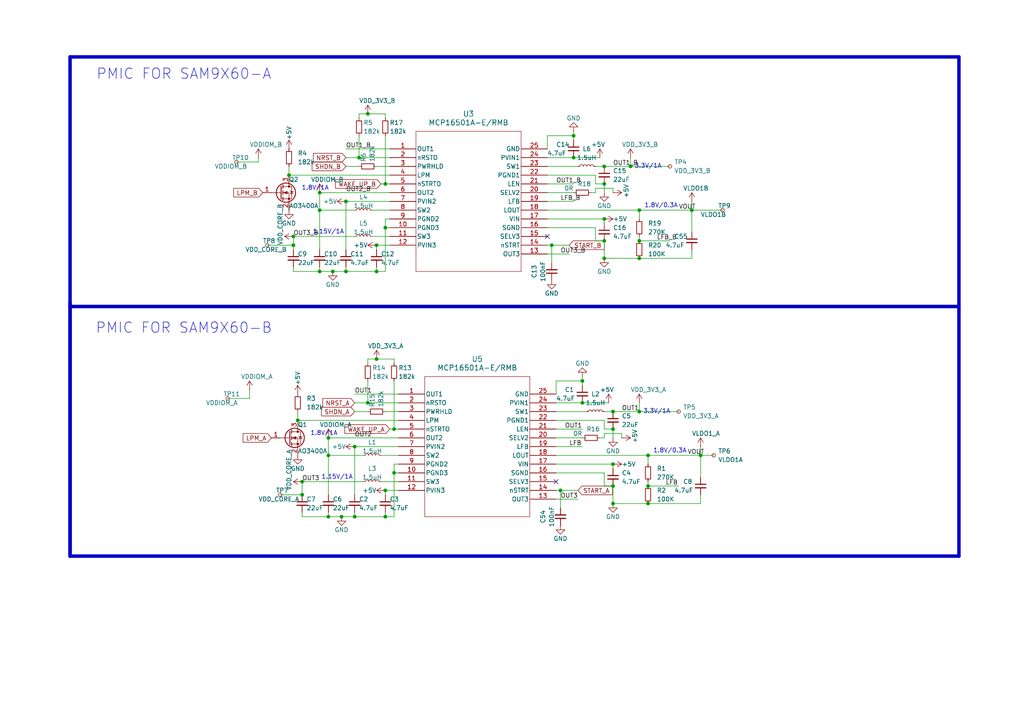
<source format=kicad_sch>
(kicad_sch
	(version 20231120)
	(generator "eeschema")
	(generator_version "8.0")
	(uuid "6bc5e66c-60d2-471f-9850-e28c83ba3d01")
	(paper "A4")
	(lib_symbols
		(symbol "Connector:TestPoint_Small"
			(pin_numbers hide)
			(pin_names
				(offset 0.762) hide)
			(exclude_from_sim no)
			(in_bom yes)
			(on_board yes)
			(property "Reference" "TP"
				(at 0 3.81 0)
				(effects
					(font
						(size 1.27 1.27)
					)
				)
			)
			(property "Value" "TestPoint_Small"
				(at 0 2.032 0)
				(effects
					(font
						(size 1.27 1.27)
					)
				)
			)
			(property "Footprint" ""
				(at 5.08 0 0)
				(effects
					(font
						(size 1.27 1.27)
					)
					(hide yes)
				)
			)
			(property "Datasheet" "~"
				(at 5.08 0 0)
				(effects
					(font
						(size 1.27 1.27)
					)
					(hide yes)
				)
			)
			(property "Description" "test point"
				(at 0 0 0)
				(effects
					(font
						(size 1.27 1.27)
					)
					(hide yes)
				)
			)
			(property "ki_keywords" "test point tp"
				(at 0 0 0)
				(effects
					(font
						(size 1.27 1.27)
					)
					(hide yes)
				)
			)
			(property "ki_fp_filters" "Pin* Test*"
				(at 0 0 0)
				(effects
					(font
						(size 1.27 1.27)
					)
					(hide yes)
				)
			)
			(symbol "TestPoint_Small_0_1"
				(circle
					(center 0 0)
					(radius 0.508)
					(stroke
						(width 0)
						(type default)
					)
					(fill
						(type none)
					)
				)
			)
			(symbol "TestPoint_Small_1_1"
				(pin passive line
					(at 0 0 90)
					(length 0)
					(name "1"
						(effects
							(font
								(size 1.27 1.27)
							)
						)
					)
					(number "1"
						(effects
							(font
								(size 1.27 1.27)
							)
						)
					)
				)
			)
		)
		(symbol "Device:C_Small"
			(pin_numbers hide)
			(pin_names
				(offset 0.254) hide)
			(exclude_from_sim no)
			(in_bom yes)
			(on_board yes)
			(property "Reference" "C"
				(at 0.254 1.778 0)
				(effects
					(font
						(size 1.27 1.27)
					)
					(justify left)
				)
			)
			(property "Value" "C_Small"
				(at 0.254 -2.032 0)
				(effects
					(font
						(size 1.27 1.27)
					)
					(justify left)
				)
			)
			(property "Footprint" ""
				(at 0 0 0)
				(effects
					(font
						(size 1.27 1.27)
					)
					(hide yes)
				)
			)
			(property "Datasheet" "~"
				(at 0 0 0)
				(effects
					(font
						(size 1.27 1.27)
					)
					(hide yes)
				)
			)
			(property "Description" "Unpolarized capacitor, small symbol"
				(at 0 0 0)
				(effects
					(font
						(size 1.27 1.27)
					)
					(hide yes)
				)
			)
			(property "ki_keywords" "capacitor cap"
				(at 0 0 0)
				(effects
					(font
						(size 1.27 1.27)
					)
					(hide yes)
				)
			)
			(property "ki_fp_filters" "C_*"
				(at 0 0 0)
				(effects
					(font
						(size 1.27 1.27)
					)
					(hide yes)
				)
			)
			(symbol "C_Small_0_1"
				(polyline
					(pts
						(xy -1.524 -0.508) (xy 1.524 -0.508)
					)
					(stroke
						(width 0.3302)
						(type default)
					)
					(fill
						(type none)
					)
				)
				(polyline
					(pts
						(xy -1.524 0.508) (xy 1.524 0.508)
					)
					(stroke
						(width 0.3048)
						(type default)
					)
					(fill
						(type none)
					)
				)
			)
			(symbol "C_Small_1_1"
				(pin passive line
					(at 0 2.54 270)
					(length 2.032)
					(name "~"
						(effects
							(font
								(size 1.27 1.27)
							)
						)
					)
					(number "1"
						(effects
							(font
								(size 1.27 1.27)
							)
						)
					)
				)
				(pin passive line
					(at 0 -2.54 90)
					(length 2.032)
					(name "~"
						(effects
							(font
								(size 1.27 1.27)
							)
						)
					)
					(number "2"
						(effects
							(font
								(size 1.27 1.27)
							)
						)
					)
				)
			)
		)
		(symbol "Device:L_Small"
			(pin_numbers hide)
			(pin_names
				(offset 0.254) hide)
			(exclude_from_sim no)
			(in_bom yes)
			(on_board yes)
			(property "Reference" "L"
				(at 0.762 1.016 0)
				(effects
					(font
						(size 1.27 1.27)
					)
					(justify left)
				)
			)
			(property "Value" "L_Small"
				(at 0.762 -1.016 0)
				(effects
					(font
						(size 1.27 1.27)
					)
					(justify left)
				)
			)
			(property "Footprint" ""
				(at 0 0 0)
				(effects
					(font
						(size 1.27 1.27)
					)
					(hide yes)
				)
			)
			(property "Datasheet" "~"
				(at 0 0 0)
				(effects
					(font
						(size 1.27 1.27)
					)
					(hide yes)
				)
			)
			(property "Description" "Inductor, small symbol"
				(at 0 0 0)
				(effects
					(font
						(size 1.27 1.27)
					)
					(hide yes)
				)
			)
			(property "ki_keywords" "inductor choke coil reactor magnetic"
				(at 0 0 0)
				(effects
					(font
						(size 1.27 1.27)
					)
					(hide yes)
				)
			)
			(property "ki_fp_filters" "Choke_* *Coil* Inductor_* L_*"
				(at 0 0 0)
				(effects
					(font
						(size 1.27 1.27)
					)
					(hide yes)
				)
			)
			(symbol "L_Small_0_1"
				(arc
					(start 0 -2.032)
					(mid 0.5058 -1.524)
					(end 0 -1.016)
					(stroke
						(width 0)
						(type default)
					)
					(fill
						(type none)
					)
				)
				(arc
					(start 0 -1.016)
					(mid 0.5058 -0.508)
					(end 0 0)
					(stroke
						(width 0)
						(type default)
					)
					(fill
						(type none)
					)
				)
				(arc
					(start 0 0)
					(mid 0.5058 0.508)
					(end 0 1.016)
					(stroke
						(width 0)
						(type default)
					)
					(fill
						(type none)
					)
				)
				(arc
					(start 0 1.016)
					(mid 0.5058 1.524)
					(end 0 2.032)
					(stroke
						(width 0)
						(type default)
					)
					(fill
						(type none)
					)
				)
			)
			(symbol "L_Small_1_1"
				(pin passive line
					(at 0 2.54 270)
					(length 0.508)
					(name "~"
						(effects
							(font
								(size 1.27 1.27)
							)
						)
					)
					(number "1"
						(effects
							(font
								(size 1.27 1.27)
							)
						)
					)
				)
				(pin passive line
					(at 0 -2.54 90)
					(length 0.508)
					(name "~"
						(effects
							(font
								(size 1.27 1.27)
							)
						)
					)
					(number "2"
						(effects
							(font
								(size 1.27 1.27)
							)
						)
					)
				)
			)
		)
		(symbol "Device:R_Small"
			(pin_numbers hide)
			(pin_names
				(offset 0.254) hide)
			(exclude_from_sim no)
			(in_bom yes)
			(on_board yes)
			(property "Reference" "R"
				(at 0.762 0.508 0)
				(effects
					(font
						(size 1.27 1.27)
					)
					(justify left)
				)
			)
			(property "Value" "R_Small"
				(at 0.762 -1.016 0)
				(effects
					(font
						(size 1.27 1.27)
					)
					(justify left)
				)
			)
			(property "Footprint" ""
				(at 0 0 0)
				(effects
					(font
						(size 1.27 1.27)
					)
					(hide yes)
				)
			)
			(property "Datasheet" "~"
				(at 0 0 0)
				(effects
					(font
						(size 1.27 1.27)
					)
					(hide yes)
				)
			)
			(property "Description" "Resistor, small symbol"
				(at 0 0 0)
				(effects
					(font
						(size 1.27 1.27)
					)
					(hide yes)
				)
			)
			(property "ki_keywords" "R resistor"
				(at 0 0 0)
				(effects
					(font
						(size 1.27 1.27)
					)
					(hide yes)
				)
			)
			(property "ki_fp_filters" "R_*"
				(at 0 0 0)
				(effects
					(font
						(size 1.27 1.27)
					)
					(hide yes)
				)
			)
			(symbol "R_Small_0_1"
				(rectangle
					(start -0.762 1.778)
					(end 0.762 -1.778)
					(stroke
						(width 0.2032)
						(type default)
					)
					(fill
						(type none)
					)
				)
			)
			(symbol "R_Small_1_1"
				(pin passive line
					(at 0 2.54 270)
					(length 0.762)
					(name "~"
						(effects
							(font
								(size 1.27 1.27)
							)
						)
					)
					(number "1"
						(effects
							(font
								(size 1.27 1.27)
							)
						)
					)
				)
				(pin passive line
					(at 0 -2.54 90)
					(length 0.762)
					(name "~"
						(effects
							(font
								(size 1.27 1.27)
							)
						)
					)
					(number "2"
						(effects
							(font
								(size 1.27 1.27)
							)
						)
					)
				)
			)
		)
		(symbol "MCP16501A:MCP16501A-E_RMB"
			(pin_names
				(offset 0.254)
			)
			(exclude_from_sim no)
			(in_bom yes)
			(on_board yes)
			(property "Reference" "U"
				(at 22.86 10.16 0)
				(effects
					(font
						(size 1.524 1.524)
					)
				)
			)
			(property "Value" "MCP16501A-E/RMB"
				(at 22.86 7.62 0)
				(effects
					(font
						(size 1.524 1.524)
					)
				)
			)
			(property "Footprint" "VQFN24_RMB_MCH"
				(at 0 0 0)
				(effects
					(font
						(size 1.27 1.27)
						(italic yes)
					)
					(hide yes)
				)
			)
			(property "Datasheet" "MCP16501A-E/RMB"
				(at 0 0 0)
				(effects
					(font
						(size 1.27 1.27)
						(italic yes)
					)
					(hide yes)
				)
			)
			(property "Description" ""
				(at 0 0 0)
				(effects
					(font
						(size 1.27 1.27)
					)
					(hide yes)
				)
			)
			(property "ki_locked" ""
				(at 0 0 0)
				(effects
					(font
						(size 1.27 1.27)
					)
				)
			)
			(property "ki_keywords" "MCP16501A-E/RMB"
				(at 0 0 0)
				(effects
					(font
						(size 1.27 1.27)
					)
					(hide yes)
				)
			)
			(property "ki_fp_filters" "VQFN24_RMB_MCH VQFN24_RMB_MCH-M VQFN24_RMB_MCH-L"
				(at 0 0 0)
				(effects
					(font
						(size 1.27 1.27)
					)
					(hide yes)
				)
			)
			(symbol "MCP16501A-E_RMB_0_1"
				(polyline
					(pts
						(xy 7.62 -35.56) (xy 38.1 -35.56)
					)
					(stroke
						(width 0.127)
						(type default)
					)
					(fill
						(type none)
					)
				)
				(polyline
					(pts
						(xy 7.62 5.08) (xy 7.62 -35.56)
					)
					(stroke
						(width 0.127)
						(type default)
					)
					(fill
						(type none)
					)
				)
				(polyline
					(pts
						(xy 38.1 -35.56) (xy 38.1 5.08)
					)
					(stroke
						(width 0.127)
						(type default)
					)
					(fill
						(type none)
					)
				)
				(polyline
					(pts
						(xy 38.1 5.08) (xy 7.62 5.08)
					)
					(stroke
						(width 0.127)
						(type default)
					)
					(fill
						(type none)
					)
				)
				(pin output line
					(at 0 0 0)
					(length 7.62)
					(name "OUT1"
						(effects
							(font
								(size 1.27 1.27)
							)
						)
					)
					(number "1"
						(effects
							(font
								(size 1.27 1.27)
							)
						)
					)
				)
				(pin power_out line
					(at 0 -22.86 0)
					(length 7.62)
					(name "PGND3"
						(effects
							(font
								(size 1.27 1.27)
							)
						)
					)
					(number "10"
						(effects
							(font
								(size 1.27 1.27)
							)
						)
					)
				)
				(pin power_in line
					(at 0 -25.4 0)
					(length 7.62)
					(name "SW3"
						(effects
							(font
								(size 1.27 1.27)
							)
						)
					)
					(number "11"
						(effects
							(font
								(size 1.27 1.27)
							)
						)
					)
				)
				(pin power_in line
					(at 0 -27.94 0)
					(length 7.62)
					(name "PVIN3"
						(effects
							(font
								(size 1.27 1.27)
							)
						)
					)
					(number "12"
						(effects
							(font
								(size 1.27 1.27)
							)
						)
					)
				)
				(pin output line
					(at 45.72 -30.48 180)
					(length 7.62)
					(name "OUT3"
						(effects
							(font
								(size 1.27 1.27)
							)
						)
					)
					(number "13"
						(effects
							(font
								(size 1.27 1.27)
							)
						)
					)
				)
				(pin input line
					(at 45.72 -27.94 180)
					(length 7.62)
					(name "nSTRT"
						(effects
							(font
								(size 1.27 1.27)
							)
						)
					)
					(number "14"
						(effects
							(font
								(size 1.27 1.27)
							)
						)
					)
				)
				(pin input line
					(at 45.72 -25.4 180)
					(length 7.62)
					(name "SELV3"
						(effects
							(font
								(size 1.27 1.27)
							)
						)
					)
					(number "15"
						(effects
							(font
								(size 1.27 1.27)
							)
						)
					)
				)
				(pin power_out line
					(at 45.72 -22.86 180)
					(length 7.62)
					(name "SGND"
						(effects
							(font
								(size 1.27 1.27)
							)
						)
					)
					(number "16"
						(effects
							(font
								(size 1.27 1.27)
							)
						)
					)
				)
				(pin power_in line
					(at 45.72 -20.32 180)
					(length 7.62)
					(name "VIN"
						(effects
							(font
								(size 1.27 1.27)
							)
						)
					)
					(number "17"
						(effects
							(font
								(size 1.27 1.27)
							)
						)
					)
				)
				(pin output line
					(at 45.72 -17.78 180)
					(length 7.62)
					(name "LOUT"
						(effects
							(font
								(size 1.27 1.27)
							)
						)
					)
					(number "18"
						(effects
							(font
								(size 1.27 1.27)
							)
						)
					)
				)
				(pin unspecified line
					(at 45.72 -15.24 180)
					(length 7.62)
					(name "LFB"
						(effects
							(font
								(size 1.27 1.27)
							)
						)
					)
					(number "19"
						(effects
							(font
								(size 1.27 1.27)
							)
						)
					)
				)
				(pin output line
					(at 0 -2.54 0)
					(length 7.62)
					(name "nRSTO"
						(effects
							(font
								(size 1.27 1.27)
							)
						)
					)
					(number "2"
						(effects
							(font
								(size 1.27 1.27)
							)
						)
					)
				)
				(pin input line
					(at 45.72 -12.7 180)
					(length 7.62)
					(name "SELV2"
						(effects
							(font
								(size 1.27 1.27)
							)
						)
					)
					(number "20"
						(effects
							(font
								(size 1.27 1.27)
							)
						)
					)
				)
				(pin input line
					(at 45.72 -10.16 180)
					(length 7.62)
					(name "LEN"
						(effects
							(font
								(size 1.27 1.27)
							)
						)
					)
					(number "21"
						(effects
							(font
								(size 1.27 1.27)
							)
						)
					)
				)
				(pin power_out line
					(at 45.72 -7.62 180)
					(length 7.62)
					(name "PGND1"
						(effects
							(font
								(size 1.27 1.27)
							)
						)
					)
					(number "22"
						(effects
							(font
								(size 1.27 1.27)
							)
						)
					)
				)
				(pin power_in line
					(at 45.72 -5.08 180)
					(length 7.62)
					(name "SW1"
						(effects
							(font
								(size 1.27 1.27)
							)
						)
					)
					(number "23"
						(effects
							(font
								(size 1.27 1.27)
							)
						)
					)
				)
				(pin power_in line
					(at 45.72 -2.54 180)
					(length 7.62)
					(name "PVIN1"
						(effects
							(font
								(size 1.27 1.27)
							)
						)
					)
					(number "24"
						(effects
							(font
								(size 1.27 1.27)
							)
						)
					)
				)
				(pin power_out line
					(at 45.72 0 180)
					(length 7.62)
					(name "GND"
						(effects
							(font
								(size 1.27 1.27)
							)
						)
					)
					(number "25"
						(effects
							(font
								(size 1.27 1.27)
							)
						)
					)
				)
				(pin input line
					(at 0 -5.08 0)
					(length 7.62)
					(name "PWRHLD"
						(effects
							(font
								(size 1.27 1.27)
							)
						)
					)
					(number "3"
						(effects
							(font
								(size 1.27 1.27)
							)
						)
					)
				)
				(pin input line
					(at 0 -7.62 0)
					(length 7.62)
					(name "LPM"
						(effects
							(font
								(size 1.27 1.27)
							)
						)
					)
					(number "4"
						(effects
							(font
								(size 1.27 1.27)
							)
						)
					)
				)
				(pin output line
					(at 0 -10.16 0)
					(length 7.62)
					(name "nSTRTO"
						(effects
							(font
								(size 1.27 1.27)
							)
						)
					)
					(number "5"
						(effects
							(font
								(size 1.27 1.27)
							)
						)
					)
				)
				(pin output line
					(at 0 -12.7 0)
					(length 7.62)
					(name "OUT2"
						(effects
							(font
								(size 1.27 1.27)
							)
						)
					)
					(number "6"
						(effects
							(font
								(size 1.27 1.27)
							)
						)
					)
				)
				(pin power_in line
					(at 0 -15.24 0)
					(length 7.62)
					(name "PVIN2"
						(effects
							(font
								(size 1.27 1.27)
							)
						)
					)
					(number "7"
						(effects
							(font
								(size 1.27 1.27)
							)
						)
					)
				)
				(pin power_in line
					(at 0 -17.78 0)
					(length 7.62)
					(name "SW2"
						(effects
							(font
								(size 1.27 1.27)
							)
						)
					)
					(number "8"
						(effects
							(font
								(size 1.27 1.27)
							)
						)
					)
				)
				(pin power_out line
					(at 0 -20.32 0)
					(length 7.62)
					(name "PGND2"
						(effects
							(font
								(size 1.27 1.27)
							)
						)
					)
					(number "9"
						(effects
							(font
								(size 1.27 1.27)
							)
						)
					)
				)
			)
		)
		(symbol "Transistor_FET:AO3400A"
			(pin_names hide)
			(exclude_from_sim no)
			(in_bom yes)
			(on_board yes)
			(property "Reference" "Q"
				(at 5.08 1.905 0)
				(effects
					(font
						(size 1.27 1.27)
					)
					(justify left)
				)
			)
			(property "Value" "AO3400A"
				(at 5.08 0 0)
				(effects
					(font
						(size 1.27 1.27)
					)
					(justify left)
				)
			)
			(property "Footprint" "Package_TO_SOT_SMD:SOT-23"
				(at 5.08 -1.905 0)
				(effects
					(font
						(size 1.27 1.27)
						(italic yes)
					)
					(justify left)
					(hide yes)
				)
			)
			(property "Datasheet" "http://www.aosmd.com/pdfs/datasheet/AO3400A.pdf"
				(at 5.08 -3.81 0)
				(effects
					(font
						(size 1.27 1.27)
					)
					(justify left)
					(hide yes)
				)
			)
			(property "Description" "30V Vds, 5.7A Id, N-Channel MOSFET, SOT-23"
				(at 0 0 0)
				(effects
					(font
						(size 1.27 1.27)
					)
					(hide yes)
				)
			)
			(property "ki_keywords" "N-Channel MOSFET"
				(at 0 0 0)
				(effects
					(font
						(size 1.27 1.27)
					)
					(hide yes)
				)
			)
			(property "ki_fp_filters" "SOT?23*"
				(at 0 0 0)
				(effects
					(font
						(size 1.27 1.27)
					)
					(hide yes)
				)
			)
			(symbol "AO3400A_0_1"
				(polyline
					(pts
						(xy 0.254 0) (xy -2.54 0)
					)
					(stroke
						(width 0)
						(type default)
					)
					(fill
						(type none)
					)
				)
				(polyline
					(pts
						(xy 0.254 1.905) (xy 0.254 -1.905)
					)
					(stroke
						(width 0.254)
						(type default)
					)
					(fill
						(type none)
					)
				)
				(polyline
					(pts
						(xy 0.762 -1.27) (xy 0.762 -2.286)
					)
					(stroke
						(width 0.254)
						(type default)
					)
					(fill
						(type none)
					)
				)
				(polyline
					(pts
						(xy 0.762 0.508) (xy 0.762 -0.508)
					)
					(stroke
						(width 0.254)
						(type default)
					)
					(fill
						(type none)
					)
				)
				(polyline
					(pts
						(xy 0.762 2.286) (xy 0.762 1.27)
					)
					(stroke
						(width 0.254)
						(type default)
					)
					(fill
						(type none)
					)
				)
				(polyline
					(pts
						(xy 2.54 2.54) (xy 2.54 1.778)
					)
					(stroke
						(width 0)
						(type default)
					)
					(fill
						(type none)
					)
				)
				(polyline
					(pts
						(xy 2.54 -2.54) (xy 2.54 0) (xy 0.762 0)
					)
					(stroke
						(width 0)
						(type default)
					)
					(fill
						(type none)
					)
				)
				(polyline
					(pts
						(xy 0.762 -1.778) (xy 3.302 -1.778) (xy 3.302 1.778) (xy 0.762 1.778)
					)
					(stroke
						(width 0)
						(type default)
					)
					(fill
						(type none)
					)
				)
				(polyline
					(pts
						(xy 1.016 0) (xy 2.032 0.381) (xy 2.032 -0.381) (xy 1.016 0)
					)
					(stroke
						(width 0)
						(type default)
					)
					(fill
						(type outline)
					)
				)
				(polyline
					(pts
						(xy 2.794 0.508) (xy 2.921 0.381) (xy 3.683 0.381) (xy 3.81 0.254)
					)
					(stroke
						(width 0)
						(type default)
					)
					(fill
						(type none)
					)
				)
				(polyline
					(pts
						(xy 3.302 0.381) (xy 2.921 -0.254) (xy 3.683 -0.254) (xy 3.302 0.381)
					)
					(stroke
						(width 0)
						(type default)
					)
					(fill
						(type none)
					)
				)
				(circle
					(center 1.651 0)
					(radius 2.794)
					(stroke
						(width 0.254)
						(type default)
					)
					(fill
						(type none)
					)
				)
				(circle
					(center 2.54 -1.778)
					(radius 0.254)
					(stroke
						(width 0)
						(type default)
					)
					(fill
						(type outline)
					)
				)
				(circle
					(center 2.54 1.778)
					(radius 0.254)
					(stroke
						(width 0)
						(type default)
					)
					(fill
						(type outline)
					)
				)
			)
			(symbol "AO3400A_1_1"
				(pin input line
					(at -5.08 0 0)
					(length 2.54)
					(name "G"
						(effects
							(font
								(size 1.27 1.27)
							)
						)
					)
					(number "1"
						(effects
							(font
								(size 1.27 1.27)
							)
						)
					)
				)
				(pin passive line
					(at 2.54 -5.08 90)
					(length 2.54)
					(name "S"
						(effects
							(font
								(size 1.27 1.27)
							)
						)
					)
					(number "2"
						(effects
							(font
								(size 1.27 1.27)
							)
						)
					)
				)
				(pin passive line
					(at 2.54 5.08 270)
					(length 2.54)
					(name "D"
						(effects
							(font
								(size 1.27 1.27)
							)
						)
					)
					(number "3"
						(effects
							(font
								(size 1.27 1.27)
							)
						)
					)
				)
			)
		)
		(symbol "power:+5V"
			(power)
			(pin_numbers hide)
			(pin_names
				(offset 0) hide)
			(exclude_from_sim no)
			(in_bom yes)
			(on_board yes)
			(property "Reference" "#PWR"
				(at 0 -3.81 0)
				(effects
					(font
						(size 1.27 1.27)
					)
					(hide yes)
				)
			)
			(property "Value" "+5V"
				(at 0 3.556 0)
				(effects
					(font
						(size 1.27 1.27)
					)
				)
			)
			(property "Footprint" ""
				(at 0 0 0)
				(effects
					(font
						(size 1.27 1.27)
					)
					(hide yes)
				)
			)
			(property "Datasheet" ""
				(at 0 0 0)
				(effects
					(font
						(size 1.27 1.27)
					)
					(hide yes)
				)
			)
			(property "Description" "Power symbol creates a global label with name \"+5V\""
				(at 0 0 0)
				(effects
					(font
						(size 1.27 1.27)
					)
					(hide yes)
				)
			)
			(property "ki_keywords" "global power"
				(at 0 0 0)
				(effects
					(font
						(size 1.27 1.27)
					)
					(hide yes)
				)
			)
			(symbol "+5V_0_1"
				(polyline
					(pts
						(xy -0.762 1.27) (xy 0 2.54)
					)
					(stroke
						(width 0)
						(type default)
					)
					(fill
						(type none)
					)
				)
				(polyline
					(pts
						(xy 0 0) (xy 0 2.54)
					)
					(stroke
						(width 0)
						(type default)
					)
					(fill
						(type none)
					)
				)
				(polyline
					(pts
						(xy 0 2.54) (xy 0.762 1.27)
					)
					(stroke
						(width 0)
						(type default)
					)
					(fill
						(type none)
					)
				)
			)
			(symbol "+5V_1_1"
				(pin power_in line
					(at 0 0 90)
					(length 0)
					(name "~"
						(effects
							(font
								(size 1.27 1.27)
							)
						)
					)
					(number "1"
						(effects
							(font
								(size 1.27 1.27)
							)
						)
					)
				)
			)
		)
		(symbol "power:GND"
			(power)
			(pin_numbers hide)
			(pin_names
				(offset 0) hide)
			(exclude_from_sim no)
			(in_bom yes)
			(on_board yes)
			(property "Reference" "#PWR"
				(at 0 -6.35 0)
				(effects
					(font
						(size 1.27 1.27)
					)
					(hide yes)
				)
			)
			(property "Value" "GND"
				(at 0 -3.81 0)
				(effects
					(font
						(size 1.27 1.27)
					)
				)
			)
			(property "Footprint" ""
				(at 0 0 0)
				(effects
					(font
						(size 1.27 1.27)
					)
					(hide yes)
				)
			)
			(property "Datasheet" ""
				(at 0 0 0)
				(effects
					(font
						(size 1.27 1.27)
					)
					(hide yes)
				)
			)
			(property "Description" "Power symbol creates a global label with name \"GND\" , ground"
				(at 0 0 0)
				(effects
					(font
						(size 1.27 1.27)
					)
					(hide yes)
				)
			)
			(property "ki_keywords" "global power"
				(at 0 0 0)
				(effects
					(font
						(size 1.27 1.27)
					)
					(hide yes)
				)
			)
			(symbol "GND_0_1"
				(polyline
					(pts
						(xy 0 0) (xy 0 -1.27) (xy 1.27 -1.27) (xy 0 -2.54) (xy -1.27 -1.27) (xy 0 -1.27)
					)
					(stroke
						(width 0)
						(type default)
					)
					(fill
						(type none)
					)
				)
			)
			(symbol "GND_1_1"
				(pin power_in line
					(at 0 0 270)
					(length 0)
					(name "~"
						(effects
							(font
								(size 1.27 1.27)
							)
						)
					)
					(number "1"
						(effects
							(font
								(size 1.27 1.27)
							)
						)
					)
				)
			)
		)
	)
	(junction
		(at 177.8 146.05)
		(diameter 0)
		(color 0 0 0 0)
		(uuid "0323b331-e691-408d-af70-d8d96178a196")
	)
	(junction
		(at 109.22 71.12)
		(diameter 0)
		(color 0 0 0 0)
		(uuid "055935d5-70c8-4b5e-aff8-3e9896689a76")
	)
	(junction
		(at 114.3 137.16)
		(diameter 0)
		(color 0 0 0 0)
		(uuid "05944dbf-a783-4940-9d0e-19140a798c83")
	)
	(junction
		(at 187.96 140.97)
		(diameter 0)
		(color 0 0 0 0)
		(uuid "146cfdb1-9660-4db5-8cda-d1cf96a09888")
	)
	(junction
		(at 166.37 45.72)
		(diameter 0)
		(color 0 0 0 0)
		(uuid "1565e874-41b9-4ac3-b83c-9a8cc3ceb410")
	)
	(junction
		(at 185.42 119.38)
		(diameter 0)
		(color 0 0 0 0)
		(uuid "17ff3c31-97d0-4b8d-a412-396929e4482f")
	)
	(junction
		(at 92.71 78.74)
		(diameter 0)
		(color 0 0 0 0)
		(uuid "1af3c20f-f5b1-42a2-844f-8cd2b55c887a")
	)
	(junction
		(at 168.91 110.49)
		(diameter 0)
		(color 0 0 0 0)
		(uuid "1c76e467-5a44-4169-b690-f7969b4b0eb9")
	)
	(junction
		(at 177.8 124.46)
		(diameter 0)
		(color 0 0 0 0)
		(uuid "1da98907-9720-4f8b-88a7-1f8dd53c6ae1")
	)
	(junction
		(at 168.91 116.84)
		(diameter 0)
		(color 0 0 0 0)
		(uuid "1e43c44d-9fe5-4f5d-9166-405d93b984bd")
	)
	(junction
		(at 175.26 69.85)
		(diameter 0)
		(color 0 0 0 0)
		(uuid "36e6229c-2b25-45e9-8319-221aea902308")
	)
	(junction
		(at 166.37 39.37)
		(diameter 0)
		(color 0 0 0 0)
		(uuid "38dc4ef3-97c5-4b3c-b0b5-c170124f008d")
	)
	(junction
		(at 182.88 48.26)
		(diameter 0)
		(color 0 0 0 0)
		(uuid "4eafb4ea-c2a9-4125-a76d-1ab8b12a3638")
	)
	(junction
		(at 162.56 142.24)
		(diameter 0)
		(color 0 0 0 0)
		(uuid "650fbd92-90f3-42d6-bcf6-856b07860eba")
	)
	(junction
		(at 114.3 124.46)
		(diameter 0)
		(color 0 0 0 0)
		(uuid "6668638d-437f-45b9-bb59-1fb7fcc55309")
	)
	(junction
		(at 85.09 68.58)
		(diameter 0)
		(color 0 0 0 0)
		(uuid "67455035-4600-45d5-be98-d23483ca39a7")
	)
	(junction
		(at 95.25 149.86)
		(diameter 0)
		(color 0 0 0 0)
		(uuid "699b857e-f531-4c2c-9dcb-a2b85f779b4e")
	)
	(junction
		(at 185.42 60.96)
		(diameter 0)
		(color 0 0 0 0)
		(uuid "6be431a3-90b6-4b01-b8a0-12cc14510adc")
	)
	(junction
		(at 100.33 58.42)
		(diameter 0)
		(color 0 0 0 0)
		(uuid "6e38e172-40e3-4758-8b91-037c5ffb8179")
	)
	(junction
		(at 175.26 48.26)
		(diameter 0)
		(color 0 0 0 0)
		(uuid "76f57fda-680b-45c8-90a1-c79804a6196a")
	)
	(junction
		(at 99.06 149.86)
		(diameter 0)
		(color 0 0 0 0)
		(uuid "7ceca218-88f4-4d21-b567-12321c6a6446")
	)
	(junction
		(at 102.87 129.54)
		(diameter 0)
		(color 0 0 0 0)
		(uuid "7e8beb35-9ed6-44e2-8851-a959017a4bf8")
	)
	(junction
		(at 92.71 55.88)
		(diameter 0)
		(color 0 0 0 0)
		(uuid "7f8b934b-979b-447a-a26b-f7be17a818de")
	)
	(junction
		(at 85.09 71.12)
		(diameter 0)
		(color 0 0 0 0)
		(uuid "96a3eef4-0a44-427d-9393-f5e53bbfb0e0")
	)
	(junction
		(at 109.22 104.14)
		(diameter 0)
		(color 0 0 0 0)
		(uuid "9c8fddf3-b10a-43fd-99d1-e363fd105c8d")
	)
	(junction
		(at 100.33 78.74)
		(diameter 0)
		(color 0 0 0 0)
		(uuid "a0cd1ded-ff01-4ec4-86ba-d6061e86ce70")
	)
	(junction
		(at 83.82 50.8)
		(diameter 0)
		(color 0 0 0 0)
		(uuid "a20fb973-c3e0-49d3-9664-d2989b8a968c")
	)
	(junction
		(at 92.71 60.96)
		(diameter 0)
		(color 0 0 0 0)
		(uuid "a4746ad9-c366-4848-8f95-391ecc5dd620")
	)
	(junction
		(at 96.52 78.74)
		(diameter 0)
		(color 0 0 0 0)
		(uuid "a5822feb-b84b-40cf-b91f-1415234343f1")
	)
	(junction
		(at 185.42 69.85)
		(diameter 0)
		(color 0 0 0 0)
		(uuid "b334d3a9-3684-41f1-96e5-27b26ed312dd")
	)
	(junction
		(at 175.26 63.5)
		(diameter 0)
		(color 0 0 0 0)
		(uuid "b4beb5df-2b98-43d4-9352-11fda03916ac")
	)
	(junction
		(at 86.36 121.92)
		(diameter 0)
		(color 0 0 0 0)
		(uuid "bd39b96a-94d4-40c0-9faa-de437886e8ac")
	)
	(junction
		(at 106.68 116.84)
		(diameter 0)
		(color 0 0 0 0)
		(uuid "be4dbb88-b3ab-4f93-b869-c21441c04551")
	)
	(junction
		(at 87.63 139.7)
		(diameter 0)
		(color 0 0 0 0)
		(uuid "c193f7b7-b4c6-45fb-9c73-04c46938b48f")
	)
	(junction
		(at 177.8 119.38)
		(diameter 0)
		(color 0 0 0 0)
		(uuid "c2c99a22-646f-4239-b687-cd99bc2c31c6")
	)
	(junction
		(at 187.96 146.05)
		(diameter 0)
		(color 0 0 0 0)
		(uuid "c7db85cf-6755-42a3-9a7a-d4c4b6274490")
	)
	(junction
		(at 111.76 149.86)
		(diameter 0)
		(color 0 0 0 0)
		(uuid "c843c887-1ade-4d1e-b40f-a05e0316d7b6")
	)
	(junction
		(at 111.76 142.24)
		(diameter 0)
		(color 0 0 0 0)
		(uuid "ce363136-195d-4a64-b443-90ed0fbb5e28")
	)
	(junction
		(at 160.02 71.12)
		(diameter 0)
		(color 0 0 0 0)
		(uuid "cf14169c-2e1d-46c5-95b9-dd41932a5b00")
	)
	(junction
		(at 87.63 143.51)
		(diameter 0)
		(color 0 0 0 0)
		(uuid "d01cbc28-5509-4ba1-b794-20ddc1c9c569")
	)
	(junction
		(at 187.96 132.08)
		(diameter 0)
		(color 0 0 0 0)
		(uuid "d335f4ab-6fb1-4732-9020-e75740787bbb")
	)
	(junction
		(at 109.22 78.74)
		(diameter 0)
		(color 0 0 0 0)
		(uuid "d6afe2c9-2ddd-4e03-af3c-50c07c8081c7")
	)
	(junction
		(at 102.87 149.86)
		(diameter 0)
		(color 0 0 0 0)
		(uuid "d6e69c42-7276-4573-a454-373ec8d5e373")
	)
	(junction
		(at 106.68 33.02)
		(diameter 0)
		(color 0 0 0 0)
		(uuid "db85846d-f4fc-4ee3-8eb0-7349d5107b42")
	)
	(junction
		(at 95.25 132.08)
		(diameter 0)
		(color 0 0 0 0)
		(uuid "dc1b4523-7040-4d6b-8d0d-381e418ceff4")
	)
	(junction
		(at 185.42 74.93)
		(diameter 0)
		(color 0 0 0 0)
		(uuid "dcda5c93-a247-414a-b7f6-d8cbe0d06c36")
	)
	(junction
		(at 200.66 60.96)
		(diameter 0)
		(color 0 0 0 0)
		(uuid "dfe98713-a9dd-4884-83ca-7eafa382e080")
	)
	(junction
		(at 111.76 53.34)
		(diameter 0)
		(color 0 0 0 0)
		(uuid "e48073db-9321-4837-962f-c41a0a1286cd")
	)
	(junction
		(at 175.26 53.34)
		(diameter 0)
		(color 0 0 0 0)
		(uuid "e5332c94-79bc-4eac-b7ce-7be372163385")
	)
	(junction
		(at 175.26 74.93)
		(diameter 0)
		(color 0 0 0 0)
		(uuid "e570b21e-e759-47e7-a920-b65308075b1e")
	)
	(junction
		(at 111.76 66.04)
		(diameter 0)
		(color 0 0 0 0)
		(uuid "e709b9f5-003d-485b-b954-1d00f28b9d06")
	)
	(junction
		(at 203.2 132.08)
		(diameter 0)
		(color 0 0 0 0)
		(uuid "e8e5e538-0a45-4fc1-af80-2242b6b9e5c9")
	)
	(junction
		(at 177.8 134.62)
		(diameter 0)
		(color 0 0 0 0)
		(uuid "ef3704b1-1c51-423e-aca3-6633e9c71d62")
	)
	(junction
		(at 104.14 45.72)
		(diameter 0)
		(color 0 0 0 0)
		(uuid "f3d11745-d467-45f7-b8d0-85545db7cbc1")
	)
	(junction
		(at 95.25 127)
		(diameter 0)
		(color 0 0 0 0)
		(uuid "f97a72ff-3423-406d-9803-2325a3f7485d")
	)
	(junction
		(at 177.8 140.97)
		(diameter 0)
		(color 0 0 0 0)
		(uuid "ffa6a545-1f20-427d-b4bb-591b7feaca52")
	)
	(no_connect
		(at 161.29 139.7)
		(uuid "70425966-4c25-4520-9de2-a4d705b9b36f")
	)
	(no_connect
		(at 158.75 68.58)
		(uuid "ecb8da05-178d-46ee-8e11-6afca65989ca")
	)
	(wire
		(pts
			(xy 111.76 149.86) (xy 111.76 148.59)
		)
		(stroke
			(width 0)
			(type default)
		)
		(uuid "001931bf-d706-46a5-9818-9942c7a937a1")
	)
	(wire
		(pts
			(xy 180.34 125.73) (xy 180.34 127)
		)
		(stroke
			(width 0)
			(type default)
		)
		(uuid "00cda212-ab40-4d22-9699-af279abf8a40")
	)
	(wire
		(pts
			(xy 110.49 53.34) (xy 111.76 53.34)
		)
		(stroke
			(width 0)
			(type default)
		)
		(uuid "018a24f9-76db-48a2-9ed6-8cb692aa9cf6")
	)
	(wire
		(pts
			(xy 182.88 45.72) (xy 182.88 48.26)
		)
		(stroke
			(width 0)
			(type default)
		)
		(uuid "01e4de15-edde-415f-a536-e0c34e5e5cb1")
	)
	(wire
		(pts
			(xy 115.57 142.24) (xy 111.76 142.24)
		)
		(stroke
			(width 0)
			(type default)
		)
		(uuid "03091f74-cc4c-43ac-855b-3939e133e4c7")
	)
	(wire
		(pts
			(xy 200.66 60.96) (xy 185.42 60.96)
		)
		(stroke
			(width 0)
			(type default)
		)
		(uuid "034c81c6-4ace-47a8-b6d5-5fce14ab9a1b")
	)
	(wire
		(pts
			(xy 92.71 60.96) (xy 102.87 60.96)
		)
		(stroke
			(width 0)
			(type default)
		)
		(uuid "04b929be-89d2-4f3a-8b32-e8b9d24a1cd5")
	)
	(wire
		(pts
			(xy 111.76 63.5) (xy 111.76 66.04)
		)
		(stroke
			(width 0)
			(type default)
		)
		(uuid "054e2a44-5e74-45b7-a7cc-86e250b984ba")
	)
	(wire
		(pts
			(xy 104.14 33.02) (xy 106.68 33.02)
		)
		(stroke
			(width 0)
			(type default)
		)
		(uuid "081b431b-4aa1-4a7a-b708-fd6bfa966c18")
	)
	(wire
		(pts
			(xy 185.42 116.84) (xy 185.42 119.38)
		)
		(stroke
			(width 0)
			(type default)
		)
		(uuid "0ae54ef2-2103-4af2-900d-59805b3d7f13")
	)
	(wire
		(pts
			(xy 158.75 71.12) (xy 160.02 71.12)
		)
		(stroke
			(width 0)
			(type default)
		)
		(uuid "0d4a3c68-dd7d-41ad-8fc6-7521b1dc42ca")
	)
	(wire
		(pts
			(xy 200.66 67.31) (xy 200.66 60.96)
		)
		(stroke
			(width 0)
			(type default)
		)
		(uuid "0e9d3005-7d43-42ce-82a9-c64272132d3a")
	)
	(wire
		(pts
			(xy 100.33 45.72) (xy 104.14 45.72)
		)
		(stroke
			(width 0)
			(type default)
		)
		(uuid "0febc452-2fe5-4b21-a067-ac300a1c15da")
	)
	(wire
		(pts
			(xy 158.75 66.04) (xy 172.72 66.04)
		)
		(stroke
			(width 0)
			(type default)
		)
		(uuid "1030c750-4026-49a5-a306-93b57153d898")
	)
	(wire
		(pts
			(xy 203.2 138.43) (xy 203.2 132.08)
		)
		(stroke
			(width 0)
			(type default)
		)
		(uuid "1075074c-66d1-413d-af8d-8f08fcffe90b")
	)
	(wire
		(pts
			(xy 203.2 146.05) (xy 187.96 146.05)
		)
		(stroke
			(width 0)
			(type default)
		)
		(uuid "120c5a6f-aab8-44a9-935e-121a73344eb8")
	)
	(wire
		(pts
			(xy 100.33 78.74) (xy 109.22 78.74)
		)
		(stroke
			(width 0)
			(type default)
		)
		(uuid "128c59ab-a599-442a-87df-2d7edcee5b61")
	)
	(wire
		(pts
			(xy 111.76 63.5) (xy 113.03 63.5)
		)
		(stroke
			(width 0)
			(type default)
		)
		(uuid "12997ee2-d81a-4d79-9a21-8923608512db")
	)
	(wire
		(pts
			(xy 175.26 64.77) (xy 175.26 63.5)
		)
		(stroke
			(width 0)
			(type default)
		)
		(uuid "15cf9507-2cbe-42d1-bb68-7a03a582206e")
	)
	(wire
		(pts
			(xy 161.29 144.78) (xy 167.64 144.78)
		)
		(stroke
			(width 0)
			(type default)
		)
		(uuid "171b572c-41e5-4f17-b124-95e37f02150c")
	)
	(wire
		(pts
			(xy 158.75 39.37) (xy 158.75 43.18)
		)
		(stroke
			(width 0)
			(type default)
		)
		(uuid "1900543f-2636-4f8d-966d-64c03f33561a")
	)
	(wire
		(pts
			(xy 175.26 125.73) (xy 180.34 125.73)
		)
		(stroke
			(width 0)
			(type default)
		)
		(uuid "1c8e1814-37ea-4050-8036-db23b6d3e7ae")
	)
	(wire
		(pts
			(xy 100.33 48.26) (xy 104.14 48.26)
		)
		(stroke
			(width 0)
			(type default)
		)
		(uuid "1cedee97-4dc1-49c1-ad1b-c354cf473ab8")
	)
	(wire
		(pts
			(xy 95.25 132.08) (xy 105.41 132.08)
		)
		(stroke
			(width 0)
			(type default)
		)
		(uuid "1f3e32bb-59fb-4f06-978a-889bca7cf1b8")
	)
	(wire
		(pts
			(xy 81.28 143.51) (xy 87.63 143.51)
		)
		(stroke
			(width 0)
			(type default)
		)
		(uuid "20bc40df-2be3-4b0a-9ffe-cba0de738d48")
	)
	(wire
		(pts
			(xy 161.29 137.16) (xy 175.26 137.16)
		)
		(stroke
			(width 0)
			(type default)
		)
		(uuid "20f5a905-8753-43ea-bcdb-ed1e1e03e2e5")
	)
	(wire
		(pts
			(xy 100.33 43.18) (xy 113.03 43.18)
		)
		(stroke
			(width 0)
			(type default)
		)
		(uuid "21fc2f93-5717-4094-a4ba-6b495d2bd3ea")
	)
	(wire
		(pts
			(xy 109.22 104.14) (xy 114.3 104.14)
		)
		(stroke
			(width 0)
			(type default)
		)
		(uuid "22daf426-507b-4fcc-ba54-9092446ab008")
	)
	(wire
		(pts
			(xy 99.06 149.86) (xy 102.87 149.86)
		)
		(stroke
			(width 0)
			(type default)
		)
		(uuid "2469341c-5afa-40a8-bc6d-d09c7703904a")
	)
	(wire
		(pts
			(xy 158.75 55.88) (xy 166.37 55.88)
		)
		(stroke
			(width 0)
			(type default)
		)
		(uuid "25a93f06-4119-4e7b-81a9-fad11fe07420")
	)
	(wire
		(pts
			(xy 74.93 45.72) (xy 74.93 46.99)
		)
		(stroke
			(width 0)
			(type default)
		)
		(uuid "2a9c8cb1-052f-4529-a7a4-2ab719d50fbe")
	)
	(wire
		(pts
			(xy 92.71 78.74) (xy 92.71 77.47)
		)
		(stroke
			(width 0)
			(type default)
		)
		(uuid "2ac12b7c-cddc-4b88-883f-f4806abbb25b")
	)
	(wire
		(pts
			(xy 168.91 111.76) (xy 168.91 110.49)
		)
		(stroke
			(width 0)
			(type default)
		)
		(uuid "2ae5f42e-ab86-46d8-ac99-224a837e3f62")
	)
	(wire
		(pts
			(xy 177.8 135.89) (xy 177.8 134.62)
		)
		(stroke
			(width 0)
			(type default)
		)
		(uuid "2b7d0a7e-753b-4150-b32c-2a86903ba599")
	)
	(wire
		(pts
			(xy 92.71 60.96) (xy 92.71 72.39)
		)
		(stroke
			(width 0)
			(type default)
		)
		(uuid "2c4fb49d-ae7e-41d0-a24d-44028fa094f2")
	)
	(wire
		(pts
			(xy 115.57 127) (xy 95.25 127)
		)
		(stroke
			(width 0)
			(type default)
		)
		(uuid "2e20a9ba-44d8-4406-a2ca-81bb5e5e782a")
	)
	(wire
		(pts
			(xy 106.68 33.02) (xy 111.76 33.02)
		)
		(stroke
			(width 0)
			(type default)
		)
		(uuid "2e5420bb-ac84-4769-b6fc-a49bfb475fd7")
	)
	(wire
		(pts
			(xy 203.2 129.54) (xy 203.2 132.08)
		)
		(stroke
			(width 0)
			(type default)
		)
		(uuid "2f5586ae-6194-4088-af23-397c3afdc5de")
	)
	(wire
		(pts
			(xy 92.71 78.74) (xy 96.52 78.74)
		)
		(stroke
			(width 0)
			(type default)
		)
		(uuid "30b9783b-5f0a-4180-b816-caa5205d8316")
	)
	(wire
		(pts
			(xy 85.09 78.74) (xy 92.71 78.74)
		)
		(stroke
			(width 0)
			(type default)
		)
		(uuid "3120a6d4-8275-403d-a605-68b879d25fc7")
	)
	(wire
		(pts
			(xy 166.37 39.37) (xy 158.75 39.37)
		)
		(stroke
			(width 0)
			(type default)
		)
		(uuid "32f24bbb-f6e9-47be-89d4-ab57d16086d6")
	)
	(wire
		(pts
			(xy 175.26 53.34) (xy 175.26 55.88)
		)
		(stroke
			(width 0)
			(type default)
		)
		(uuid "330b9132-036b-4f13-a638-6b0da3de38c1")
	)
	(wire
		(pts
			(xy 111.76 66.04) (xy 113.03 66.04)
		)
		(stroke
			(width 0)
			(type default)
		)
		(uuid "3350b170-1a95-471b-8cb4-e15fa0570b0d")
	)
	(wire
		(pts
			(xy 203.2 143.51) (xy 203.2 146.05)
		)
		(stroke
			(width 0)
			(type default)
		)
		(uuid "359a057e-a47c-4866-a629-0cd78fbacd86")
	)
	(wire
		(pts
			(xy 175.26 69.85) (xy 175.26 74.93)
		)
		(stroke
			(width 0)
			(type default)
		)
		(uuid "36bbb11d-ca03-470f-9a56-8bed9988c1f9")
	)
	(wire
		(pts
			(xy 85.09 68.58) (xy 102.87 68.58)
		)
		(stroke
			(width 0)
			(type default)
		)
		(uuid "37d10fb0-36cb-40ca-83e5-05e1c253786c")
	)
	(wire
		(pts
			(xy 177.8 140.97) (xy 177.8 146.05)
		)
		(stroke
			(width 0)
			(type default)
		)
		(uuid "3907ab0a-5a45-457a-9d3b-3e60f2654ad8")
	)
	(wire
		(pts
			(xy 172.72 48.26) (xy 175.26 48.26)
		)
		(stroke
			(width 0)
			(type default)
		)
		(uuid "39f4f0de-c599-4915-ad27-5ba478658d95")
	)
	(wire
		(pts
			(xy 200.66 72.39) (xy 200.66 74.93)
		)
		(stroke
			(width 0)
			(type default)
		)
		(uuid "3a6a9e2a-629a-485f-99a2-80dca35a21cf")
	)
	(wire
		(pts
			(xy 111.76 33.02) (xy 111.76 34.29)
		)
		(stroke
			(width 0)
			(type default)
		)
		(uuid "3a77ffba-2530-4a83-8571-024766d214eb")
	)
	(wire
		(pts
			(xy 200.66 74.93) (xy 185.42 74.93)
		)
		(stroke
			(width 0)
			(type default)
		)
		(uuid "3bae5d0b-d85c-4931-974d-efbf331cf445")
	)
	(wire
		(pts
			(xy 203.2 132.08) (xy 187.96 132.08)
		)
		(stroke
			(width 0)
			(type default)
		)
		(uuid "3c45d58d-559a-4e2f-9dd7-c98c62f2b3c0")
	)
	(wire
		(pts
			(xy 185.42 60.96) (xy 185.42 63.5)
		)
		(stroke
			(width 0)
			(type default)
		)
		(uuid "3d07d0df-ff1c-42de-8401-f926b70503f3")
	)
	(wire
		(pts
			(xy 95.25 149.86) (xy 95.25 148.59)
		)
		(stroke
			(width 0)
			(type default)
		)
		(uuid "3d717d40-46e5-4f17-ae9a-860423cef91b")
	)
	(wire
		(pts
			(xy 114.3 104.14) (xy 114.3 105.41)
		)
		(stroke
			(width 0)
			(type default)
		)
		(uuid "3e8d4473-fd68-400c-945f-f90a6a5534ce")
	)
	(wire
		(pts
			(xy 114.3 110.49) (xy 114.3 124.46)
		)
		(stroke
			(width 0)
			(type default)
		)
		(uuid "3f6e3283-41dc-4ec9-a8ed-0ddb2ea08f60")
	)
	(wire
		(pts
			(xy 113.03 124.46) (xy 114.3 124.46)
		)
		(stroke
			(width 0)
			(type default)
		)
		(uuid "3f7dfffb-d42a-45da-a48c-0015ac41326b")
	)
	(wire
		(pts
			(xy 187.96 140.97) (xy 196.85 140.97)
		)
		(stroke
			(width 0)
			(type default)
		)
		(uuid "400af2d8-1986-4c47-ae6b-096e1ec3bf25")
	)
	(wire
		(pts
			(xy 162.56 142.24) (xy 167.64 142.24)
		)
		(stroke
			(width 0)
			(type default)
		)
		(uuid "42c8486e-7f3b-438a-afc1-11a71e2fed5b")
	)
	(wire
		(pts
			(xy 100.33 58.42) (xy 113.03 58.42)
		)
		(stroke
			(width 0)
			(type default)
		)
		(uuid "4362336f-1e6c-4243-82a2-4e33a7a16445")
	)
	(wire
		(pts
			(xy 172.72 55.88) (xy 172.72 54.61)
		)
		(stroke
			(width 0)
			(type default)
		)
		(uuid "43a1280e-66d3-4a9f-af87-7e054808a47f")
	)
	(wire
		(pts
			(xy 102.87 116.84) (xy 106.68 116.84)
		)
		(stroke
			(width 0)
			(type default)
		)
		(uuid "448b3a43-7fa4-4813-8048-fcc3c04c1494")
	)
	(wire
		(pts
			(xy 110.49 132.08) (xy 115.57 132.08)
		)
		(stroke
			(width 0)
			(type default)
		)
		(uuid "4801743d-d62c-4ede-8b72-58c4340e4023")
	)
	(wire
		(pts
			(xy 175.26 119.38) (xy 177.8 119.38)
		)
		(stroke
			(width 0)
			(type default)
		)
		(uuid "493a29a3-9b02-4c8a-a947-45483d9bf60b")
	)
	(wire
		(pts
			(xy 83.82 50.8) (xy 113.03 50.8)
		)
		(stroke
			(width 0)
			(type default)
		)
		(uuid "4b09b3e7-2cb1-4af0-8598-21722e1f3c42")
	)
	(wire
		(pts
			(xy 100.33 78.74) (xy 100.33 77.47)
		)
		(stroke
			(width 0)
			(type default)
		)
		(uuid "4dc4190c-5b47-4c99-aa56-941b485a869a")
	)
	(wire
		(pts
			(xy 85.09 71.12) (xy 85.09 68.58)
		)
		(stroke
			(width 0)
			(type default)
		)
		(uuid "4f625c7c-5e07-4f7c-bf0a-5c38bfd163bd")
	)
	(wire
		(pts
			(xy 187.96 132.08) (xy 187.96 134.62)
		)
		(stroke
			(width 0)
			(type default)
		)
		(uuid "51eb8c81-a02d-4b22-876b-53d1575162f8")
	)
	(wire
		(pts
			(xy 175.26 137.16) (xy 175.26 140.97)
		)
		(stroke
			(width 0)
			(type default)
		)
		(uuid "52336ae6-6891-4040-8fe9-8655bf630005")
	)
	(wire
		(pts
			(xy 175.26 48.26) (xy 182.88 48.26)
		)
		(stroke
			(width 0)
			(type default)
		)
		(uuid "534680d4-e45d-47ad-a7c0-ab9ef2fb9214")
	)
	(wire
		(pts
			(xy 74.93 46.99) (xy 68.58 46.99)
		)
		(stroke
			(width 0)
			(type default)
		)
		(uuid "53513684-7fad-48d7-b9cb-277e0efe3bb8")
	)
	(wire
		(pts
			(xy 109.22 78.74) (xy 109.22 77.47)
		)
		(stroke
			(width 0)
			(type default)
		)
		(uuid "5380d46d-5b24-4e38-b171-a15f74061822")
	)
	(wire
		(pts
			(xy 172.72 66.04) (xy 172.72 69.85)
		)
		(stroke
			(width 0)
			(type default)
		)
		(uuid "56bec2e3-e0e5-451b-81e8-5cbd8ddfd883")
	)
	(wire
		(pts
			(xy 102.87 143.51) (xy 102.87 129.54)
		)
		(stroke
			(width 0)
			(type default)
		)
		(uuid "587230bd-7922-411d-8dcd-e0f0e34f0e0f")
	)
	(wire
		(pts
			(xy 177.8 146.05) (xy 187.96 146.05)
		)
		(stroke
			(width 0)
			(type default)
		)
		(uuid "5a2f5b6d-8c02-412b-adbe-98767d396adc")
	)
	(wire
		(pts
			(xy 161.29 121.92) (xy 175.26 121.92)
		)
		(stroke
			(width 0)
			(type default)
		)
		(uuid "5ba20fa7-8657-4855-b121-ac8c27d821ab")
	)
	(wire
		(pts
			(xy 185.42 68.58) (xy 185.42 69.85)
		)
		(stroke
			(width 0)
			(type default)
		)
		(uuid "5cc60aba-49e1-4935-b5a2-b6963c62edfc")
	)
	(wire
		(pts
			(xy 166.37 45.72) (xy 173.99 45.72)
		)
		(stroke
			(width 0)
			(type default)
		)
		(uuid "5d8bc89a-b65b-4911-aed7-bea9406440f1")
	)
	(wire
		(pts
			(xy 85.09 78.74) (xy 85.09 77.47)
		)
		(stroke
			(width 0)
			(type default)
		)
		(uuid "5dc3d536-4c09-4a56-862a-9eb4b9f6287e")
	)
	(wire
		(pts
			(xy 182.88 48.26) (xy 194.31 48.26)
		)
		(stroke
			(width 0)
			(type default)
		)
		(uuid "6351d619-822b-43cd-a34c-a8c906eba4a9")
	)
	(wire
		(pts
			(xy 161.29 129.54) (xy 168.91 129.54)
		)
		(stroke
			(width 0)
			(type default)
		)
		(uuid "636efde7-0cdf-4f95-ac78-4121001e7440")
	)
	(wire
		(pts
			(xy 200.66 58.42) (xy 200.66 60.96)
		)
		(stroke
			(width 0)
			(type default)
		)
		(uuid "65c192d3-0bdf-40b2-add4-4f3c3a4f11a6")
	)
	(polyline
		(pts
			(xy 20.32 20.32) (xy 20.32 161.29)
		)
		(stroke
			(width 1)
			(type default)
		)
		(uuid "66062f87-6be9-4c10-a451-da563bd828be")
	)
	(wire
		(pts
			(xy 173.99 127) (xy 175.26 127)
		)
		(stroke
			(width 0)
			(type default)
		)
		(uuid "67a87114-880c-43c9-992d-df56f23c8347")
	)
	(polyline
		(pts
			(xy 20.32 88.9) (xy 20.32 161.29)
		)
		(stroke
			(width 1)
			(type default)
		)
		(uuid "686a164a-13a8-41b7-890e-8036cf817bfe")
	)
	(wire
		(pts
			(xy 114.3 124.46) (xy 115.57 124.46)
		)
		(stroke
			(width 0)
			(type default)
		)
		(uuid "6879ef0a-6eb1-46c5-abda-3fff3e322644")
	)
	(wire
		(pts
			(xy 158.75 48.26) (xy 167.64 48.26)
		)
		(stroke
			(width 0)
			(type default)
		)
		(uuid "6cba5ebe-37fc-470d-8911-d57674df559c")
	)
	(wire
		(pts
			(xy 175.26 124.46) (xy 177.8 124.46)
		)
		(stroke
			(width 0)
			(type default)
		)
		(uuid "6e8a3bba-4370-4a27-90cb-8607d032f760")
	)
	(wire
		(pts
			(xy 106.68 105.41) (xy 106.68 104.14)
		)
		(stroke
			(width 0)
			(type default)
		)
		(uuid "6f2f3cf5-0547-4b94-a2f4-16a84c17e976")
	)
	(wire
		(pts
			(xy 72.39 113.03) (xy 72.39 115.57)
		)
		(stroke
			(width 0)
			(type default)
		)
		(uuid "6fe85900-0be6-467a-a570-213ae6229204")
	)
	(polyline
		(pts
			(xy 20.32 161.29) (xy 278.13 161.29)
		)
		(stroke
			(width 1)
			(type default)
		)
		(uuid "7045ffa7-7a27-48b0-aa37-739cbb68c6e2")
	)
	(wire
		(pts
			(xy 177.8 119.38) (xy 185.42 119.38)
		)
		(stroke
			(width 0)
			(type default)
		)
		(uuid "725942f0-bbe9-410a-a877-3fd7ce8da680")
	)
	(wire
		(pts
			(xy 172.72 54.61) (xy 177.8 54.61)
		)
		(stroke
			(width 0)
			(type default)
		)
		(uuid "73a29a9f-9bd3-4e15-80a7-4f661932383a")
	)
	(wire
		(pts
			(xy 162.56 142.24) (xy 162.56 147.32)
		)
		(stroke
			(width 0)
			(type default)
		)
		(uuid "73d3970a-4d6a-40c4-9a93-ef2065baf1c3")
	)
	(wire
		(pts
			(xy 106.68 104.14) (xy 109.22 104.14)
		)
		(stroke
			(width 0)
			(type default)
		)
		(uuid "7995e359-3dae-4eae-9f80-27e5db707b00")
	)
	(wire
		(pts
			(xy 113.03 55.88) (xy 92.71 55.88)
		)
		(stroke
			(width 0)
			(type default)
		)
		(uuid "7e8f60bf-f201-4b80-9806-92ef61fab4b0")
	)
	(wire
		(pts
			(xy 175.26 127) (xy 175.26 125.73)
		)
		(stroke
			(width 0)
			(type default)
		)
		(uuid "7f46b8a0-44a4-4435-b5d1-c57748f43957")
	)
	(wire
		(pts
			(xy 175.26 63.5) (xy 158.75 63.5)
		)
		(stroke
			(width 0)
			(type default)
		)
		(uuid "81942685-97b9-457c-b101-7e8ab8cce269")
	)
	(polyline
		(pts
			(xy 20.32 16.51) (xy 20.32 20.32)
		)
		(stroke
			(width 1)
			(type default)
		)
		(uuid "8400274c-bdb5-445b-b785-c51168488fec")
	)
	(wire
		(pts
			(xy 175.26 140.97) (xy 177.8 140.97)
		)
		(stroke
			(width 0)
			(type default)
		)
		(uuid "85b06169-4d3c-4194-a11d-a2333d6c68a9")
	)
	(wire
		(pts
			(xy 109.22 71.12) (xy 109.22 72.39)
		)
		(stroke
			(width 0)
			(type default)
		)
		(uuid "861acea0-3920-4f60-8390-a0cbb4b580ee")
	)
	(wire
		(pts
			(xy 86.36 121.92) (xy 115.57 121.92)
		)
		(stroke
			(width 0)
			(type default)
		)
		(uuid "865468a7-d851-4f2a-a74b-ae6c91b1e944")
	)
	(wire
		(pts
			(xy 87.63 139.7) (xy 105.41 139.7)
		)
		(stroke
			(width 0)
			(type default)
		)
		(uuid "87a4f4b9-5927-4764-8675-e94eee686198")
	)
	(wire
		(pts
			(xy 106.68 110.49) (xy 106.68 116.84)
		)
		(stroke
			(width 0)
			(type default)
		)
		(uuid "87f8aba1-fbd6-48d9-97bd-947daca93102")
	)
	(wire
		(pts
			(xy 161.29 116.84) (xy 168.91 116.84)
		)
		(stroke
			(width 0)
			(type default)
		)
		(uuid "8a48144f-488a-42f9-be47-cf7a7b0c4cc4")
	)
	(wire
		(pts
			(xy 171.45 55.88) (xy 172.72 55.88)
		)
		(stroke
			(width 0)
			(type default)
		)
		(uuid "8a6eb14e-6b27-44e2-8165-403150c28b0e")
	)
	(wire
		(pts
			(xy 203.2 132.08) (xy 207.01 132.08)
		)
		(stroke
			(width 0)
			(type default)
		)
		(uuid "8abc1120-da9f-4a2f-a9ad-e66e6676e6cc")
	)
	(wire
		(pts
			(xy 77.47 71.12) (xy 85.09 71.12)
		)
		(stroke
			(width 0)
			(type default)
		)
		(uuid "8b5ca649-082f-4e88-9152-3fa0c23e2725")
	)
	(polyline
		(pts
			(xy 278.13 161.29) (xy 278.13 16.51)
		)
		(stroke
			(width 1)
			(type default)
		)
		(uuid "8b8051fa-56e1-462d-8a05-aeadd0f7143c")
	)
	(wire
		(pts
			(xy 87.63 149.86) (xy 95.25 149.86)
		)
		(stroke
			(width 0)
			(type default)
		)
		(uuid "8c126289-68dd-4845-8e3b-ee28c427191e")
	)
	(wire
		(pts
			(xy 92.71 55.88) (xy 92.71 60.96)
		)
		(stroke
			(width 0)
			(type default)
		)
		(uuid "9158117c-956c-4956-beca-6d91bec94a1e")
	)
	(wire
		(pts
			(xy 158.75 50.8) (xy 172.72 50.8)
		)
		(stroke
			(width 0)
			(type default)
		)
		(uuid "91d04247-aefe-4b9c-a2d3-0ecb4788f6eb")
	)
	(wire
		(pts
			(xy 177.8 124.46) (xy 177.8 127)
		)
		(stroke
			(width 0)
			(type default)
		)
		(uuid "92b2ead5-0bc3-4a3d-a0aa-92446646273b")
	)
	(polyline
		(pts
			(xy 278.13 16.51) (xy 20.32 16.51)
		)
		(stroke
			(width 1)
			(type default)
		)
		(uuid "94a2f7e4-a182-4361-8b3b-c5ee08f740f1")
	)
	(wire
		(pts
			(xy 175.26 121.92) (xy 175.26 124.46)
		)
		(stroke
			(width 0)
			(type default)
		)
		(uuid "96640459-0b8c-4a9d-b6f7-5ae0e0041966")
	)
	(wire
		(pts
			(xy 111.76 39.37) (xy 111.76 53.34)
		)
		(stroke
			(width 0)
			(type default)
		)
		(uuid "9a7f6c80-b65f-43b9-be38-f869476565ee")
	)
	(wire
		(pts
			(xy 161.29 127) (xy 168.91 127)
		)
		(stroke
			(width 0)
			(type default)
		)
		(uuid "9bdd80fa-be3a-4289-82f7-30aa863302a3")
	)
	(wire
		(pts
			(xy 95.25 149.86) (xy 99.06 149.86)
		)
		(stroke
			(width 0)
			(type default)
		)
		(uuid "9deb7e6c-d337-4594-b5a7-b6ef884b0443")
	)
	(polyline
		(pts
			(xy 20.32 88.9) (xy 278.13 88.9)
		)
		(stroke
			(width 1)
			(type default)
		)
		(uuid "9f2276d1-ace6-4347-899d-6d914a358622")
	)
	(wire
		(pts
			(xy 95.25 132.08) (xy 95.25 143.51)
		)
		(stroke
			(width 0)
			(type default)
		)
		(uuid "a1bb2938-e7ee-42e5-afb6-c8065b33c4d2")
	)
	(wire
		(pts
			(xy 106.68 116.84) (xy 115.57 116.84)
		)
		(stroke
			(width 0)
			(type default)
		)
		(uuid "a1f5a73f-3aaa-4632-8a40-c6e0d69ad98f")
	)
	(wire
		(pts
			(xy 114.3 137.16) (xy 115.57 137.16)
		)
		(stroke
			(width 0)
			(type default)
		)
		(uuid "a2375a8d-ee15-44a8-849d-639e301d1d26")
	)
	(wire
		(pts
			(xy 104.14 39.37) (xy 104.14 45.72)
		)
		(stroke
			(width 0)
			(type default)
		)
		(uuid "a397f985-cd42-4797-8024-2c5e42054baf")
	)
	(wire
		(pts
			(xy 107.95 60.96) (xy 113.03 60.96)
		)
		(stroke
			(width 0)
			(type default)
		)
		(uuid "a3ba09e6-88d1-4f41-aaa9-417a283a615a")
	)
	(wire
		(pts
			(xy 166.37 53.34) (xy 158.75 53.34)
		)
		(stroke
			(width 0)
			(type default)
		)
		(uuid "a57d7085-fec3-4cf3-891c-0042794349ad")
	)
	(wire
		(pts
			(xy 177.8 134.62) (xy 161.29 134.62)
		)
		(stroke
			(width 0)
			(type default)
		)
		(uuid "a784f04e-d476-47ee-81f0-29118303d456")
	)
	(wire
		(pts
			(xy 111.76 149.86) (xy 114.3 149.86)
		)
		(stroke
			(width 0)
			(type default)
		)
		(uuid "a7a7ffe3-0905-4784-8762-cdc96f476202")
	)
	(wire
		(pts
			(xy 168.91 124.46) (xy 161.29 124.46)
		)
		(stroke
			(width 0)
			(type default)
		)
		(uuid "aa758e76-230c-4f38-9f7c-4a6dd6111da8")
	)
	(wire
		(pts
			(xy 158.75 58.42) (xy 166.37 58.42)
		)
		(stroke
			(width 0)
			(type default)
		)
		(uuid "aa957e15-add0-4316-95fe-9a7520477ee1")
	)
	(wire
		(pts
			(xy 107.95 68.58) (xy 113.03 68.58)
		)
		(stroke
			(width 0)
			(type default)
		)
		(uuid "acf9e002-570b-4b77-bca6-6be2a1624f35")
	)
	(wire
		(pts
			(xy 172.72 53.34) (xy 175.26 53.34)
		)
		(stroke
			(width 0)
			(type default)
		)
		(uuid "afaba53b-a6d1-4f44-a236-98176031d04f")
	)
	(wire
		(pts
			(xy 109.22 48.26) (xy 113.03 48.26)
		)
		(stroke
			(width 0)
			(type default)
		)
		(uuid "b139ccda-9b85-4ece-bab6-e9596ab1a73a")
	)
	(wire
		(pts
			(xy 104.14 34.29) (xy 104.14 33.02)
		)
		(stroke
			(width 0)
			(type default)
		)
		(uuid "b2d6fc96-bad1-4681-af4f-8504108a3759")
	)
	(wire
		(pts
			(xy 160.02 71.12) (xy 165.1 71.12)
		)
		(stroke
			(width 0)
			(type default)
		)
		(uuid "b61fc5d5-bf21-4030-bd64-5fa46e515780")
	)
	(wire
		(pts
			(xy 177.8 54.61) (xy 177.8 55.88)
		)
		(stroke
			(width 0)
			(type default)
		)
		(uuid "b659a176-6bac-4ed9-972a-4562f6e95fd1")
	)
	(wire
		(pts
			(xy 160.02 71.12) (xy 160.02 76.2)
		)
		(stroke
			(width 0)
			(type default)
		)
		(uuid "badf334c-2b3f-4f49-b955-ead1e2aaa7f4")
	)
	(wire
		(pts
			(xy 102.87 119.38) (xy 106.68 119.38)
		)
		(stroke
			(width 0)
			(type default)
		)
		(uuid "be3dbfef-9362-43e3-94a8-e53483b1b5f2")
	)
	(wire
		(pts
			(xy 111.76 142.24) (xy 111.76 143.51)
		)
		(stroke
			(width 0)
			(type default)
		)
		(uuid "c1606ea1-878b-45f5-bf22-bb40a8c8a2b0")
	)
	(wire
		(pts
			(xy 172.72 50.8) (xy 172.72 53.34)
		)
		(stroke
			(width 0)
			(type default)
		)
		(uuid "c3dd9560-7c1b-4e4f-bc22-14105254372d")
	)
	(wire
		(pts
			(xy 111.76 119.38) (xy 115.57 119.38)
		)
		(stroke
			(width 0)
			(type default)
		)
		(uuid "c483f0b4-522e-46ff-8e52-ef9df5e90b09")
	)
	(wire
		(pts
			(xy 158.75 73.66) (xy 165.1 73.66)
		)
		(stroke
			(width 0)
			(type default)
		)
		(uuid "c56f6146-afc9-4711-b293-a9072b83d1ba")
	)
	(wire
		(pts
			(xy 168.91 109.22) (xy 168.91 110.49)
		)
		(stroke
			(width 0)
			(type default)
		)
		(uuid "c60249e1-b376-4dee-894b-e40c5f7f11b7")
	)
	(wire
		(pts
			(xy 104.14 45.72) (xy 113.03 45.72)
		)
		(stroke
			(width 0)
			(type default)
		)
		(uuid "c75aa28c-efc0-40bd-bb7c-254bb291a70f")
	)
	(wire
		(pts
			(xy 172.72 69.85) (xy 175.26 69.85)
		)
		(stroke
			(width 0)
			(type default)
		)
		(uuid "c9b4b7e6-7f9b-4d45-bdd8-33984bb684a2")
	)
	(wire
		(pts
			(xy 102.87 114.3) (xy 115.57 114.3)
		)
		(stroke
			(width 0)
			(type default)
		)
		(uuid "c9c62558-0f81-4e83-950b-1a11b6721b36")
	)
	(wire
		(pts
			(xy 85.09 72.39) (xy 85.09 71.12)
		)
		(stroke
			(width 0)
			(type default)
		)
		(uuid "ca09d281-2b77-46fe-a1af-19253a9143c4")
	)
	(wire
		(pts
			(xy 187.96 139.7) (xy 187.96 140.97)
		)
		(stroke
			(width 0)
			(type default)
		)
		(uuid "cd2a2a7d-beaa-4459-b1b9-2e37cfc59611")
	)
	(wire
		(pts
			(xy 161.29 119.38) (xy 170.18 119.38)
		)
		(stroke
			(width 0)
			(type default)
		)
		(uuid "cf326510-dd42-453b-ae90-41b7c29adf95")
	)
	(wire
		(pts
			(xy 158.75 60.96) (xy 185.42 60.96)
		)
		(stroke
			(width 0)
			(type default)
		)
		(uuid "d0bf198f-d9ad-4306-8498-71fe97e8a780")
	)
	(wire
		(pts
			(xy 109.22 78.74) (xy 111.76 78.74)
		)
		(stroke
			(width 0)
			(type default)
		)
		(uuid "d0ee0497-bfad-4377-a1a5-9e2415220d88")
	)
	(wire
		(pts
			(xy 102.87 149.86) (xy 111.76 149.86)
		)
		(stroke
			(width 0)
			(type default)
		)
		(uuid "d315ea15-77e5-4d6b-b331-1c7780b770bd")
	)
	(wire
		(pts
			(xy 83.82 48.26) (xy 83.82 50.8)
		)
		(stroke
			(width 0)
			(type default)
		)
		(uuid "d896de3f-a288-4304-b21b-74cabf0cdec3")
	)
	(wire
		(pts
			(xy 114.3 134.62) (xy 114.3 137.16)
		)
		(stroke
			(width 0)
			(type default)
		)
		(uuid "d8a093e1-bd94-411a-bd9e-f4bb71adf528")
	)
	(wire
		(pts
			(xy 200.66 60.96) (xy 209.55 60.96)
		)
		(stroke
			(width 0)
			(type default)
		)
		(uuid "dc463039-1ae2-4105-8f44-672d3dbb2fad")
	)
	(wire
		(pts
			(xy 102.87 129.54) (xy 115.57 129.54)
		)
		(stroke
			(width 0)
			(type default)
		)
		(uuid "dcd1091f-f11c-404d-95e0-39e18396e327")
	)
	(wire
		(pts
			(xy 72.39 115.57) (xy 66.04 115.57)
		)
		(stroke
			(width 0)
			(type default)
		)
		(uuid "dd675982-8ddb-41bb-a600-51a8ce267f09")
	)
	(wire
		(pts
			(xy 96.52 78.74) (xy 100.33 78.74)
		)
		(stroke
			(width 0)
			(type default)
		)
		(uuid "deb56608-bcb2-4558-8aa6-173a992fbcb9")
	)
	(wire
		(pts
			(xy 113.03 71.12) (xy 109.22 71.12)
		)
		(stroke
			(width 0)
			(type default)
		)
		(uuid "dfee21ac-8aa3-4b91-8e7a-959bdb98ed0b")
	)
	(wire
		(pts
			(xy 110.49 139.7) (xy 115.57 139.7)
		)
		(stroke
			(width 0)
			(type default)
		)
		(uuid "dff75fa7-e451-4603-b712-172b9a71e012")
	)
	(wire
		(pts
			(xy 87.63 139.7) (xy 87.63 143.51)
		)
		(stroke
			(width 0)
			(type default)
		)
		(uuid "e09af48b-bb31-49be-bad7-a9cf55b4081d")
	)
	(wire
		(pts
			(xy 185.42 69.85) (xy 194.31 69.85)
		)
		(stroke
			(width 0)
			(type default)
		)
		(uuid "e1e5fa57-1abf-45a7-b5b0-2a0703485502")
	)
	(wire
		(pts
			(xy 111.76 66.04) (xy 111.76 78.74)
		)
		(stroke
			(width 0)
			(type default)
		)
		(uuid "e3452a17-3362-4b8b-a72a-4eee4cc5c5fd")
	)
	(wire
		(pts
			(xy 86.36 119.38) (xy 86.36 121.92)
		)
		(stroke
			(width 0)
			(type default)
		)
		(uuid "e40a3a2f-3a34-4997-8730-b92b1e77550e")
	)
	(wire
		(pts
			(xy 168.91 116.84) (xy 176.53 116.84)
		)
		(stroke
			(width 0)
			(type default)
		)
		(uuid "e50cd386-5c6b-40d8-ab62-ce83833abf2d")
	)
	(wire
		(pts
			(xy 111.76 53.34) (xy 113.03 53.34)
		)
		(stroke
			(width 0)
			(type default)
		)
		(uuid "e54367ba-db0f-454e-bd7f-9847728a771f")
	)
	(wire
		(pts
			(xy 100.33 72.39) (xy 100.33 58.42)
		)
		(stroke
			(width 0)
			(type default)
		)
		(uuid "e58b10c3-b56f-48b6-bb8b-d39c300e893e")
	)
	(wire
		(pts
			(xy 166.37 38.1) (xy 166.37 39.37)
		)
		(stroke
			(width 0)
			(type default)
		)
		(uuid "e731836f-b4d9-446c-b7fd-389bfbb97cc0")
	)
	(wire
		(pts
			(xy 168.91 110.49) (xy 161.29 110.49)
		)
		(stroke
			(width 0)
			(type default)
		)
		(uuid "e7dfada1-1144-477c-a275-2e5b8e260766")
	)
	(wire
		(pts
			(xy 161.29 142.24) (xy 162.56 142.24)
		)
		(stroke
			(width 0)
			(type default)
		)
		(uuid "eacebf27-ed90-4b4d-819f-4dc90aaa0507")
	)
	(wire
		(pts
			(xy 161.29 110.49) (xy 161.29 114.3)
		)
		(stroke
			(width 0)
			(type default)
		)
		(uuid "eb1e5c39-6cd9-42f7-9726-df5a79848bd9")
	)
	(wire
		(pts
			(xy 185.42 119.38) (xy 196.85 119.38)
		)
		(stroke
			(width 0)
			(type default)
		)
		(uuid "eb30af0b-0337-4559-a950-ba2d83b682af")
	)
	(wire
		(pts
			(xy 161.29 132.08) (xy 187.96 132.08)
		)
		(stroke
			(width 0)
			(type default)
		)
		(uuid "ef1679da-8a38-4d97-9adb-e80e10ca38d8")
	)
	(wire
		(pts
			(xy 166.37 40.64) (xy 166.37 39.37)
		)
		(stroke
			(width 0)
			(type default)
		)
		(uuid "f25ba54a-d4e6-41ba-a402-89e2e1804a61")
	)
	(wire
		(pts
			(xy 102.87 149.86) (xy 102.87 148.59)
		)
		(stroke
			(width 0)
			(type default)
		)
		(uuid "f4df7e00-b014-4035-8ef2-87ee7ed98ec3")
	)
	(wire
		(pts
			(xy 158.75 45.72) (xy 166.37 45.72)
		)
		(stroke
			(width 0)
			(type default)
		)
		(uuid "f6ff081d-e20c-4fcb-b7a2-54ad3d9647bc")
	)
	(wire
		(pts
			(xy 114.3 134.62) (xy 115.57 134.62)
		)
		(stroke
			(width 0)
			(type default)
		)
		(uuid "f921c1d8-b213-455b-a5f3-cc7a68c2b10a")
	)
	(wire
		(pts
			(xy 87.63 149.86) (xy 87.63 148.59)
		)
		(stroke
			(width 0)
			(type default)
		)
		(uuid "faa3d651-1d39-4878-b473-62624b879d28")
	)
	(wire
		(pts
			(xy 95.25 127) (xy 95.25 132.08)
		)
		(stroke
			(width 0)
			(type default)
		)
		(uuid "fc962ac8-f29f-48b2-9363-9d11b52f7c1d")
	)
	(wire
		(pts
			(xy 175.26 74.93) (xy 185.42 74.93)
		)
		(stroke
			(width 0)
			(type default)
		)
		(uuid "fda25ab3-fd5c-4aea-a651-12fcdc1096a6")
	)
	(polyline
		(pts
			(xy 20.32 87.63) (xy 20.32 88.9)
		)
		(stroke
			(width 1)
			(type default)
		)
		(uuid "fdb0b03e-810f-4ce9-912a-c3d25044580d")
	)
	(wire
		(pts
			(xy 114.3 137.16) (xy 114.3 149.86)
		)
		(stroke
			(width 0)
			(type default)
		)
		(uuid "ff758ee6-6bcd-4b49-a4a8-b6da98072760")
	)
	(text "1.8V/0.3A"
		(exclude_from_sim no)
		(at 194.31 130.81 0)
		(effects
			(font
				(size 1.27 1.27)
			)
		)
		(uuid "02c9b5e7-27c6-477b-b996-7dcd594efb52")
	)
	(text "3.3V/1A"
		(exclude_from_sim no)
		(at 190.5 119.38 0)
		(effects
			(font
				(size 1.27 1.27)
			)
		)
		(uuid "309d3bfc-5b97-4495-8462-d3d0b35b6f04")
	)
	(text "3.3V/1A"
		(exclude_from_sim no)
		(at 187.96 48.26 0)
		(effects
			(font
				(size 1.27 1.27)
			)
		)
		(uuid "4ef53d07-4f89-48a6-8675-b2065e5de92a")
	)
	(text "1.15V/1A"
		(exclude_from_sim no)
		(at 97.79 138.43 0)
		(effects
			(font
				(size 1.27 1.27)
			)
		)
		(uuid "50aa7b5e-165a-4944-ad50-4df935d95d8d")
	)
	(text "PMIC FOR SAM9X60-B\n"
		(exclude_from_sim no)
		(at 53.34 95.25 0)
		(effects
			(font
				(size 3 3)
			)
		)
		(uuid "8bc73f3a-bc2b-48ef-b984-7f0c96751e02")
	)
	(text "1.15V/1A"
		(exclude_from_sim no)
		(at 95.25 67.31 0)
		(effects
			(font
				(size 1.27 1.27)
			)
		)
		(uuid "9d7fa5f4-324c-4fb0-96d3-67c3284f7ad7")
	)
	(text "1.8V/1A"
		(exclude_from_sim no)
		(at 91.44 54.61 0)
		(effects
			(font
				(size 1.27 1.27)
			)
		)
		(uuid "b70112ac-4e82-4a09-815f-9d0d4f7e2f5e")
	)
	(text "1.8V/0.3A"
		(exclude_from_sim no)
		(at 191.77 59.69 0)
		(effects
			(font
				(size 1.27 1.27)
			)
		)
		(uuid "e8a00bb8-52f6-4112-ad2b-b533a0ee1b1e")
	)
	(text "PMIC FOR SAM9X60-A"
		(exclude_from_sim no)
		(at 53.34 21.59 0)
		(effects
			(font
				(size 3 3)
			)
		)
		(uuid "efe61b49-e70f-44e6-9cb3-17484dc443a0")
	)
	(text "1.8V/1A"
		(exclude_from_sim no)
		(at 93.98 125.73 0)
		(effects
			(font
				(size 1.27 1.27)
			)
		)
		(uuid "f38503a7-5ccc-4836-8237-0e3a18c54c13")
	)
	(label "OUT1_B"
		(at 100.33 43.18 0)
		(fields_autoplaced yes)
		(effects
			(font
				(size 1.27 1.27)
			)
			(justify left bottom)
		)
		(uuid "083f9453-1526-440e-892a-17b0e6e1c6fd")
	)
	(label "OUT1"
		(at 163.83 124.46 0)
		(fields_autoplaced yes)
		(effects
			(font
				(size 1.27 1.27)
			)
			(justify left bottom)
		)
		(uuid "0f30d8e6-469b-4517-b330-b1a6606afd0c")
	)
	(label "VOUT"
		(at 199.39 132.08 0)
		(fields_autoplaced yes)
		(effects
			(font
				(size 1.27 1.27)
			)
			(justify left bottom)
		)
		(uuid "30e33619-e94b-4f44-a2db-5634e66ecb5c")
	)
	(label "LFB"
		(at 165.1 129.54 0)
		(fields_autoplaced yes)
		(effects
			(font
				(size 1.27 1.27)
			)
			(justify left bottom)
		)
		(uuid "320ed217-4804-489d-a30d-1806e13f90a8")
	)
	(label "OUT2_B"
		(at 100.33 55.88 0)
		(fields_autoplaced yes)
		(effects
			(font
				(size 1.27 1.27)
			)
			(justify left bottom)
		)
		(uuid "3f906bc2-65d0-47d2-a79e-41cf38965865")
	)
	(label "OUT3_B"
		(at 162.56 73.66 0)
		(fields_autoplaced yes)
		(effects
			(font
				(size 1.27 1.27)
			)
			(justify left bottom)
		)
		(uuid "48713969-6eee-422a-885b-159ec140643a")
	)
	(label "VOUT"
		(at 196.85 60.96 0)
		(fields_autoplaced yes)
		(effects
			(font
				(size 1.27 1.27)
			)
			(justify left bottom)
		)
		(uuid "4b2d1c2b-020e-4aa4-9294-afa5148c81a8")
	)
	(label "OUT3_B"
		(at 85.09 68.58 0)
		(fields_autoplaced yes)
		(effects
			(font
				(size 1.27 1.27)
			)
			(justify left bottom)
		)
		(uuid "4ee7b804-b91c-4919-a1ca-0f5c2bd203ee")
	)
	(label "OUT1"
		(at 102.87 114.3 0)
		(fields_autoplaced yes)
		(effects
			(font
				(size 1.27 1.27)
			)
			(justify left bottom)
		)
		(uuid "51b6f42d-6fd5-47e2-ad93-ed212e0458ca")
	)
	(label "OUT1"
		(at 180.34 119.38 0)
		(fields_autoplaced yes)
		(effects
			(font
				(size 1.27 1.27)
			)
			(justify left bottom)
		)
		(uuid "583ee5f5-8405-4945-871f-822bbc12d224")
	)
	(label "OUT3"
		(at 87.63 139.7 0)
		(fields_autoplaced yes)
		(effects
			(font
				(size 1.27 1.27)
			)
			(justify left bottom)
		)
		(uuid "6501aa81-6c85-46af-9db5-063836ba6d04")
	)
	(label "OUT1_B"
		(at 161.29 53.34 0)
		(fields_autoplaced yes)
		(effects
			(font
				(size 1.27 1.27)
			)
			(justify left bottom)
		)
		(uuid "6a01f580-e88b-4242-970b-d92e3ed4f606")
	)
	(label "OUT3"
		(at 162.56 144.78 0)
		(fields_autoplaced yes)
		(effects
			(font
				(size 1.27 1.27)
			)
			(justify left bottom)
		)
		(uuid "6c6a9008-1d49-424d-882d-c3dfd2349abd")
	)
	(label "LFB_B"
		(at 190.5 69.85 0)
		(fields_autoplaced yes)
		(effects
			(font
				(size 1.27 1.27)
			)
			(justify left bottom)
		)
		(uuid "73b67220-d8fe-448c-9dbb-0f2ac1803dab")
	)
	(label "OUT1_B"
		(at 177.8 48.26 0)
		(fields_autoplaced yes)
		(effects
			(font
				(size 1.27 1.27)
			)
			(justify left bottom)
		)
		(uuid "978e9b9a-c452-4b04-bdd7-f2811c086489")
	)
	(label "OUT2"
		(at 102.87 127 0)
		(fields_autoplaced yes)
		(effects
			(font
				(size 1.27 1.27)
			)
			(justify left bottom)
		)
		(uuid "c0e8e3c8-e6e8-4b8b-8fc0-74d8169fd1c2")
	)
	(label "LFB"
		(at 193.04 140.97 0)
		(fields_autoplaced yes)
		(effects
			(font
				(size 1.27 1.27)
			)
			(justify left bottom)
		)
		(uuid "ed8ab546-b851-4c0e-bffa-387d059e9948")
	)
	(label "LFB_B"
		(at 162.56 58.42 0)
		(fields_autoplaced yes)
		(effects
			(font
				(size 1.27 1.27)
			)
			(justify left bottom)
		)
		(uuid "f6bbc9ce-ae78-4767-942f-8b91dd37136a")
	)
	(global_label "LPM_B"
		(shape input)
		(at 76.2 55.88 180)
		(fields_autoplaced yes)
		(effects
			(font
				(size 1.27 1.27)
			)
			(justify right)
		)
		(uuid "6f5a5da3-c866-4f93-8ddf-b7cfa3c6d69e")
		(property "Intersheetrefs" "${INTERSHEET_REFS}"
			(at 67.2277 55.88 0)
			(effects
				(font
					(size 1.27 1.27)
				)
				(justify right)
				(hide yes)
			)
		)
	)
	(global_label "SHDN_A"
		(shape input)
		(at 102.87 119.38 180)
		(fields_autoplaced yes)
		(effects
			(font
				(size 1.27 1.27)
			)
			(justify right)
		)
		(uuid "77141e61-fc63-4f7f-8031-7ac95facc6ca")
		(property "Intersheetrefs" "${INTERSHEET_REFS}"
			(at 92.6881 119.38 0)
			(effects
				(font
					(size 1.27 1.27)
				)
				(justify right)
				(hide yes)
			)
		)
	)
	(global_label "NRST_A"
		(shape input)
		(at 102.87 116.84 180)
		(fields_autoplaced yes)
		(effects
			(font
				(size 1.27 1.27)
			)
			(justify right)
		)
		(uuid "9b3b4f56-d60c-4128-b515-27fcf56fd793")
		(property "Intersheetrefs" "${INTERSHEET_REFS}"
			(at 93.051 116.84 0)
			(effects
				(font
					(size 1.27 1.27)
				)
				(justify right)
				(hide yes)
			)
		)
	)
	(global_label "WAKE_UP_B"
		(shape input)
		(at 110.49 53.34 180)
		(fields_autoplaced yes)
		(effects
			(font
				(size 1.27 1.27)
			)
			(justify right)
		)
		(uuid "a32b1c20-55a6-41bc-a586-ef5c423d4471")
		(property "Intersheetrefs" "${INTERSHEET_REFS}"
			(at 96.7401 53.34 0)
			(effects
				(font
					(size 1.27 1.27)
				)
				(justify right)
				(hide yes)
			)
		)
	)
	(global_label "NRST_B"
		(shape input)
		(at 100.33 45.72 180)
		(fields_autoplaced yes)
		(effects
			(font
				(size 1.27 1.27)
			)
			(justify right)
		)
		(uuid "af7ef289-b550-485a-8c9b-9e42e73887ba")
		(property "Intersheetrefs" "${INTERSHEET_REFS}"
			(at 90.3296 45.72 0)
			(effects
				(font
					(size 1.27 1.27)
				)
				(justify right)
				(hide yes)
			)
		)
	)
	(global_label "START_A"
		(shape input)
		(at 167.64 142.24 0)
		(fields_autoplaced yes)
		(effects
			(font
				(size 1.27 1.27)
			)
			(justify left)
		)
		(uuid "b5185aa7-41f8-4587-912f-e2d53ecce536")
		(property "Intersheetrefs" "${INTERSHEET_REFS}"
			(at 178.1847 142.24 0)
			(effects
				(font
					(size 1.27 1.27)
				)
				(justify left)
				(hide yes)
			)
		)
	)
	(global_label "LPM_A"
		(shape input)
		(at 78.74 127 180)
		(fields_autoplaced yes)
		(effects
			(font
				(size 1.27 1.27)
			)
			(justify right)
		)
		(uuid "bd8f7efa-7391-4c2b-abc4-309e1e3b765b")
		(property "Intersheetrefs" "${INTERSHEET_REFS}"
			(at 69.9491 127 0)
			(effects
				(font
					(size 1.27 1.27)
				)
				(justify right)
				(hide yes)
			)
		)
	)
	(global_label "START_B"
		(shape input)
		(at 165.1 71.12 0)
		(fields_autoplaced yes)
		(effects
			(font
				(size 1.27 1.27)
			)
			(justify left)
		)
		(uuid "d25cac7c-bb38-46a2-83a9-17d9a0cadead")
		(property "Intersheetrefs" "${INTERSHEET_REFS}"
			(at 175.8261 71.12 0)
			(effects
				(font
					(size 1.27 1.27)
				)
				(justify left)
				(hide yes)
			)
		)
	)
	(global_label "WAKE_UP_A"
		(shape input)
		(at 113.03 124.46 180)
		(fields_autoplaced yes)
		(effects
			(font
				(size 1.27 1.27)
			)
			(justify right)
		)
		(uuid "e5fbed4d-7d09-4b28-b650-77260a02a9b3")
		(property "Intersheetrefs" "${INTERSHEET_REFS}"
			(at 99.4615 124.46 0)
			(effects
				(font
					(size 1.27 1.27)
				)
				(justify right)
				(hide yes)
			)
		)
	)
	(global_label "SHDN_B"
		(shape input)
		(at 100.33 48.26 180)
		(fields_autoplaced yes)
		(effects
			(font
				(size 1.27 1.27)
			)
			(justify right)
		)
		(uuid "ef218e4f-7dcd-4341-a28d-cd1e0ca5c713")
		(property "Intersheetrefs" "${INTERSHEET_REFS}"
			(at 89.9667 48.26 0)
			(effects
				(font
					(size 1.27 1.27)
				)
				(justify right)
				(hide yes)
			)
		)
	)
	(symbol
		(lib_id "power:GND")
		(at 83.82 60.96 0)
		(unit 1)
		(exclude_from_sim no)
		(in_bom yes)
		(on_board yes)
		(dnp no)
		(uuid "00db8bbb-d572-4498-8602-ce9577609c60")
		(property "Reference" "#PWR015"
			(at 83.82 67.31 0)
			(effects
				(font
					(size 1.27 1.27)
				)
				(hide yes)
			)
		)
		(property "Value" "GND"
			(at 83.82 64.77 0)
			(effects
				(font
					(size 1.27 1.27)
				)
			)
		)
		(property "Footprint" ""
			(at 83.82 60.96 0)
			(effects
				(font
					(size 1.27 1.27)
				)
				(hide yes)
			)
		)
		(property "Datasheet" ""
			(at 83.82 60.96 0)
			(effects
				(font
					(size 1.27 1.27)
				)
				(hide yes)
			)
		)
		(property "Description" "Power symbol creates a global label with name \"GND\" , ground"
			(at 83.82 60.96 0)
			(effects
				(font
					(size 1.27 1.27)
				)
				(hide yes)
			)
		)
		(pin "1"
			(uuid "07776e40-5709-448a-b552-00c8f03c6753")
		)
		(instances
			(project "BENE_DOUBLE_V1"
				(path "/c31b2efa-70bc-4013-8902-3629919ede37/af5eeef2-ee25-494e-8417-43f6eb29a42b"
					(reference "#PWR015")
					(unit 1)
				)
			)
		)
	)
	(symbol
		(lib_id "power:+5V")
		(at 176.53 116.84 0)
		(unit 1)
		(exclude_from_sim no)
		(in_bom yes)
		(on_board yes)
		(dnp no)
		(uuid "04d69d1a-bfd6-49ae-9201-82b5ed09e0f4")
		(property "Reference" "#PWR010"
			(at 176.53 120.65 0)
			(effects
				(font
					(size 1.27 1.27)
				)
				(hide yes)
			)
		)
		(property "Value" "+5V"
			(at 173.99 113.03 0)
			(effects
				(font
					(size 1.27 1.27)
				)
				(justify left)
			)
		)
		(property "Footprint" ""
			(at 176.53 116.84 0)
			(effects
				(font
					(size 1.27 1.27)
				)
				(hide yes)
			)
		)
		(property "Datasheet" ""
			(at 176.53 116.84 0)
			(effects
				(font
					(size 1.27 1.27)
				)
				(hide yes)
			)
		)
		(property "Description" "Power symbol creates a global label with name \"+5V\""
			(at 176.53 116.84 0)
			(effects
				(font
					(size 1.27 1.27)
				)
				(hide yes)
			)
		)
		(pin "1"
			(uuid "0722db2b-7957-4a51-9271-2d9ba6d21a35")
		)
		(instances
			(project "BENE_DOUBLE_V1"
				(path "/c31b2efa-70bc-4013-8902-3629919ede37/af5eeef2-ee25-494e-8417-43f6eb29a42b"
					(reference "#PWR010")
					(unit 1)
				)
			)
		)
	)
	(symbol
		(lib_id "power:+5V")
		(at 182.88 45.72 0)
		(unit 1)
		(exclude_from_sim no)
		(in_bom yes)
		(on_board yes)
		(dnp no)
		(uuid "08a93abb-7905-49a0-9f65-bf59c0e731e6")
		(property "Reference" "#PWR059"
			(at 182.88 49.53 0)
			(effects
				(font
					(size 1.27 1.27)
				)
				(hide yes)
			)
		)
		(property "Value" "VDD_3V3_B"
			(at 180.34 41.91 0)
			(effects
				(font
					(size 1.27 1.27)
				)
				(justify left)
			)
		)
		(property "Footprint" ""
			(at 182.88 45.72 0)
			(effects
				(font
					(size 1.27 1.27)
				)
				(hide yes)
			)
		)
		(property "Datasheet" ""
			(at 182.88 45.72 0)
			(effects
				(font
					(size 1.27 1.27)
				)
				(hide yes)
			)
		)
		(property "Description" "Power symbol creates a global label with name \"+5V\""
			(at 182.88 45.72 0)
			(effects
				(font
					(size 1.27 1.27)
				)
				(hide yes)
			)
		)
		(pin "1"
			(uuid "eeed10e6-d464-46c6-b7f5-b50f92115a73")
		)
		(instances
			(project "BENE_DOUBLE_V1"
				(path "/c31b2efa-70bc-4013-8902-3629919ede37/af5eeef2-ee25-494e-8417-43f6eb29a42b"
					(reference "#PWR059")
					(unit 1)
				)
			)
		)
	)
	(symbol
		(lib_id "power:+5V")
		(at 177.8 134.62 270)
		(unit 1)
		(exclude_from_sim no)
		(in_bom yes)
		(on_board yes)
		(dnp no)
		(uuid "09f1d62f-7e13-4eb6-80cd-f2e774e36921")
		(property "Reference" "#PWR09"
			(at 173.99 134.62 0)
			(effects
				(font
					(size 1.27 1.27)
				)
				(hide yes)
			)
		)
		(property "Value" "+5V"
			(at 180.34 134.62 90)
			(effects
				(font
					(size 1.27 1.27)
				)
				(justify left)
			)
		)
		(property "Footprint" ""
			(at 177.8 134.62 0)
			(effects
				(font
					(size 1.27 1.27)
				)
				(hide yes)
			)
		)
		(property "Datasheet" ""
			(at 177.8 134.62 0)
			(effects
				(font
					(size 1.27 1.27)
				)
				(hide yes)
			)
		)
		(property "Description" "Power symbol creates a global label with name \"+5V\""
			(at 177.8 134.62 0)
			(effects
				(font
					(size 1.27 1.27)
				)
				(hide yes)
			)
		)
		(pin "1"
			(uuid "fc20ad6a-1be0-4ff3-802f-d51874dffa96")
		)
		(instances
			(project "BENE_DOUBLE_V1"
				(path "/c31b2efa-70bc-4013-8902-3629919ede37/af5eeef2-ee25-494e-8417-43f6eb29a42b"
					(reference "#PWR09")
					(unit 1)
				)
			)
		)
	)
	(symbol
		(lib_id "Device:C_Small")
		(at 87.63 146.05 0)
		(unit 1)
		(exclude_from_sim no)
		(in_bom yes)
		(on_board yes)
		(dnp no)
		(uuid "1376c680-f489-4419-81d0-ec0265b5e96e")
		(property "Reference" "C7"
			(at 88.9 144.78 0)
			(effects
				(font
					(size 1.27 1.27)
				)
				(justify left)
			)
		)
		(property "Value" "22uF"
			(at 88.9 147.32 0)
			(effects
				(font
					(size 1.27 1.27)
				)
				(justify left)
			)
		)
		(property "Footprint" "Capacitor_SMD:C_0805_2012Metric"
			(at 87.63 146.05 0)
			(effects
				(font
					(size 1.27 1.27)
				)
				(hide yes)
			)
		)
		(property "Datasheet" ""
			(at 87.63 146.05 0)
			(effects
				(font
					(size 1.27 1.27)
				)
				(hide yes)
			)
		)
		(property "Description" "GRM188R61A226ME15D"
			(at 87.63 146.05 0)
			(effects
				(font
					(size 1.27 1.27)
				)
				(hide yes)
			)
		)
		(pin "1"
			(uuid "f659db62-f8c1-43b9-b3fe-23d5712ce449")
		)
		(pin "2"
			(uuid "656f1e96-d8a9-406f-a432-4b8763c29703")
		)
		(instances
			(project "BENE_DOUBLE_V1"
				(path "/c31b2efa-70bc-4013-8902-3629919ede37/af5eeef2-ee25-494e-8417-43f6eb29a42b"
					(reference "C7")
					(unit 1)
				)
			)
		)
	)
	(symbol
		(lib_id "power:+5V")
		(at 92.71 55.88 0)
		(unit 1)
		(exclude_from_sim no)
		(in_bom yes)
		(on_board yes)
		(dnp no)
		(uuid "14fc97eb-01ff-4843-9341-68844b3abc2a")
		(property "Reference" "#PWR017"
			(at 92.71 59.69 0)
			(effects
				(font
					(size 1.27 1.27)
				)
				(hide yes)
			)
		)
		(property "Value" "VDDIOM_B"
			(at 90.17 52.07 0)
			(effects
				(font
					(size 1.27 1.27)
				)
				(justify left)
			)
		)
		(property "Footprint" ""
			(at 92.71 55.88 0)
			(effects
				(font
					(size 1.27 1.27)
				)
				(hide yes)
			)
		)
		(property "Datasheet" ""
			(at 92.71 55.88 0)
			(effects
				(font
					(size 1.27 1.27)
				)
				(hide yes)
			)
		)
		(property "Description" "Power symbol creates a global label with name \"+5V\""
			(at 92.71 55.88 0)
			(effects
				(font
					(size 1.27 1.27)
				)
				(hide yes)
			)
		)
		(pin "1"
			(uuid "22a0d429-3cfa-4195-8a4e-061c7c3ce7d3")
		)
		(instances
			(project "BENE_DOUBLE_V1"
				(path "/c31b2efa-70bc-4013-8902-3629919ede37/af5eeef2-ee25-494e-8417-43f6eb29a42b"
					(reference "#PWR017")
					(unit 1)
				)
			)
		)
	)
	(symbol
		(lib_id "Device:R_Small")
		(at 106.68 107.95 0)
		(unit 1)
		(exclude_from_sim no)
		(in_bom yes)
		(on_board yes)
		(dnp no)
		(uuid "196b9708-c4c2-4e3e-a62f-8cb4c2efa703")
		(property "Reference" "R14"
			(at 107.95 106.68 0)
			(effects
				(font
					(size 1.27 1.27)
				)
				(justify left)
			)
		)
		(property "Value" "182k"
			(at 107.95 109.22 0)
			(effects
				(font
					(size 1.27 1.27)
				)
				(justify left)
			)
		)
		(property "Footprint" "Resistor_SMD:R_0402_1005Metric"
			(at 106.68 107.95 0)
			(effects
				(font
					(size 1.27 1.27)
				)
				(hide yes)
			)
		)
		(property "Datasheet" "~"
			(at 106.68 107.95 0)
			(effects
				(font
					(size 1.27 1.27)
				)
				(hide yes)
			)
		)
		(property "Description" "RC0402KR-07100KL"
			(at 106.68 107.95 0)
			(effects
				(font
					(size 1.27 1.27)
				)
				(hide yes)
			)
		)
		(pin "1"
			(uuid "a5403947-b48b-455c-a6d2-d98e9a5b7a42")
		)
		(pin "2"
			(uuid "71721d48-7285-4a99-bbc2-b1c3fcac0f39")
		)
		(instances
			(project "BENE_DOUBLE_V1"
				(path "/c31b2efa-70bc-4013-8902-3629919ede37/af5eeef2-ee25-494e-8417-43f6eb29a42b"
					(reference "R14")
					(unit 1)
				)
			)
		)
	)
	(symbol
		(lib_id "Device:L_Small")
		(at 105.41 68.58 90)
		(unit 1)
		(exclude_from_sim no)
		(in_bom yes)
		(on_board yes)
		(dnp no)
		(uuid "1ce9a695-2888-417c-ab3b-efb9672827e8")
		(property "Reference" "L5"
			(at 105.41 64.77 90)
			(effects
				(font
					(size 1.27 1.27)
				)
			)
		)
		(property "Value" "1.5uH"
			(at 105.41 67.31 90)
			(effects
				(font
					(size 1.27 1.27)
				)
			)
		)
		(property "Footprint" "Inductor_SMD:L_1008_2520Metric"
			(at 105.41 68.58 0)
			(effects
				(font
					(size 1.27 1.27)
				)
				(hide yes)
			)
		)
		(property "Datasheet" "~"
			(at 105.41 68.58 0)
			(effects
				(font
					(size 1.27 1.27)
				)
				(hide yes)
			)
		)
		(property "Description" "LQM2HPN1R5MGH"
			(at 105.41 68.58 0)
			(effects
				(font
					(size 1.27 1.27)
				)
				(hide yes)
			)
		)
		(pin "2"
			(uuid "7844f380-f428-4ea8-84d6-0ae444f7cc62")
		)
		(pin "1"
			(uuid "8c82928b-bd73-4ed6-98e3-d9e2730fe1cb")
		)
		(instances
			(project "BENE_DOUBLE_V1"
				(path "/c31b2efa-70bc-4013-8902-3629919ede37/af5eeef2-ee25-494e-8417-43f6eb29a42b"
					(reference "L5")
					(unit 1)
				)
			)
		)
	)
	(symbol
		(lib_id "Device:R_Small")
		(at 187.96 143.51 0)
		(unit 1)
		(exclude_from_sim no)
		(in_bom yes)
		(on_board yes)
		(dnp no)
		(fields_autoplaced yes)
		(uuid "20da6e78-b3b9-418b-b0a2-3ae91e8c1b98")
		(property "Reference" "R2"
			(at 190.5 142.2399 0)
			(effects
				(font
					(size 1.27 1.27)
				)
				(justify left)
			)
		)
		(property "Value" "100K"
			(at 190.5 144.7799 0)
			(effects
				(font
					(size 1.27 1.27)
				)
				(justify left)
			)
		)
		(property "Footprint" "Resistor_SMD:R_0402_1005Metric"
			(at 187.96 143.51 0)
			(effects
				(font
					(size 1.27 1.27)
				)
				(hide yes)
			)
		)
		(property "Datasheet" "~"
			(at 187.96 143.51 0)
			(effects
				(font
					(size 1.27 1.27)
				)
				(hide yes)
			)
		)
		(property "Description" "RC0402KR-07100KL"
			(at 187.96 143.51 0)
			(effects
				(font
					(size 1.27 1.27)
				)
				(hide yes)
			)
		)
		(pin "1"
			(uuid "656ab841-2978-4a59-9690-3f3a5f62fd2e")
		)
		(pin "2"
			(uuid "58cc795f-10e3-4d31-b1cc-8fb75a294fde")
		)
		(instances
			(project "BENE_DOUBLE_V1"
				(path "/c31b2efa-70bc-4013-8902-3629919ede37/af5eeef2-ee25-494e-8417-43f6eb29a42b"
					(reference "R2")
					(unit 1)
				)
			)
		)
	)
	(symbol
		(lib_id "Device:C_Small")
		(at 100.33 74.93 0)
		(unit 1)
		(exclude_from_sim no)
		(in_bom yes)
		(on_board yes)
		(dnp no)
		(uuid "242d3ba9-94b4-477a-80f5-84b3d0995f6b")
		(property "Reference" "C11"
			(at 101.6 73.66 0)
			(effects
				(font
					(size 1.27 1.27)
				)
				(justify left)
			)
		)
		(property "Value" "4.7uF"
			(at 101.6 76.2 0)
			(effects
				(font
					(size 1.27 1.27)
				)
				(justify left)
			)
		)
		(property "Footprint" "Capacitor_SMD:C_0603_1608Metric"
			(at 100.33 74.93 0)
			(effects
				(font
					(size 1.27 1.27)
				)
				(hide yes)
			)
		)
		(property "Datasheet" ""
			(at 100.33 74.93 0)
			(effects
				(font
					(size 1.27 1.27)
				)
				(hide yes)
			)
		)
		(property "Description" "GRM155R61A475MEAA"
			(at 100.33 74.93 0)
			(effects
				(font
					(size 1.27 1.27)
				)
				(hide yes)
			)
		)
		(pin "1"
			(uuid "27adde3b-f644-4a49-889c-2a97a80e7461")
		)
		(pin "2"
			(uuid "1270e3e1-ea1f-4967-bfed-8d1526fee869")
		)
		(instances
			(project "BENE_DOUBLE_V1"
				(path "/c31b2efa-70bc-4013-8902-3629919ede37/af5eeef2-ee25-494e-8417-43f6eb29a42b"
					(reference "C11")
					(unit 1)
				)
			)
		)
	)
	(symbol
		(lib_id "Device:R_Small")
		(at 185.42 66.04 0)
		(unit 1)
		(exclude_from_sim no)
		(in_bom yes)
		(on_board yes)
		(dnp no)
		(fields_autoplaced yes)
		(uuid "2b0f330e-5dfe-4624-bbba-da0b702066bc")
		(property "Reference" "R19"
			(at 187.96 64.7699 0)
			(effects
				(font
					(size 1.27 1.27)
				)
				(justify left)
			)
		)
		(property "Value" "270K"
			(at 187.96 67.3099 0)
			(effects
				(font
					(size 1.27 1.27)
				)
				(justify left)
			)
		)
		(property "Footprint" "Resistor_SMD:R_0402_1005Metric"
			(at 185.42 66.04 0)
			(effects
				(font
					(size 1.27 1.27)
				)
				(hide yes)
			)
		)
		(property "Datasheet" "~"
			(at 185.42 66.04 0)
			(effects
				(font
					(size 1.27 1.27)
				)
				(hide yes)
			)
		)
		(property "Description" "RC0402KR-07100KL"
			(at 185.42 66.04 0)
			(effects
				(font
					(size 1.27 1.27)
				)
				(hide yes)
			)
		)
		(pin "1"
			(uuid "c284427e-acc2-4be8-8a95-6b1866145487")
		)
		(pin "2"
			(uuid "d1dcfee4-5109-4775-ad6a-69e5e370871f")
		)
		(instances
			(project "BENE_DOUBLE_V1"
				(path "/c31b2efa-70bc-4013-8902-3629919ede37/af5eeef2-ee25-494e-8417-43f6eb29a42b"
					(reference "R19")
					(unit 1)
				)
			)
		)
	)
	(symbol
		(lib_id "power:+5V")
		(at 100.33 58.42 90)
		(unit 1)
		(exclude_from_sim no)
		(in_bom yes)
		(on_board yes)
		(dnp no)
		(uuid "2b5eaf31-daf9-483d-9542-031ec9a40fbe")
		(property "Reference" "#PWR019"
			(at 104.14 58.42 0)
			(effects
				(font
					(size 1.27 1.27)
				)
				(hide yes)
			)
		)
		(property "Value" "+5V"
			(at 97.79 58.42 90)
			(effects
				(font
					(size 1.27 1.27)
				)
				(justify left)
			)
		)
		(property "Footprint" ""
			(at 100.33 58.42 0)
			(effects
				(font
					(size 1.27 1.27)
				)
				(hide yes)
			)
		)
		(property "Datasheet" ""
			(at 100.33 58.42 0)
			(effects
				(font
					(size 1.27 1.27)
				)
				(hide yes)
			)
		)
		(property "Description" "Power symbol creates a global label with name \"+5V\""
			(at 100.33 58.42 0)
			(effects
				(font
					(size 1.27 1.27)
				)
				(hide yes)
			)
		)
		(pin "1"
			(uuid "ec6cd400-6fab-403c-9765-0f7fc20f7855")
		)
		(instances
			(project "BENE_DOUBLE_V1"
				(path "/c31b2efa-70bc-4013-8902-3629919ede37/af5eeef2-ee25-494e-8417-43f6eb29a42b"
					(reference "#PWR019")
					(unit 1)
				)
			)
		)
	)
	(symbol
		(lib_id "power:+5V")
		(at 185.42 116.84 0)
		(unit 1)
		(exclude_from_sim no)
		(in_bom yes)
		(on_board yes)
		(dnp no)
		(uuid "2d8a3a5e-c01e-4a43-8aff-8717a8cd7ea5")
		(property "Reference" "#PWR06"
			(at 185.42 120.65 0)
			(effects
				(font
					(size 1.27 1.27)
				)
				(hide yes)
			)
		)
		(property "Value" "VDD_3V3_A"
			(at 182.88 113.03 0)
			(effects
				(font
					(size 1.27 1.27)
				)
				(justify left)
			)
		)
		(property "Footprint" ""
			(at 185.42 116.84 0)
			(effects
				(font
					(size 1.27 1.27)
				)
				(hide yes)
			)
		)
		(property "Datasheet" ""
			(at 185.42 116.84 0)
			(effects
				(font
					(size 1.27 1.27)
				)
				(hide yes)
			)
		)
		(property "Description" "Power symbol creates a global label with name \"+5V\""
			(at 185.42 116.84 0)
			(effects
				(font
					(size 1.27 1.27)
				)
				(hide yes)
			)
		)
		(pin "1"
			(uuid "3e3dd6cd-7372-4ef1-881a-a37d84c48c9e")
		)
		(instances
			(project "BENE_DOUBLE_V1"
				(path "/c31b2efa-70bc-4013-8902-3629919ede37/af5eeef2-ee25-494e-8417-43f6eb29a42b"
					(reference "#PWR06")
					(unit 1)
				)
			)
		)
	)
	(symbol
		(lib_id "Device:R_Small")
		(at 106.68 48.26 90)
		(unit 1)
		(exclude_from_sim no)
		(in_bom yes)
		(on_board yes)
		(dnp no)
		(uuid "2df57fe0-8414-49aa-8d63-933433858817")
		(property "Reference" "R6"
			(at 105.41 46.99 0)
			(effects
				(font
					(size 1.27 1.27)
				)
				(justify left)
			)
		)
		(property "Value" "182k"
			(at 107.95 46.99 0)
			(effects
				(font
					(size 1.27 1.27)
				)
				(justify left)
			)
		)
		(property "Footprint" "Resistor_SMD:R_0402_1005Metric"
			(at 106.68 48.26 0)
			(effects
				(font
					(size 1.27 1.27)
				)
				(hide yes)
			)
		)
		(property "Datasheet" "~"
			(at 106.68 48.26 0)
			(effects
				(font
					(size 1.27 1.27)
				)
				(hide yes)
			)
		)
		(property "Description" "RC0402KR-07100KL"
			(at 106.68 48.26 0)
			(effects
				(font
					(size 1.27 1.27)
				)
				(hide yes)
			)
		)
		(pin "1"
			(uuid "73c3d61e-57ea-47c1-8e16-d0ba6b882956")
		)
		(pin "2"
			(uuid "cc6defdf-f223-404f-b73c-cb9c4b6cc93b")
		)
		(instances
			(project "BENE_DOUBLE_V1"
				(path "/c31b2efa-70bc-4013-8902-3629919ede37/af5eeef2-ee25-494e-8417-43f6eb29a42b"
					(reference "R6")
					(unit 1)
				)
			)
		)
	)
	(symbol
		(lib_id "Device:C_Small")
		(at 162.56 149.86 180)
		(unit 1)
		(exclude_from_sim no)
		(in_bom yes)
		(on_board yes)
		(dnp no)
		(uuid "318ad6b5-bf3d-483f-a04a-747200e90a97")
		(property "Reference" "C54"
			(at 157.48 149.86 90)
			(effects
				(font
					(size 1.27 1.27)
				)
			)
		)
		(property "Value" "100nF"
			(at 160.02 149.86 90)
			(effects
				(font
					(size 1.27 1.27)
				)
			)
		)
		(property "Footprint" "Capacitor_SMD:C_01005_0402Metric"
			(at 162.56 149.86 0)
			(effects
				(font
					(size 1.27 1.27)
				)
				(hide yes)
			)
		)
		(property "Datasheet" "~"
			(at 162.56 149.86 0)
			(effects
				(font
					(size 1.27 1.27)
				)
				(hide yes)
			)
		)
		(property "Description" "Unpolarized capacitor, small symbol"
			(at 162.56 149.86 0)
			(effects
				(font
					(size 1.27 1.27)
				)
				(hide yes)
			)
		)
		(pin "1"
			(uuid "0702348d-110e-4474-ba79-6c08417daa34")
		)
		(pin "2"
			(uuid "e193e890-5422-426f-aaf4-166d2f2f7a30")
		)
		(instances
			(project "BENE_DOUBLE_V1"
				(path "/c31b2efa-70bc-4013-8902-3629919ede37/af5eeef2-ee25-494e-8417-43f6eb29a42b"
					(reference "C54")
					(unit 1)
				)
			)
		)
	)
	(symbol
		(lib_id "power:+5V")
		(at 180.34 127 270)
		(unit 1)
		(exclude_from_sim no)
		(in_bom yes)
		(on_board yes)
		(dnp no)
		(uuid "3e2e3aae-0a2d-40fe-b08c-e6f8a6635021")
		(property "Reference" "#PWR056"
			(at 176.53 127 0)
			(effects
				(font
					(size 1.27 1.27)
				)
				(hide yes)
			)
		)
		(property "Value" "+5V"
			(at 184.15 124.46 0)
			(effects
				(font
					(size 1.27 1.27)
				)
				(justify left)
			)
		)
		(property "Footprint" ""
			(at 180.34 127 0)
			(effects
				(font
					(size 1.27 1.27)
				)
				(hide yes)
			)
		)
		(property "Datasheet" ""
			(at 180.34 127 0)
			(effects
				(font
					(size 1.27 1.27)
				)
				(hide yes)
			)
		)
		(property "Description" "Power symbol creates a global label with name \"+5V\""
			(at 180.34 127 0)
			(effects
				(font
					(size 1.27 1.27)
				)
				(hide yes)
			)
		)
		(pin "1"
			(uuid "ad28dfa7-1697-41b6-a303-a90463f3c956")
		)
		(instances
			(project "BENE_DOUBLE_V1"
				(path "/c31b2efa-70bc-4013-8902-3629919ede37/af5eeef2-ee25-494e-8417-43f6eb29a42b"
					(reference "#PWR056")
					(unit 1)
				)
			)
		)
	)
	(symbol
		(lib_id "power:GND")
		(at 166.37 38.1 180)
		(unit 1)
		(exclude_from_sim no)
		(in_bom yes)
		(on_board yes)
		(dnp no)
		(uuid "4389d357-533b-447e-bba9-8209b4ec317e")
		(property "Reference" "#PWR023"
			(at 166.37 31.75 0)
			(effects
				(font
					(size 1.27 1.27)
				)
				(hide yes)
			)
		)
		(property "Value" "GND"
			(at 166.37 34.29 0)
			(effects
				(font
					(size 1.27 1.27)
				)
			)
		)
		(property "Footprint" ""
			(at 166.37 38.1 0)
			(effects
				(font
					(size 1.27 1.27)
				)
				(hide yes)
			)
		)
		(property "Datasheet" ""
			(at 166.37 38.1 0)
			(effects
				(font
					(size 1.27 1.27)
				)
				(hide yes)
			)
		)
		(property "Description" "Power symbol creates a global label with name \"GND\" , ground"
			(at 166.37 38.1 0)
			(effects
				(font
					(size 1.27 1.27)
				)
				(hide yes)
			)
		)
		(pin "1"
			(uuid "40b9f431-94c4-4cf2-a75d-4e9e8a23407d")
		)
		(instances
			(project "BENE_DOUBLE_V1"
				(path "/c31b2efa-70bc-4013-8902-3629919ede37/af5eeef2-ee25-494e-8417-43f6eb29a42b"
					(reference "#PWR023")
					(unit 1)
				)
			)
		)
	)
	(symbol
		(lib_id "Device:C_Small")
		(at 168.91 114.3 0)
		(unit 1)
		(exclude_from_sim no)
		(in_bom yes)
		(on_board yes)
		(dnp no)
		(uuid "447ca846-0d07-4b07-9415-44c42dddf76e")
		(property "Reference" "C1"
			(at 163.83 113.03 0)
			(effects
				(font
					(size 1.27 1.27)
				)
				(justify left)
			)
		)
		(property "Value" "4.7uF"
			(at 161.29 115.57 0)
			(effects
				(font
					(size 1.27 1.27)
				)
				(justify left)
			)
		)
		(property "Footprint" "Capacitor_SMD:C_0603_1608Metric"
			(at 168.91 114.3 0)
			(effects
				(font
					(size 1.27 1.27)
				)
				(hide yes)
			)
		)
		(property "Datasheet" ""
			(at 168.91 114.3 0)
			(effects
				(font
					(size 1.27 1.27)
				)
				(hide yes)
			)
		)
		(property "Description" "GRM155R61A475MEAA"
			(at 168.91 114.3 0)
			(effects
				(font
					(size 1.27 1.27)
				)
				(hide yes)
			)
		)
		(pin "1"
			(uuid "1b1b0bdf-8399-43f1-80b4-3e470d172462")
		)
		(pin "2"
			(uuid "c165be0a-34a5-415b-88c8-a2121ab103ce")
		)
		(instances
			(project "BENE_DOUBLE_V1"
				(path "/c31b2efa-70bc-4013-8902-3629919ede37/af5eeef2-ee25-494e-8417-43f6eb29a42b"
					(reference "C1")
					(unit 1)
				)
			)
		)
	)
	(symbol
		(lib_id "power:GND")
		(at 99.06 149.86 0)
		(unit 1)
		(exclude_from_sim no)
		(in_bom yes)
		(on_board yes)
		(dnp no)
		(uuid "459e003c-4eee-4337-b891-e3c04be3052f")
		(property "Reference" "#PWR04"
			(at 99.06 156.21 0)
			(effects
				(font
					(size 1.27 1.27)
				)
				(hide yes)
			)
		)
		(property "Value" "GND"
			(at 99.06 153.67 0)
			(effects
				(font
					(size 1.27 1.27)
				)
			)
		)
		(property "Footprint" ""
			(at 99.06 149.86 0)
			(effects
				(font
					(size 1.27 1.27)
				)
				(hide yes)
			)
		)
		(property "Datasheet" ""
			(at 99.06 149.86 0)
			(effects
				(font
					(size 1.27 1.27)
				)
				(hide yes)
			)
		)
		(property "Description" "Power symbol creates a global label with name \"GND\" , ground"
			(at 99.06 149.86 0)
			(effects
				(font
					(size 1.27 1.27)
				)
				(hide yes)
			)
		)
		(pin "1"
			(uuid "a005c8ce-3739-4857-87f0-a355ede6d735")
		)
		(instances
			(project "BENE_DOUBLE_V1"
				(path "/c31b2efa-70bc-4013-8902-3629919ede37/af5eeef2-ee25-494e-8417-43f6eb29a42b"
					(reference "#PWR04")
					(unit 1)
				)
			)
		)
	)
	(symbol
		(lib_id "MCP16501A:MCP16501A-E_RMB")
		(at 115.57 114.3 0)
		(unit 1)
		(exclude_from_sim no)
		(in_bom yes)
		(on_board yes)
		(dnp no)
		(fields_autoplaced yes)
		(uuid "47b1318e-3403-4217-a93c-da94ca850e47")
		(property "Reference" "U5"
			(at 138.43 104.14 0)
			(effects
				(font
					(size 1.524 1.524)
				)
			)
		)
		(property "Value" "MCP16501A-E/RMB"
			(at 138.43 106.68 0)
			(effects
				(font
					(size 1.524 1.524)
				)
			)
		)
		(property "Footprint" "MCP16501A:VQFN24_RMB_MCH"
			(at 115.57 114.3 0)
			(effects
				(font
					(size 1.27 1.27)
					(italic yes)
				)
				(hide yes)
			)
		)
		(property "Datasheet" "MCP16501A-E/RMB"
			(at 115.57 114.3 0)
			(effects
				(font
					(size 1.27 1.27)
					(italic yes)
				)
				(hide yes)
			)
		)
		(property "Description" ""
			(at 115.57 114.3 0)
			(effects
				(font
					(size 1.27 1.27)
				)
				(hide yes)
			)
		)
		(pin "7"
			(uuid "e08446f8-9032-4f74-9428-c5a248784207")
		)
		(pin "20"
			(uuid "c53691f3-da4e-4add-9803-b5157dfb0b6f")
		)
		(pin "16"
			(uuid "e6858c64-6d3d-47be-9bd7-ded599eefd60")
		)
		(pin "13"
			(uuid "5a2f0ea2-a280-482f-a236-91fe06a9fc6a")
		)
		(pin "18"
			(uuid "15c93a58-bfe6-4244-9fcb-584f852dcbe7")
		)
		(pin "24"
			(uuid "5ce1e731-a731-4de0-87cd-6cdb7f3c7103")
		)
		(pin "15"
			(uuid "87f54d1c-80ff-4650-b57d-bdf5bec9c981")
		)
		(pin "3"
			(uuid "83fae92f-c028-496b-9245-628de6b2fa6d")
		)
		(pin "21"
			(uuid "9639006d-1ba6-438d-a9ec-da5a20a92831")
		)
		(pin "6"
			(uuid "cc02e3af-8147-4ce2-81b2-7aa80824446a")
		)
		(pin "25"
			(uuid "7b734c4e-4da4-411a-80e8-818281d2576a")
		)
		(pin "1"
			(uuid "8150ec4b-b501-44f6-bae1-69a39bc2e0d3")
		)
		(pin "10"
			(uuid "0f87826e-0327-4693-bbea-96776d392ab6")
		)
		(pin "11"
			(uuid "35856c4f-c00a-45e6-8efa-c8911577d9f3")
		)
		(pin "2"
			(uuid "f1043b3e-18dc-4571-988d-729db031b9f0")
		)
		(pin "12"
			(uuid "c27eb1f4-8b73-4d7f-ad9b-5b0bacb9a589")
		)
		(pin "22"
			(uuid "78ba0319-54ff-4bba-a4e1-5491cf379709")
		)
		(pin "4"
			(uuid "8f48731e-99f9-4674-bad8-907ec0492206")
		)
		(pin "14"
			(uuid "9df20334-1195-46ee-92d5-a5e45c837c1d")
		)
		(pin "5"
			(uuid "b6093681-cfe4-4d6a-be73-b409128a823d")
		)
		(pin "8"
			(uuid "ccfe775a-7a3f-42da-ba22-3522f0b26b33")
		)
		(pin "19"
			(uuid "1c628e0a-30df-4f23-8a38-80d7348c29df")
		)
		(pin "23"
			(uuid "71386a8f-5561-4ecc-a867-f03e39c1ccd6")
		)
		(pin "17"
			(uuid "e355644c-0bbb-4517-919b-dd9eb318469a")
		)
		(pin "9"
			(uuid "3ab700af-d9a4-4520-a490-0481b9183add")
		)
		(instances
			(project "BENE_DOUBLE_V1"
				(path "/c31b2efa-70bc-4013-8902-3629919ede37/af5eeef2-ee25-494e-8417-43f6eb29a42b"
					(reference "U5")
					(unit 1)
				)
			)
		)
	)
	(symbol
		(lib_id "Device:R_Small")
		(at 104.14 36.83 0)
		(unit 1)
		(exclude_from_sim no)
		(in_bom yes)
		(on_board yes)
		(dnp no)
		(uuid "4b1a8dc5-611a-4d3a-b473-86742aa7a277")
		(property "Reference" "R5"
			(at 105.41 35.56 0)
			(effects
				(font
					(size 1.27 1.27)
				)
				(justify left)
			)
		)
		(property "Value" "182k"
			(at 105.41 38.1 0)
			(effects
				(font
					(size 1.27 1.27)
				)
				(justify left)
			)
		)
		(property "Footprint" "Resistor_SMD:R_0402_1005Metric"
			(at 104.14 36.83 0)
			(effects
				(font
					(size 1.27 1.27)
				)
				(hide yes)
			)
		)
		(property "Datasheet" "~"
			(at 104.14 36.83 0)
			(effects
				(font
					(size 1.27 1.27)
				)
				(hide yes)
			)
		)
		(property "Description" "RC0402KR-07100KL"
			(at 104.14 36.83 0)
			(effects
				(font
					(size 1.27 1.27)
				)
				(hide yes)
			)
		)
		(pin "1"
			(uuid "7a375784-8de9-4a60-b8b7-028069114d6d")
		)
		(pin "2"
			(uuid "ac148055-d537-4e86-804c-a61067a1e205")
		)
		(instances
			(project "BENE_DOUBLE_V1"
				(path "/c31b2efa-70bc-4013-8902-3629919ede37/af5eeef2-ee25-494e-8417-43f6eb29a42b"
					(reference "R5")
					(unit 1)
				)
			)
		)
	)
	(symbol
		(lib_id "Device:L_Small")
		(at 107.95 132.08 90)
		(unit 1)
		(exclude_from_sim no)
		(in_bom yes)
		(on_board yes)
		(dnp no)
		(uuid "4c91e619-0286-4681-b892-a5c939191be4")
		(property "Reference" "L1"
			(at 107.95 128.27 90)
			(effects
				(font
					(size 1.27 1.27)
				)
			)
		)
		(property "Value" "1.5uH"
			(at 107.95 130.81 90)
			(effects
				(font
					(size 1.27 1.27)
				)
			)
		)
		(property "Footprint" "Inductor_SMD:L_1008_2520Metric"
			(at 107.95 132.08 0)
			(effects
				(font
					(size 1.27 1.27)
				)
				(hide yes)
			)
		)
		(property "Datasheet" "~"
			(at 107.95 132.08 0)
			(effects
				(font
					(size 1.27 1.27)
				)
				(hide yes)
			)
		)
		(property "Description" "LQM2HPN1R5MGH"
			(at 107.95 132.08 0)
			(effects
				(font
					(size 1.27 1.27)
				)
				(hide yes)
			)
		)
		(pin "2"
			(uuid "e959164b-b5b1-4a7b-86f5-01750634e1af")
		)
		(pin "1"
			(uuid "aba660e4-bfd7-4826-b940-3cbe5b36cf37")
		)
		(instances
			(project "BENE_DOUBLE_V1"
				(path "/c31b2efa-70bc-4013-8902-3629919ede37/af5eeef2-ee25-494e-8417-43f6eb29a42b"
					(reference "L1")
					(unit 1)
				)
			)
		)
	)
	(symbol
		(lib_id "Device:C_Small")
		(at 109.22 74.93 0)
		(unit 1)
		(exclude_from_sim no)
		(in_bom yes)
		(on_board yes)
		(dnp no)
		(uuid "4defc957-c112-46e5-b72c-cc5901482fe1")
		(property "Reference" "C12"
			(at 110.49 73.66 0)
			(effects
				(font
					(size 1.27 1.27)
				)
				(justify left)
			)
		)
		(property "Value" "4.7uF"
			(at 110.49 76.2 0)
			(effects
				(font
					(size 1.27 1.27)
				)
				(justify left)
			)
		)
		(property "Footprint" "Capacitor_SMD:C_0603_1608Metric"
			(at 109.22 74.93 0)
			(effects
				(font
					(size 1.27 1.27)
				)
				(hide yes)
			)
		)
		(property "Datasheet" ""
			(at 109.22 74.93 0)
			(effects
				(font
					(size 1.27 1.27)
				)
				(hide yes)
			)
		)
		(property "Description" "GRM155R61A475MEAA"
			(at 109.22 74.93 0)
			(effects
				(font
					(size 1.27 1.27)
				)
				(hide yes)
			)
		)
		(pin "1"
			(uuid "cd97116a-4ef7-4d92-80fe-c0b6f14f20f1")
		)
		(pin "2"
			(uuid "40c2130d-c71f-4f53-a825-60bbdca3e20a")
		)
		(instances
			(project "BENE_DOUBLE_V1"
				(path "/c31b2efa-70bc-4013-8902-3629919ede37/af5eeef2-ee25-494e-8417-43f6eb29a42b"
					(reference "C12")
					(unit 1)
				)
			)
		)
	)
	(symbol
		(lib_id "power:GND")
		(at 175.26 55.88 0)
		(unit 1)
		(exclude_from_sim no)
		(in_bom yes)
		(on_board yes)
		(dnp no)
		(uuid "5036dfce-d333-44ca-846d-bb10cfa43365")
		(property "Reference" "#PWR025"
			(at 175.26 62.23 0)
			(effects
				(font
					(size 1.27 1.27)
				)
				(hide yes)
			)
		)
		(property "Value" "GND"
			(at 175.26 59.69 0)
			(effects
				(font
					(size 1.27 1.27)
				)
			)
		)
		(property "Footprint" ""
			(at 175.26 55.88 0)
			(effects
				(font
					(size 1.27 1.27)
				)
				(hide yes)
			)
		)
		(property "Datasheet" ""
			(at 175.26 55.88 0)
			(effects
				(font
					(size 1.27 1.27)
				)
				(hide yes)
			)
		)
		(property "Description" "Power symbol creates a global label with name \"GND\" , ground"
			(at 175.26 55.88 0)
			(effects
				(font
					(size 1.27 1.27)
				)
				(hide yes)
			)
		)
		(pin "1"
			(uuid "e2226943-fbc4-4b36-8470-5eea737a78fe")
		)
		(instances
			(project "BENE_DOUBLE_V1"
				(path "/c31b2efa-70bc-4013-8902-3629919ede37/af5eeef2-ee25-494e-8417-43f6eb29a42b"
					(reference "#PWR025")
					(unit 1)
				)
			)
		)
	)
	(symbol
		(lib_id "Device:R_Small")
		(at 111.76 36.83 0)
		(unit 1)
		(exclude_from_sim no)
		(in_bom yes)
		(on_board yes)
		(dnp no)
		(uuid "507bb7d0-935a-468d-8614-9b2754c69182")
		(property "Reference" "R17"
			(at 113.03 35.56 0)
			(effects
				(font
					(size 1.27 1.27)
				)
				(justify left)
			)
		)
		(property "Value" "182k"
			(at 113.03 38.1 0)
			(effects
				(font
					(size 1.27 1.27)
				)
				(justify left)
			)
		)
		(property "Footprint" "Resistor_SMD:R_0402_1005Metric"
			(at 111.76 36.83 0)
			(effects
				(font
					(size 1.27 1.27)
				)
				(hide yes)
			)
		)
		(property "Datasheet" "~"
			(at 111.76 36.83 0)
			(effects
				(font
					(size 1.27 1.27)
				)
				(hide yes)
			)
		)
		(property "Description" "RC0402KR-07100KL"
			(at 111.76 36.83 0)
			(effects
				(font
					(size 1.27 1.27)
				)
				(hide yes)
			)
		)
		(pin "1"
			(uuid "5f0496b3-9cc7-4c90-b3a8-c97f3d31aa72")
		)
		(pin "2"
			(uuid "e3f418e3-941c-42f7-b108-e450ae7df1dc")
		)
		(instances
			(project "BENE_DOUBLE_V1"
				(path "/c31b2efa-70bc-4013-8902-3629919ede37/af5eeef2-ee25-494e-8417-43f6eb29a42b"
					(reference "R17")
					(unit 1)
				)
			)
		)
	)
	(symbol
		(lib_id "Connector:TestPoint_Small")
		(at 77.47 71.12 0)
		(unit 1)
		(exclude_from_sim no)
		(in_bom yes)
		(on_board yes)
		(dnp no)
		(uuid "51871166-ad2a-4d71-9a9a-9e5975316bab")
		(property "Reference" "TP8"
			(at 76.2 69.85 0)
			(effects
				(font
					(size 1.27 1.27)
				)
				(justify left)
			)
		)
		(property "Value" "VDD_CORE_B"
			(at 71.12 72.39 0)
			(effects
				(font
					(size 1.27 1.27)
				)
				(justify left)
			)
		)
		(property "Footprint" "TestPoint:TestPoint_Pad_D1.0mm"
			(at 82.55 71.12 0)
			(effects
				(font
					(size 1.27 1.27)
				)
				(hide yes)
			)
		)
		(property "Datasheet" "~"
			(at 82.55 71.12 0)
			(effects
				(font
					(size 1.27 1.27)
				)
				(hide yes)
			)
		)
		(property "Description" "test point"
			(at 77.47 71.12 0)
			(effects
				(font
					(size 1.27 1.27)
				)
				(hide yes)
			)
		)
		(pin "1"
			(uuid "ebbada92-c67b-4bae-a763-4c282936fe32")
		)
		(instances
			(project "BENE_DOUBLE_V1"
				(path "/c31b2efa-70bc-4013-8902-3629919ede37/af5eeef2-ee25-494e-8417-43f6eb29a42b"
					(reference "TP8")
					(unit 1)
				)
			)
		)
	)
	(symbol
		(lib_id "power:+5V")
		(at 72.39 113.03 0)
		(unit 1)
		(exclude_from_sim no)
		(in_bom yes)
		(on_board yes)
		(dnp no)
		(uuid "528655a0-4f61-46bb-b858-2a92e34d805c")
		(property "Reference" "#PWR0226"
			(at 72.39 116.84 0)
			(effects
				(font
					(size 1.27 1.27)
				)
				(hide yes)
			)
		)
		(property "Value" "VDDIOM_A"
			(at 69.85 109.22 0)
			(effects
				(font
					(size 1.27 1.27)
				)
				(justify left)
			)
		)
		(property "Footprint" ""
			(at 72.39 113.03 0)
			(effects
				(font
					(size 1.27 1.27)
				)
				(hide yes)
			)
		)
		(property "Datasheet" ""
			(at 72.39 113.03 0)
			(effects
				(font
					(size 1.27 1.27)
				)
				(hide yes)
			)
		)
		(property "Description" "Power symbol creates a global label with name \"+5V\""
			(at 72.39 113.03 0)
			(effects
				(font
					(size 1.27 1.27)
				)
				(hide yes)
			)
		)
		(pin "1"
			(uuid "d2a23c6d-44c5-4ab3-a57a-7a46ef4806aa")
		)
		(instances
			(project "BENE_DOUBLE_V1"
				(path "/c31b2efa-70bc-4013-8902-3629919ede37/af5eeef2-ee25-494e-8417-43f6eb29a42b"
					(reference "#PWR0226")
					(unit 1)
				)
			)
		)
	)
	(symbol
		(lib_id "Connector:TestPoint_Small")
		(at 194.31 48.26 0)
		(unit 1)
		(exclude_from_sim no)
		(in_bom yes)
		(on_board yes)
		(dnp no)
		(fields_autoplaced yes)
		(uuid "5b692ef2-81e0-4e04-b330-c884c4a094ee")
		(property "Reference" "TP4"
			(at 195.58 46.9899 0)
			(effects
				(font
					(size 1.27 1.27)
				)
				(justify left)
			)
		)
		(property "Value" "VDD_3V3_B"
			(at 195.58 49.5299 0)
			(effects
				(font
					(size 1.27 1.27)
				)
				(justify left)
			)
		)
		(property "Footprint" "TestPoint:TestPoint_Pad_D1.0mm"
			(at 199.39 48.26 0)
			(effects
				(font
					(size 1.27 1.27)
				)
				(hide yes)
			)
		)
		(property "Datasheet" "~"
			(at 199.39 48.26 0)
			(effects
				(font
					(size 1.27 1.27)
				)
				(hide yes)
			)
		)
		(property "Description" "test point"
			(at 194.31 48.26 0)
			(effects
				(font
					(size 1.27 1.27)
				)
				(hide yes)
			)
		)
		(pin "1"
			(uuid "a73ec660-a33a-49d8-87e5-aef7e0c2af86")
		)
		(instances
			(project "BENE_DOUBLE_V1"
				(path "/c31b2efa-70bc-4013-8902-3629919ede37/af5eeef2-ee25-494e-8417-43f6eb29a42b"
					(reference "TP4")
					(unit 1)
				)
			)
		)
	)
	(symbol
		(lib_id "Device:C_Small")
		(at 177.8 138.43 0)
		(unit 1)
		(exclude_from_sim no)
		(in_bom yes)
		(on_board yes)
		(dnp no)
		(fields_autoplaced yes)
		(uuid "609183f8-bbf5-4d82-9ffb-e025d40c504d")
		(property "Reference" "C4"
			(at 180.34 137.1662 0)
			(effects
				(font
					(size 1.27 1.27)
				)
				(justify left)
			)
		)
		(property "Value" "4.7uF"
			(at 180.34 139.7062 0)
			(effects
				(font
					(size 1.27 1.27)
				)
				(justify left)
			)
		)
		(property "Footprint" "Capacitor_SMD:C_0603_1608Metric"
			(at 177.8 138.43 0)
			(effects
				(font
					(size 1.27 1.27)
				)
				(hide yes)
			)
		)
		(property "Datasheet" ""
			(at 177.8 138.43 0)
			(effects
				(font
					(size 1.27 1.27)
				)
				(hide yes)
			)
		)
		(property "Description" " GRM155R61C225KE11"
			(at 177.8 138.43 0)
			(effects
				(font
					(size 1.27 1.27)
				)
				(hide yes)
			)
		)
		(pin "1"
			(uuid "c064b514-c6cd-459c-8167-bfa1f8d7b833")
		)
		(pin "2"
			(uuid "06231fb8-bdab-4cea-9972-b17e799b16a0")
		)
		(instances
			(project "BENE_DOUBLE_V1"
				(path "/c31b2efa-70bc-4013-8902-3629919ede37/af5eeef2-ee25-494e-8417-43f6eb29a42b"
					(reference "C4")
					(unit 1)
				)
			)
		)
	)
	(symbol
		(lib_id "Device:C_Small")
		(at 95.25 146.05 0)
		(unit 1)
		(exclude_from_sim no)
		(in_bom yes)
		(on_board yes)
		(dnp no)
		(uuid "625e6d23-375c-4d6d-afe3-338a32b85775")
		(property "Reference" "C6"
			(at 96.52 144.78 0)
			(effects
				(font
					(size 1.27 1.27)
				)
				(justify left)
			)
		)
		(property "Value" "22uF"
			(at 96.52 147.32 0)
			(effects
				(font
					(size 1.27 1.27)
				)
				(justify left)
			)
		)
		(property "Footprint" "Capacitor_SMD:C_0805_2012Metric"
			(at 95.25 146.05 0)
			(effects
				(font
					(size 1.27 1.27)
				)
				(hide yes)
			)
		)
		(property "Datasheet" ""
			(at 95.25 146.05 0)
			(effects
				(font
					(size 1.27 1.27)
				)
				(hide yes)
			)
		)
		(property "Description" "GRM188R61A226ME15D"
			(at 95.25 146.05 0)
			(effects
				(font
					(size 1.27 1.27)
				)
				(hide yes)
			)
		)
		(pin "1"
			(uuid "7ff29c6d-88e1-462c-a56f-6e54188db7d9")
		)
		(pin "2"
			(uuid "8e175732-cfb3-43fe-aa4f-540a7c5b1828")
		)
		(instances
			(project "BENE_DOUBLE_V1"
				(path "/c31b2efa-70bc-4013-8902-3629919ede37/af5eeef2-ee25-494e-8417-43f6eb29a42b"
					(reference "C6")
					(unit 1)
				)
			)
		)
	)
	(symbol
		(lib_id "Connector:TestPoint_Small")
		(at 81.28 143.51 0)
		(unit 1)
		(exclude_from_sim no)
		(in_bom yes)
		(on_board yes)
		(dnp no)
		(uuid "62c761b9-6289-4c58-aa89-46542fd7e75e")
		(property "Reference" "TP7"
			(at 80.01 142.24 0)
			(effects
				(font
					(size 1.27 1.27)
				)
				(justify left)
			)
		)
		(property "Value" "VDD_CORE_A"
			(at 74.93 144.78 0)
			(effects
				(font
					(size 1.27 1.27)
				)
				(justify left)
			)
		)
		(property "Footprint" "TestPoint:TestPoint_Pad_D1.0mm"
			(at 86.36 143.51 0)
			(effects
				(font
					(size 1.27 1.27)
				)
				(hide yes)
			)
		)
		(property "Datasheet" "~"
			(at 86.36 143.51 0)
			(effects
				(font
					(size 1.27 1.27)
				)
				(hide yes)
			)
		)
		(property "Description" "test point"
			(at 81.28 143.51 0)
			(effects
				(font
					(size 1.27 1.27)
				)
				(hide yes)
			)
		)
		(pin "1"
			(uuid "adc1c70f-e914-406b-82ed-b8d570b2e9b5")
		)
		(instances
			(project "BENE_DOUBLE_V1"
				(path "/c31b2efa-70bc-4013-8902-3629919ede37/af5eeef2-ee25-494e-8417-43f6eb29a42b"
					(reference "TP7")
					(unit 1)
				)
			)
		)
	)
	(symbol
		(lib_id "power:+5V")
		(at 111.76 142.24 90)
		(unit 1)
		(exclude_from_sim no)
		(in_bom yes)
		(on_board yes)
		(dnp no)
		(uuid "6611e99d-e8a8-42ad-8cae-1e419f69fb87")
		(property "Reference" "#PWR07"
			(at 115.57 142.24 0)
			(effects
				(font
					(size 1.27 1.27)
				)
				(hide yes)
			)
		)
		(property "Value" "+5V"
			(at 109.22 142.24 90)
			(effects
				(font
					(size 1.27 1.27)
				)
				(justify left)
			)
		)
		(property "Footprint" ""
			(at 111.76 142.24 0)
			(effects
				(font
					(size 1.27 1.27)
				)
				(hide yes)
			)
		)
		(property "Datasheet" ""
			(at 111.76 142.24 0)
			(effects
				(font
					(size 1.27 1.27)
				)
				(hide yes)
			)
		)
		(property "Description" "Power symbol creates a global label with name \"+5V\""
			(at 111.76 142.24 0)
			(effects
				(font
					(size 1.27 1.27)
				)
				(hide yes)
			)
		)
		(pin "1"
			(uuid "c8790cfe-7be3-42f0-b8ef-3ddb14257385")
		)
		(instances
			(project "BENE_DOUBLE_V1"
				(path "/c31b2efa-70bc-4013-8902-3629919ede37/af5eeef2-ee25-494e-8417-43f6eb29a42b"
					(reference "#PWR07")
					(unit 1)
				)
			)
		)
	)
	(symbol
		(lib_id "power:+5V")
		(at 173.99 45.72 0)
		(unit 1)
		(exclude_from_sim no)
		(in_bom yes)
		(on_board yes)
		(dnp no)
		(uuid "683e2ce5-0ec0-4a39-8232-2ff8f786a6be")
		(property "Reference" "#PWR024"
			(at 173.99 49.53 0)
			(effects
				(font
					(size 1.27 1.27)
				)
				(hide yes)
			)
		)
		(property "Value" "+5V"
			(at 171.45 41.91 0)
			(effects
				(font
					(size 1.27 1.27)
				)
				(justify left)
			)
		)
		(property "Footprint" ""
			(at 173.99 45.72 0)
			(effects
				(font
					(size 1.27 1.27)
				)
				(hide yes)
			)
		)
		(property "Datasheet" ""
			(at 173.99 45.72 0)
			(effects
				(font
					(size 1.27 1.27)
				)
				(hide yes)
			)
		)
		(property "Description" "Power symbol creates a global label with name \"+5V\""
			(at 173.99 45.72 0)
			(effects
				(font
					(size 1.27 1.27)
				)
				(hide yes)
			)
		)
		(pin "1"
			(uuid "c90e7f8c-896a-40bc-90d1-9ed5d118ce2f")
		)
		(instances
			(project "BENE_DOUBLE_V1"
				(path "/c31b2efa-70bc-4013-8902-3629919ede37/af5eeef2-ee25-494e-8417-43f6eb29a42b"
					(reference "#PWR024")
					(unit 1)
				)
			)
		)
	)
	(symbol
		(lib_id "Device:L_Small")
		(at 172.72 119.38 90)
		(unit 1)
		(exclude_from_sim no)
		(in_bom yes)
		(on_board yes)
		(dnp no)
		(fields_autoplaced yes)
		(uuid "6cdb2e73-d162-4b72-849f-251414d68574")
		(property "Reference" "L2"
			(at 172.72 114.3 90)
			(effects
				(font
					(size 1.27 1.27)
				)
			)
		)
		(property "Value" "1.5uH"
			(at 172.72 116.84 90)
			(effects
				(font
					(size 1.27 1.27)
				)
			)
		)
		(property "Footprint" "Inductor_SMD:L_1008_2520Metric"
			(at 172.72 119.38 0)
			(effects
				(font
					(size 1.27 1.27)
				)
				(hide yes)
			)
		)
		(property "Datasheet" "~"
			(at 172.72 119.38 0)
			(effects
				(font
					(size 1.27 1.27)
				)
				(hide yes)
			)
		)
		(property "Description" "LQM2HPN1R5MGH"
			(at 172.72 119.38 0)
			(effects
				(font
					(size 1.27 1.27)
				)
				(hide yes)
			)
		)
		(pin "2"
			(uuid "3398a1e2-238a-4af0-b14e-f22a15df4458")
		)
		(pin "1"
			(uuid "d6715ffc-0c54-4e8f-a7cc-26e78355be55")
		)
		(instances
			(project "BENE_DOUBLE_V1"
				(path "/c31b2efa-70bc-4013-8902-3629919ede37/af5eeef2-ee25-494e-8417-43f6eb29a42b"
					(reference "L2")
					(unit 1)
				)
			)
		)
	)
	(symbol
		(lib_id "power:GND")
		(at 96.52 78.74 0)
		(unit 1)
		(exclude_from_sim no)
		(in_bom yes)
		(on_board yes)
		(dnp no)
		(uuid "6dfd46b6-7778-43a0-a7e4-9f3c498b8ba0")
		(property "Reference" "#PWR018"
			(at 96.52 85.09 0)
			(effects
				(font
					(size 1.27 1.27)
				)
				(hide yes)
			)
		)
		(property "Value" "GND"
			(at 96.52 82.55 0)
			(effects
				(font
					(size 1.27 1.27)
				)
			)
		)
		(property "Footprint" ""
			(at 96.52 78.74 0)
			(effects
				(font
					(size 1.27 1.27)
				)
				(hide yes)
			)
		)
		(property "Datasheet" ""
			(at 96.52 78.74 0)
			(effects
				(font
					(size 1.27 1.27)
				)
				(hide yes)
			)
		)
		(property "Description" "Power symbol creates a global label with name \"GND\" , ground"
			(at 96.52 78.74 0)
			(effects
				(font
					(size 1.27 1.27)
				)
				(hide yes)
			)
		)
		(pin "1"
			(uuid "3bcb802e-e81e-40ba-8319-26bb22237557")
		)
		(instances
			(project "BENE_DOUBLE_V1"
				(path "/c31b2efa-70bc-4013-8902-3629919ede37/af5eeef2-ee25-494e-8417-43f6eb29a42b"
					(reference "#PWR018")
					(unit 1)
				)
			)
		)
	)
	(symbol
		(lib_id "power:GND")
		(at 177.8 127 0)
		(unit 1)
		(exclude_from_sim no)
		(in_bom yes)
		(on_board yes)
		(dnp no)
		(uuid "72729589-019f-44c6-aa9a-d4268a36ead6")
		(property "Reference" "#PWR02"
			(at 177.8 133.35 0)
			(effects
				(font
					(size 1.27 1.27)
				)
				(hide yes)
			)
		)
		(property "Value" "GND"
			(at 177.8 130.81 0)
			(effects
				(font
					(size 1.27 1.27)
				)
			)
		)
		(property "Footprint" ""
			(at 177.8 127 0)
			(effects
				(font
					(size 1.27 1.27)
				)
				(hide yes)
			)
		)
		(property "Datasheet" ""
			(at 177.8 127 0)
			(effects
				(font
					(size 1.27 1.27)
				)
				(hide yes)
			)
		)
		(property "Description" "Power symbol creates a global label with name \"GND\" , ground"
			(at 177.8 127 0)
			(effects
				(font
					(size 1.27 1.27)
				)
				(hide yes)
			)
		)
		(pin "1"
			(uuid "4464b746-03a1-46d1-9bad-9dec2ef2d9da")
		)
		(instances
			(project "BENE_DOUBLE_V1"
				(path "/c31b2efa-70bc-4013-8902-3629919ede37/af5eeef2-ee25-494e-8417-43f6eb29a42b"
					(reference "#PWR02")
					(unit 1)
				)
			)
		)
	)
	(symbol
		(lib_id "power:+5V")
		(at 87.63 139.7 90)
		(unit 1)
		(exclude_from_sim no)
		(in_bom yes)
		(on_board yes)
		(dnp no)
		(uuid "72e52b60-5403-421c-8e48-454b39d30c65")
		(property "Reference" "#PWR054"
			(at 91.44 139.7 0)
			(effects
				(font
					(size 1.27 1.27)
				)
				(hide yes)
			)
		)
		(property "Value" "VDD_CORE_A"
			(at 83.82 142.24 0)
			(effects
				(font
					(size 1.27 1.27)
				)
				(justify left)
			)
		)
		(property "Footprint" ""
			(at 87.63 139.7 0)
			(effects
				(font
					(size 1.27 1.27)
				)
				(hide yes)
			)
		)
		(property "Datasheet" ""
			(at 87.63 139.7 0)
			(effects
				(font
					(size 1.27 1.27)
				)
				(hide yes)
			)
		)
		(property "Description" "Power symbol creates a global label with name \"+5V\""
			(at 87.63 139.7 0)
			(effects
				(font
					(size 1.27 1.27)
				)
				(hide yes)
			)
		)
		(pin "1"
			(uuid "f90ff99d-da4d-4c59-8ce5-b18cd4675905")
		)
		(instances
			(project "BENE_DOUBLE_V1"
				(path "/c31b2efa-70bc-4013-8902-3629919ede37/af5eeef2-ee25-494e-8417-43f6eb29a42b"
					(reference "#PWR054")
					(unit 1)
				)
			)
		)
	)
	(symbol
		(lib_id "power:GND")
		(at 177.8 146.05 0)
		(unit 1)
		(exclude_from_sim no)
		(in_bom yes)
		(on_board yes)
		(dnp no)
		(uuid "733cd5cd-1e61-48a8-ad12-c275add3916d")
		(property "Reference" "#PWR05"
			(at 177.8 152.4 0)
			(effects
				(font
					(size 1.27 1.27)
				)
				(hide yes)
			)
		)
		(property "Value" "GND"
			(at 177.8 149.86 0)
			(effects
				(font
					(size 1.27 1.27)
				)
			)
		)
		(property "Footprint" ""
			(at 177.8 146.05 0)
			(effects
				(font
					(size 1.27 1.27)
				)
				(hide yes)
			)
		)
		(property "Datasheet" ""
			(at 177.8 146.05 0)
			(effects
				(font
					(size 1.27 1.27)
				)
				(hide yes)
			)
		)
		(property "Description" "Power symbol creates a global label with name \"GND\" , ground"
			(at 177.8 146.05 0)
			(effects
				(font
					(size 1.27 1.27)
				)
				(hide yes)
			)
		)
		(pin "1"
			(uuid "2fa4fe36-a9ea-46d6-80d9-e75ff68326b8")
		)
		(instances
			(project "BENE_DOUBLE_V1"
				(path "/c31b2efa-70bc-4013-8902-3629919ede37/af5eeef2-ee25-494e-8417-43f6eb29a42b"
					(reference "#PWR05")
					(unit 1)
				)
			)
		)
	)
	(symbol
		(lib_id "power:GND")
		(at 168.91 109.22 180)
		(unit 1)
		(exclude_from_sim no)
		(in_bom yes)
		(on_board yes)
		(dnp no)
		(uuid "74f20163-e4bf-4922-bd4f-8bdc03980d89")
		(property "Reference" "#PWR03"
			(at 168.91 102.87 0)
			(effects
				(font
					(size 1.27 1.27)
				)
				(hide yes)
			)
		)
		(property "Value" "GND"
			(at 168.91 105.41 0)
			(effects
				(font
					(size 1.27 1.27)
				)
			)
		)
		(property "Footprint" ""
			(at 168.91 109.22 0)
			(effects
				(font
					(size 1.27 1.27)
				)
				(hide yes)
			)
		)
		(property "Datasheet" ""
			(at 168.91 109.22 0)
			(effects
				(font
					(size 1.27 1.27)
				)
				(hide yes)
			)
		)
		(property "Description" "Power symbol creates a global label with name \"GND\" , ground"
			(at 168.91 109.22 0)
			(effects
				(font
					(size 1.27 1.27)
				)
				(hide yes)
			)
		)
		(pin "1"
			(uuid "8c32f60d-7939-413d-84f4-7ec9c2c9b68a")
		)
		(instances
			(project "BENE_DOUBLE_V1"
				(path "/c31b2efa-70bc-4013-8902-3629919ede37/af5eeef2-ee25-494e-8417-43f6eb29a42b"
					(reference "#PWR03")
					(unit 1)
				)
			)
		)
	)
	(symbol
		(lib_id "Device:C_Small")
		(at 166.37 43.18 0)
		(unit 1)
		(exclude_from_sim no)
		(in_bom yes)
		(on_board yes)
		(dnp no)
		(uuid "76c38be7-e7ca-40a5-a49b-8d4c89327ef1")
		(property "Reference" "C14"
			(at 161.29 41.91 0)
			(effects
				(font
					(size 1.27 1.27)
				)
				(justify left)
			)
		)
		(property "Value" "4.7uF"
			(at 158.75 44.45 0)
			(effects
				(font
					(size 1.27 1.27)
				)
				(justify left)
			)
		)
		(property "Footprint" "Capacitor_SMD:C_0603_1608Metric"
			(at 166.37 43.18 0)
			(effects
				(font
					(size 1.27 1.27)
				)
				(hide yes)
			)
		)
		(property "Datasheet" ""
			(at 166.37 43.18 0)
			(effects
				(font
					(size 1.27 1.27)
				)
				(hide yes)
			)
		)
		(property "Description" "GRM155R61A475MEAA"
			(at 166.37 43.18 0)
			(effects
				(font
					(size 1.27 1.27)
				)
				(hide yes)
			)
		)
		(pin "1"
			(uuid "26b722e7-6855-47f0-9272-57b71ace33c8")
		)
		(pin "2"
			(uuid "4ff8091c-10ed-4410-8be8-733c85f6b1c5")
		)
		(instances
			(project "BENE_DOUBLE_V1"
				(path "/c31b2efa-70bc-4013-8902-3629919ede37/af5eeef2-ee25-494e-8417-43f6eb29a42b"
					(reference "C14")
					(unit 1)
				)
			)
		)
	)
	(symbol
		(lib_id "power:GND")
		(at 160.02 81.28 0)
		(unit 1)
		(exclude_from_sim no)
		(in_bom yes)
		(on_board yes)
		(dnp no)
		(uuid "7a1f80da-e02c-4b9b-9386-5fd1ffb384e3")
		(property "Reference" "#PWR022"
			(at 160.02 87.63 0)
			(effects
				(font
					(size 1.27 1.27)
				)
				(hide yes)
			)
		)
		(property "Value" "GND"
			(at 160.02 85.09 0)
			(effects
				(font
					(size 1.27 1.27)
				)
			)
		)
		(property "Footprint" ""
			(at 160.02 81.28 0)
			(effects
				(font
					(size 1.27 1.27)
				)
				(hide yes)
			)
		)
		(property "Datasheet" ""
			(at 160.02 81.28 0)
			(effects
				(font
					(size 1.27 1.27)
				)
				(hide yes)
			)
		)
		(property "Description" "Power symbol creates a global label with name \"GND\" , ground"
			(at 160.02 81.28 0)
			(effects
				(font
					(size 1.27 1.27)
				)
				(hide yes)
			)
		)
		(pin "1"
			(uuid "2c4dc21a-e684-4799-956b-e6610c6e52e9")
		)
		(instances
			(project "BENE_DOUBLE_V1"
				(path "/c31b2efa-70bc-4013-8902-3629919ede37/af5eeef2-ee25-494e-8417-43f6eb29a42b"
					(reference "#PWR022")
					(unit 1)
				)
			)
		)
	)
	(symbol
		(lib_id "Device:R_Small")
		(at 86.36 116.84 0)
		(unit 1)
		(exclude_from_sim no)
		(in_bom yes)
		(on_board yes)
		(dnp no)
		(fields_autoplaced yes)
		(uuid "7b988613-ec22-4970-a516-6e977196f604")
		(property "Reference" "R3"
			(at 88.9 115.5699 0)
			(effects
				(font
					(size 1.27 1.27)
				)
				(justify left)
			)
		)
		(property "Value" "182k"
			(at 88.9 118.1099 0)
			(effects
				(font
					(size 1.27 1.27)
				)
				(justify left)
			)
		)
		(property "Footprint" "Resistor_SMD:R_0402_1005Metric"
			(at 86.36 116.84 0)
			(effects
				(font
					(size 1.27 1.27)
				)
				(hide yes)
			)
		)
		(property "Datasheet" "~"
			(at 86.36 116.84 0)
			(effects
				(font
					(size 1.27 1.27)
				)
				(hide yes)
			)
		)
		(property "Description" "RC0402KR-07100KL"
			(at 86.36 116.84 0)
			(effects
				(font
					(size 1.27 1.27)
				)
				(hide yes)
			)
		)
		(pin "1"
			(uuid "1d4b87e0-bfea-42ca-97cf-5be122e04740")
		)
		(pin "2"
			(uuid "367c9579-3eb7-499e-8364-1586c30a06bf")
		)
		(instances
			(project "BENE_DOUBLE_V1"
				(path "/c31b2efa-70bc-4013-8902-3629919ede37/af5eeef2-ee25-494e-8417-43f6eb29a42b"
					(reference "R3")
					(unit 1)
				)
			)
		)
	)
	(symbol
		(lib_id "Device:C_Small")
		(at 175.26 67.31 0)
		(unit 1)
		(exclude_from_sim no)
		(in_bom yes)
		(on_board yes)
		(dnp no)
		(fields_autoplaced yes)
		(uuid "7c3ac5de-a94e-4eda-8075-92ad27339023")
		(property "Reference" "C16"
			(at 177.8 66.0462 0)
			(effects
				(font
					(size 1.27 1.27)
				)
				(justify left)
			)
		)
		(property "Value" "4.7uF"
			(at 177.8 68.5862 0)
			(effects
				(font
					(size 1.27 1.27)
				)
				(justify left)
			)
		)
		(property "Footprint" "Capacitor_SMD:C_0603_1608Metric"
			(at 175.26 67.31 0)
			(effects
				(font
					(size 1.27 1.27)
				)
				(hide yes)
			)
		)
		(property "Datasheet" ""
			(at 175.26 67.31 0)
			(effects
				(font
					(size 1.27 1.27)
				)
				(hide yes)
			)
		)
		(property "Description" " GRM155R61C225KE11"
			(at 175.26 67.31 0)
			(effects
				(font
					(size 1.27 1.27)
				)
				(hide yes)
			)
		)
		(pin "1"
			(uuid "0189c83b-241c-4f73-bdbe-652425537810")
		)
		(pin "2"
			(uuid "03cc51ad-ce73-4488-9574-f040bbdb28a9")
		)
		(instances
			(project "BENE_DOUBLE_V1"
				(path "/c31b2efa-70bc-4013-8902-3629919ede37/af5eeef2-ee25-494e-8417-43f6eb29a42b"
					(reference "C16")
					(unit 1)
				)
			)
		)
	)
	(symbol
		(lib_id "power:+5V")
		(at 74.93 45.72 0)
		(unit 1)
		(exclude_from_sim no)
		(in_bom yes)
		(on_board yes)
		(dnp no)
		(uuid "7f77c4b8-c7bf-4e02-8d16-f30fa40b91e7")
		(property "Reference" "#PWR0225"
			(at 74.93 49.53 0)
			(effects
				(font
					(size 1.27 1.27)
				)
				(hide yes)
			)
		)
		(property "Value" "VDDIOM_B"
			(at 72.39 41.91 0)
			(effects
				(font
					(size 1.27 1.27)
				)
				(justify left)
			)
		)
		(property "Footprint" ""
			(at 74.93 45.72 0)
			(effects
				(font
					(size 1.27 1.27)
				)
				(hide yes)
			)
		)
		(property "Datasheet" ""
			(at 74.93 45.72 0)
			(effects
				(font
					(size 1.27 1.27)
				)
				(hide yes)
			)
		)
		(property "Description" "Power symbol creates a global label with name \"+5V\""
			(at 74.93 45.72 0)
			(effects
				(font
					(size 1.27 1.27)
				)
				(hide yes)
			)
		)
		(pin "1"
			(uuid "bcc4683a-9c40-4525-8344-bfa8c62c334b")
		)
		(instances
			(project "BENE_DOUBLE_V1"
				(path "/c31b2efa-70bc-4013-8902-3629919ede37/af5eeef2-ee25-494e-8417-43f6eb29a42b"
					(reference "#PWR0225")
					(unit 1)
				)
			)
		)
	)
	(symbol
		(lib_id "Connector:TestPoint_Small")
		(at 66.04 115.57 0)
		(unit 1)
		(exclude_from_sim no)
		(in_bom yes)
		(on_board yes)
		(dnp no)
		(uuid "801ed947-c1f8-4052-a2c7-443a4f1854f6")
		(property "Reference" "TP11"
			(at 64.77 114.3 0)
			(effects
				(font
					(size 1.27 1.27)
				)
				(justify left)
			)
		)
		(property "Value" "VDDIOM_A"
			(at 59.69 116.84 0)
			(effects
				(font
					(size 1.27 1.27)
				)
				(justify left)
			)
		)
		(property "Footprint" "TestPoint:TestPoint_Pad_D1.0mm"
			(at 71.12 115.57 0)
			(effects
				(font
					(size 1.27 1.27)
				)
				(hide yes)
			)
		)
		(property "Datasheet" "~"
			(at 71.12 115.57 0)
			(effects
				(font
					(size 1.27 1.27)
				)
				(hide yes)
			)
		)
		(property "Description" "test point"
			(at 66.04 115.57 0)
			(effects
				(font
					(size 1.27 1.27)
				)
				(hide yes)
			)
		)
		(pin "1"
			(uuid "8d04eb99-d905-4393-92ab-a8a36963d53a")
		)
		(instances
			(project "BENE_DOUBLE_V1"
				(path "/c31b2efa-70bc-4013-8902-3629919ede37/af5eeef2-ee25-494e-8417-43f6eb29a42b"
					(reference "TP11")
					(unit 1)
				)
			)
		)
	)
	(symbol
		(lib_id "power:+5V")
		(at 175.26 63.5 270)
		(unit 1)
		(exclude_from_sim no)
		(in_bom yes)
		(on_board yes)
		(dnp no)
		(uuid "87970bd1-027a-4fb9-9819-f058fe0e0456")
		(property "Reference" "#PWR026"
			(at 171.45 63.5 0)
			(effects
				(font
					(size 1.27 1.27)
				)
				(hide yes)
			)
		)
		(property "Value" "+5V"
			(at 177.8 63.5 90)
			(effects
				(font
					(size 1.27 1.27)
				)
				(justify left)
			)
		)
		(property "Footprint" ""
			(at 175.26 63.5 0)
			(effects
				(font
					(size 1.27 1.27)
				)
				(hide yes)
			)
		)
		(property "Datasheet" ""
			(at 175.26 63.5 0)
			(effects
				(font
					(size 1.27 1.27)
				)
				(hide yes)
			)
		)
		(property "Description" "Power symbol creates a global label with name \"+5V\""
			(at 175.26 63.5 0)
			(effects
				(font
					(size 1.27 1.27)
				)
				(hide yes)
			)
		)
		(pin "1"
			(uuid "f1193012-e125-4def-8d28-bc0bfc6d7ac4")
		)
		(instances
			(project "BENE_DOUBLE_V1"
				(path "/c31b2efa-70bc-4013-8902-3629919ede37/af5eeef2-ee25-494e-8417-43f6eb29a42b"
					(reference "#PWR026")
					(unit 1)
				)
			)
		)
	)
	(symbol
		(lib_id "power:+5V")
		(at 102.87 129.54 90)
		(unit 1)
		(exclude_from_sim no)
		(in_bom yes)
		(on_board yes)
		(dnp no)
		(uuid "882c173d-d749-4833-adc7-5f77456c3824")
		(property "Reference" "#PWR08"
			(at 106.68 129.54 0)
			(effects
				(font
					(size 1.27 1.27)
				)
				(hide yes)
			)
		)
		(property "Value" "+5V"
			(at 100.33 129.54 90)
			(effects
				(font
					(size 1.27 1.27)
				)
				(justify left)
			)
		)
		(property "Footprint" ""
			(at 102.87 129.54 0)
			(effects
				(font
					(size 1.27 1.27)
				)
				(hide yes)
			)
		)
		(property "Datasheet" ""
			(at 102.87 129.54 0)
			(effects
				(font
					(size 1.27 1.27)
				)
				(hide yes)
			)
		)
		(property "Description" "Power symbol creates a global label with name \"+5V\""
			(at 102.87 129.54 0)
			(effects
				(font
					(size 1.27 1.27)
				)
				(hide yes)
			)
		)
		(pin "1"
			(uuid "c49576b7-5579-4bda-b75c-b384456a8e7b")
		)
		(instances
			(project "BENE_DOUBLE_V1"
				(path "/c31b2efa-70bc-4013-8902-3629919ede37/af5eeef2-ee25-494e-8417-43f6eb29a42b"
					(reference "#PWR08")
					(unit 1)
				)
			)
		)
	)
	(symbol
		(lib_id "Device:C_Small")
		(at 203.2 140.97 0)
		(unit 1)
		(exclude_from_sim no)
		(in_bom yes)
		(on_board yes)
		(dnp no)
		(uuid "8a605b6b-ca0c-441f-a96a-fc9ecc4f2689")
		(property "Reference" "C8"
			(at 198.12 139.7 0)
			(effects
				(font
					(size 1.27 1.27)
				)
				(justify left)
			)
		)
		(property "Value" "4.7uF"
			(at 195.58 142.24 0)
			(effects
				(font
					(size 1.27 1.27)
				)
				(justify left)
			)
		)
		(property "Footprint" "Capacitor_SMD:C_0603_1608Metric"
			(at 203.2 140.97 0)
			(effects
				(font
					(size 1.27 1.27)
				)
				(hide yes)
			)
		)
		(property "Datasheet" ""
			(at 203.2 140.97 0)
			(effects
				(font
					(size 1.27 1.27)
				)
				(hide yes)
			)
		)
		(property "Description" "GRM155R61A475MEAA"
			(at 203.2 140.97 0)
			(effects
				(font
					(size 1.27 1.27)
				)
				(hide yes)
			)
		)
		(pin "1"
			(uuid "5c9138d3-0b26-4f09-a1e7-606592fdb793")
		)
		(pin "2"
			(uuid "54e57cb8-6541-4427-801e-8cbd192b746b")
		)
		(instances
			(project "BENE_DOUBLE_V1"
				(path "/c31b2efa-70bc-4013-8902-3629919ede37/af5eeef2-ee25-494e-8417-43f6eb29a42b"
					(reference "C8")
					(unit 1)
				)
			)
		)
	)
	(symbol
		(lib_id "Device:R_Small")
		(at 185.42 72.39 0)
		(unit 1)
		(exclude_from_sim no)
		(in_bom yes)
		(on_board yes)
		(dnp no)
		(fields_autoplaced yes)
		(uuid "921a41c8-32e2-420f-99af-c77c5aacd89e")
		(property "Reference" "R20"
			(at 187.96 71.1199 0)
			(effects
				(font
					(size 1.27 1.27)
				)
				(justify left)
			)
		)
		(property "Value" "100K"
			(at 187.96 73.6599 0)
			(effects
				(font
					(size 1.27 1.27)
				)
				(justify left)
			)
		)
		(property "Footprint" "Resistor_SMD:R_0402_1005Metric"
			(at 185.42 72.39 0)
			(effects
				(font
					(size 1.27 1.27)
				)
				(hide yes)
			)
		)
		(property "Datasheet" "~"
			(at 185.42 72.39 0)
			(effects
				(font
					(size 1.27 1.27)
				)
				(hide yes)
			)
		)
		(property "Description" "RC0402KR-07100KL"
			(at 185.42 72.39 0)
			(effects
				(font
					(size 1.27 1.27)
				)
				(hide yes)
			)
		)
		(pin "1"
			(uuid "2958dc45-be19-4bed-9d40-a89cce033646")
		)
		(pin "2"
			(uuid "797c593a-0d2f-4044-ba5f-f2205b32e2c4")
		)
		(instances
			(project "BENE_DOUBLE_V1"
				(path "/c31b2efa-70bc-4013-8902-3629919ede37/af5eeef2-ee25-494e-8417-43f6eb29a42b"
					(reference "R20")
					(unit 1)
				)
			)
		)
	)
	(symbol
		(lib_id "power:GND")
		(at 175.26 74.93 0)
		(unit 1)
		(exclude_from_sim no)
		(in_bom yes)
		(on_board yes)
		(dnp no)
		(uuid "94f0e0b3-99d5-4604-a5b0-b5fa895c1dca")
		(property "Reference" "#PWR057"
			(at 175.26 81.28 0)
			(effects
				(font
					(size 1.27 1.27)
				)
				(hide yes)
			)
		)
		(property "Value" "GND"
			(at 175.26 78.74 0)
			(effects
				(font
					(size 1.27 1.27)
				)
			)
		)
		(property "Footprint" ""
			(at 175.26 74.93 0)
			(effects
				(font
					(size 1.27 1.27)
				)
				(hide yes)
			)
		)
		(property "Datasheet" ""
			(at 175.26 74.93 0)
			(effects
				(font
					(size 1.27 1.27)
				)
				(hide yes)
			)
		)
		(property "Description" "Power symbol creates a global label with name \"GND\" , ground"
			(at 175.26 74.93 0)
			(effects
				(font
					(size 1.27 1.27)
				)
				(hide yes)
			)
		)
		(pin "1"
			(uuid "d96cadd9-4797-47a8-a85a-77f9bf94fce8")
		)
		(instances
			(project "BENE_DOUBLE_V1"
				(path "/c31b2efa-70bc-4013-8902-3629919ede37/af5eeef2-ee25-494e-8417-43f6eb29a42b"
					(reference "#PWR057")
					(unit 1)
				)
			)
		)
	)
	(symbol
		(lib_id "Transistor_FET:AO3400A")
		(at 81.28 55.88 0)
		(unit 1)
		(exclude_from_sim no)
		(in_bom yes)
		(on_board yes)
		(dnp no)
		(uuid "963e7894-797a-4395-bea4-4f483283a89b")
		(property "Reference" "Q2"
			(at 83.82 52.07 0)
			(effects
				(font
					(size 1.27 1.27)
				)
				(justify left)
			)
		)
		(property "Value" "AO3400A"
			(at 83.82 59.69 0)
			(effects
				(font
					(size 1.27 1.27)
				)
				(justify left)
			)
		)
		(property "Footprint" "Package_TO_SOT_SMD:SOT-23"
			(at 86.36 57.785 0)
			(effects
				(font
					(size 1.27 1.27)
					(italic yes)
				)
				(justify left)
				(hide yes)
			)
		)
		(property "Datasheet" "http://www.aosmd.com/pdfs/datasheet/AO3400A.pdf"
			(at 86.36 59.69 0)
			(effects
				(font
					(size 1.27 1.27)
				)
				(justify left)
				(hide yes)
			)
		)
		(property "Description" "30V Vds, 5.7A Id, N-Channel MOSFET, SOT-23"
			(at 81.28 55.88 0)
			(effects
				(font
					(size 1.27 1.27)
				)
				(hide yes)
			)
		)
		(pin "3"
			(uuid "fdd56f11-baae-4448-be57-66e913fda840")
		)
		(pin "1"
			(uuid "87daed1b-f5ec-4896-aa20-f312f4858443")
		)
		(pin "2"
			(uuid "7803ebbb-170a-4630-8b01-a151ee37fa17")
		)
		(instances
			(project "BENE_DOUBLE_V1"
				(path "/c31b2efa-70bc-4013-8902-3629919ede37/af5eeef2-ee25-494e-8417-43f6eb29a42b"
					(reference "Q2")
					(unit 1)
				)
			)
		)
	)
	(symbol
		(lib_id "power:+5V")
		(at 106.68 33.02 0)
		(unit 1)
		(exclude_from_sim no)
		(in_bom yes)
		(on_board yes)
		(dnp no)
		(uuid "97fee09a-ff67-4bc6-8f18-a86f4adcd97a")
		(property "Reference" "#PWR020"
			(at 106.68 36.83 0)
			(effects
				(font
					(size 1.27 1.27)
				)
				(hide yes)
			)
		)
		(property "Value" "VDD_3V3_B"
			(at 104.14 29.21 0)
			(effects
				(font
					(size 1.27 1.27)
				)
				(justify left)
			)
		)
		(property "Footprint" ""
			(at 106.68 33.02 0)
			(effects
				(font
					(size 1.27 1.27)
				)
				(hide yes)
			)
		)
		(property "Datasheet" ""
			(at 106.68 33.02 0)
			(effects
				(font
					(size 1.27 1.27)
				)
				(hide yes)
			)
		)
		(property "Description" "Power symbol creates a global label with name \"+5V\""
			(at 106.68 33.02 0)
			(effects
				(font
					(size 1.27 1.27)
				)
				(hide yes)
			)
		)
		(pin "1"
			(uuid "7decc2f3-4634-4d0e-b4fe-6b2b84988a54")
		)
		(instances
			(project "BENE_DOUBLE_V1"
				(path "/c31b2efa-70bc-4013-8902-3629919ede37/af5eeef2-ee25-494e-8417-43f6eb29a42b"
					(reference "#PWR020")
					(unit 1)
				)
			)
		)
	)
	(symbol
		(lib_id "Connector:TestPoint_Small")
		(at 207.01 132.08 0)
		(unit 1)
		(exclude_from_sim no)
		(in_bom yes)
		(on_board yes)
		(dnp no)
		(fields_autoplaced yes)
		(uuid "9b4b7e24-846a-4a38-a2ac-8fd6e4067e04")
		(property "Reference" "TP6"
			(at 208.28 130.8099 0)
			(effects
				(font
					(size 1.27 1.27)
				)
				(justify left)
			)
		)
		(property "Value" "VLDO1A"
			(at 208.28 133.3499 0)
			(effects
				(font
					(size 1.27 1.27)
				)
				(justify left)
			)
		)
		(property "Footprint" "TestPoint:TestPoint_Pad_D1.0mm"
			(at 212.09 132.08 0)
			(effects
				(font
					(size 1.27 1.27)
				)
				(hide yes)
			)
		)
		(property "Datasheet" "~"
			(at 212.09 132.08 0)
			(effects
				(font
					(size 1.27 1.27)
				)
				(hide yes)
			)
		)
		(property "Description" "test point"
			(at 207.01 132.08 0)
			(effects
				(font
					(size 1.27 1.27)
				)
				(hide yes)
			)
		)
		(pin "1"
			(uuid "61bf6702-2bb9-4f84-b909-bf59f02ed2f3")
		)
		(instances
			(project "BENE_DOUBLE_V1"
				(path "/c31b2efa-70bc-4013-8902-3629919ede37/af5eeef2-ee25-494e-8417-43f6eb29a42b"
					(reference "TP6")
					(unit 1)
				)
			)
		)
	)
	(symbol
		(lib_id "Device:C_Small")
		(at 102.87 146.05 0)
		(unit 1)
		(exclude_from_sim no)
		(in_bom yes)
		(on_board yes)
		(dnp no)
		(uuid "a08aa2a9-a04a-44da-8771-9c34e0e081b6")
		(property "Reference" "C2"
			(at 104.14 144.78 0)
			(effects
				(font
					(size 1.27 1.27)
				)
				(justify left)
			)
		)
		(property "Value" "4.7uF"
			(at 104.14 147.32 0)
			(effects
				(font
					(size 1.27 1.27)
				)
				(justify left)
			)
		)
		(property "Footprint" "Capacitor_SMD:C_0603_1608Metric"
			(at 102.87 146.05 0)
			(effects
				(font
					(size 1.27 1.27)
				)
				(hide yes)
			)
		)
		(property "Datasheet" ""
			(at 102.87 146.05 0)
			(effects
				(font
					(size 1.27 1.27)
				)
				(hide yes)
			)
		)
		(property "Description" "GRM155R61A475MEAA"
			(at 102.87 146.05 0)
			(effects
				(font
					(size 1.27 1.27)
				)
				(hide yes)
			)
		)
		(pin "1"
			(uuid "76c136ce-92b7-46e0-b54a-1c29f3a3d374")
		)
		(pin "2"
			(uuid "25056287-088e-4c14-9ba6-f27401253094")
		)
		(instances
			(project "BENE_DOUBLE_V1"
				(path "/c31b2efa-70bc-4013-8902-3629919ede37/af5eeef2-ee25-494e-8417-43f6eb29a42b"
					(reference "C2")
					(unit 1)
				)
			)
		)
	)
	(symbol
		(lib_id "power:+5V")
		(at 85.09 68.58 90)
		(unit 1)
		(exclude_from_sim no)
		(in_bom yes)
		(on_board yes)
		(dnp no)
		(uuid "a3a4bd7b-b1bf-4d6a-aa4e-32a1512f5c42")
		(property "Reference" "#PWR016"
			(at 88.9 68.58 0)
			(effects
				(font
					(size 1.27 1.27)
				)
				(hide yes)
			)
		)
		(property "Value" "VDD_CORE_B"
			(at 81.28 71.12 0)
			(effects
				(font
					(size 1.27 1.27)
				)
				(justify left)
			)
		)
		(property "Footprint" ""
			(at 85.09 68.58 0)
			(effects
				(font
					(size 1.27 1.27)
				)
				(hide yes)
			)
		)
		(property "Datasheet" ""
			(at 85.09 68.58 0)
			(effects
				(font
					(size 1.27 1.27)
				)
				(hide yes)
			)
		)
		(property "Description" "Power symbol creates a global label with name \"+5V\""
			(at 85.09 68.58 0)
			(effects
				(font
					(size 1.27 1.27)
				)
				(hide yes)
			)
		)
		(pin "1"
			(uuid "90a5471b-e1f0-4682-bcbb-70807cb9c2eb")
		)
		(instances
			(project "BENE_DOUBLE_V1"
				(path "/c31b2efa-70bc-4013-8902-3629919ede37/af5eeef2-ee25-494e-8417-43f6eb29a42b"
					(reference "#PWR016")
					(unit 1)
				)
			)
		)
	)
	(symbol
		(lib_id "Device:R_Small")
		(at 187.96 137.16 0)
		(unit 1)
		(exclude_from_sim no)
		(in_bom yes)
		(on_board yes)
		(dnp no)
		(fields_autoplaced yes)
		(uuid "a84eb78b-c1ce-4ae4-b638-f3b0862440ac")
		(property "Reference" "R1"
			(at 190.5 135.8899 0)
			(effects
				(font
					(size 1.27 1.27)
				)
				(justify left)
			)
		)
		(property "Value" "270K"
			(at 190.5 138.4299 0)
			(effects
				(font
					(size 1.27 1.27)
				)
				(justify left)
			)
		)
		(property "Footprint" "Resistor_SMD:R_0402_1005Metric"
			(at 187.96 137.16 0)
			(effects
				(font
					(size 1.27 1.27)
				)
				(hide yes)
			)
		)
		(property "Datasheet" "~"
			(at 187.96 137.16 0)
			(effects
				(font
					(size 1.27 1.27)
				)
				(hide yes)
			)
		)
		(property "Description" "RC0402KR-07100KL"
			(at 187.96 137.16 0)
			(effects
				(font
					(size 1.27 1.27)
				)
				(hide yes)
			)
		)
		(pin "1"
			(uuid "8142274e-c337-4d17-9706-00d7fe4c0bcc")
		)
		(pin "2"
			(uuid "f139bb1b-1e99-49ea-b548-90bc4d684511")
		)
		(instances
			(project "BENE_DOUBLE_V1"
				(path "/c31b2efa-70bc-4013-8902-3629919ede37/af5eeef2-ee25-494e-8417-43f6eb29a42b"
					(reference "R1")
					(unit 1)
				)
			)
		)
	)
	(symbol
		(lib_id "Device:C_Small")
		(at 175.26 50.8 0)
		(unit 1)
		(exclude_from_sim no)
		(in_bom yes)
		(on_board yes)
		(dnp no)
		(fields_autoplaced yes)
		(uuid "aa5e707a-dbd7-4ee7-bbf4-3effe21ccd7c")
		(property "Reference" "C15"
			(at 177.8 49.5362 0)
			(effects
				(font
					(size 1.27 1.27)
				)
				(justify left)
			)
		)
		(property "Value" "22uF"
			(at 177.8 52.0762 0)
			(effects
				(font
					(size 1.27 1.27)
				)
				(justify left)
			)
		)
		(property "Footprint" "Capacitor_SMD:C_0805_2012Metric"
			(at 175.26 50.8 0)
			(effects
				(font
					(size 1.27 1.27)
				)
				(hide yes)
			)
		)
		(property "Datasheet" ""
			(at 175.26 50.8 0)
			(effects
				(font
					(size 1.27 1.27)
				)
				(hide yes)
			)
		)
		(property "Description" "GRM188R61A226ME15D"
			(at 175.26 50.8 0)
			(effects
				(font
					(size 1.27 1.27)
				)
				(hide yes)
			)
		)
		(pin "1"
			(uuid "c179053a-2b60-40e1-bf75-bb4748562a80")
		)
		(pin "2"
			(uuid "f2514fd4-33f1-4f04-8c6b-1632722d9c50")
		)
		(instances
			(project "BENE_DOUBLE_V1"
				(path "/c31b2efa-70bc-4013-8902-3629919ede37/af5eeef2-ee25-494e-8417-43f6eb29a42b"
					(reference "C15")
					(unit 1)
				)
			)
		)
	)
	(symbol
		(lib_id "Device:R_Small")
		(at 109.22 119.38 90)
		(unit 1)
		(exclude_from_sim no)
		(in_bom yes)
		(on_board yes)
		(dnp no)
		(uuid "aae45d44-8f7c-404d-bca0-88371655e4d7")
		(property "Reference" "R15"
			(at 107.95 118.11 0)
			(effects
				(font
					(size 1.27 1.27)
				)
				(justify left)
			)
		)
		(property "Value" "182k"
			(at 110.49 118.11 0)
			(effects
				(font
					(size 1.27 1.27)
				)
				(justify left)
			)
		)
		(property "Footprint" "Resistor_SMD:R_0402_1005Metric"
			(at 109.22 119.38 0)
			(effects
				(font
					(size 1.27 1.27)
				)
				(hide yes)
			)
		)
		(property "Datasheet" "~"
			(at 109.22 119.38 0)
			(effects
				(font
					(size 1.27 1.27)
				)
				(hide yes)
			)
		)
		(property "Description" "RC0402KR-07100KL"
			(at 109.22 119.38 0)
			(effects
				(font
					(size 1.27 1.27)
				)
				(hide yes)
			)
		)
		(pin "1"
			(uuid "8fa0262a-1f22-4a16-8e73-7fcbfb27f59f")
		)
		(pin "2"
			(uuid "cdaa0403-3b17-4272-9492-c342b109edac")
		)
		(instances
			(project "BENE_DOUBLE_V1"
				(path "/c31b2efa-70bc-4013-8902-3629919ede37/af5eeef2-ee25-494e-8417-43f6eb29a42b"
					(reference "R15")
					(unit 1)
				)
			)
		)
	)
	(symbol
		(lib_id "Device:R_Small")
		(at 114.3 107.95 0)
		(unit 1)
		(exclude_from_sim no)
		(in_bom yes)
		(on_board yes)
		(dnp no)
		(uuid "acd83c31-2e00-476d-8327-72db894e9d1a")
		(property "Reference" "R13"
			(at 115.57 106.68 0)
			(effects
				(font
					(size 1.27 1.27)
				)
				(justify left)
			)
		)
		(property "Value" "182k"
			(at 115.57 109.22 0)
			(effects
				(font
					(size 1.27 1.27)
				)
				(justify left)
			)
		)
		(property "Footprint" "Resistor_SMD:R_0402_1005Metric"
			(at 114.3 107.95 0)
			(effects
				(font
					(size 1.27 1.27)
				)
				(hide yes)
			)
		)
		(property "Datasheet" "~"
			(at 114.3 107.95 0)
			(effects
				(font
					(size 1.27 1.27)
				)
				(hide yes)
			)
		)
		(property "Description" "RC0402KR-07100KL"
			(at 114.3 107.95 0)
			(effects
				(font
					(size 1.27 1.27)
				)
				(hide yes)
			)
		)
		(pin "1"
			(uuid "11f6ba98-7e31-409a-8999-f3136e16915a")
		)
		(pin "2"
			(uuid "7b640016-0993-4f68-8dbf-5111145b141c")
		)
		(instances
			(project "BENE_DOUBLE_V1"
				(path "/c31b2efa-70bc-4013-8902-3629919ede37/af5eeef2-ee25-494e-8417-43f6eb29a42b"
					(reference "R13")
					(unit 1)
				)
			)
		)
	)
	(symbol
		(lib_id "power:GND")
		(at 162.56 152.4 0)
		(unit 1)
		(exclude_from_sim no)
		(in_bom yes)
		(on_board yes)
		(dnp no)
		(uuid "b003bf86-c70f-4f12-97f0-7cb4afdaf1f0")
		(property "Reference" "#PWR011"
			(at 162.56 158.75 0)
			(effects
				(font
					(size 1.27 1.27)
				)
				(hide yes)
			)
		)
		(property "Value" "GND"
			(at 162.56 156.21 0)
			(effects
				(font
					(size 1.27 1.27)
				)
			)
		)
		(property "Footprint" ""
			(at 162.56 152.4 0)
			(effects
				(font
					(size 1.27 1.27)
				)
				(hide yes)
			)
		)
		(property "Datasheet" ""
			(at 162.56 152.4 0)
			(effects
				(font
					(size 1.27 1.27)
				)
				(hide yes)
			)
		)
		(property "Description" "Power symbol creates a global label with name \"GND\" , ground"
			(at 162.56 152.4 0)
			(effects
				(font
					(size 1.27 1.27)
				)
				(hide yes)
			)
		)
		(pin "1"
			(uuid "814b4970-c0b2-4f39-a56e-015316754f20")
		)
		(instances
			(project "BENE_DOUBLE_V1"
				(path "/c31b2efa-70bc-4013-8902-3629919ede37/af5eeef2-ee25-494e-8417-43f6eb29a42b"
					(reference "#PWR011")
					(unit 1)
				)
			)
		)
	)
	(symbol
		(lib_id "Device:L_Small")
		(at 170.18 48.26 90)
		(unit 1)
		(exclude_from_sim no)
		(in_bom yes)
		(on_board yes)
		(dnp no)
		(fields_autoplaced yes)
		(uuid "b365f1a2-3b90-4da9-9992-a26e95869417")
		(property "Reference" "L6"
			(at 170.18 43.18 90)
			(effects
				(font
					(size 1.27 1.27)
				)
			)
		)
		(property "Value" "1.5uH"
			(at 170.18 45.72 90)
			(effects
				(font
					(size 1.27 1.27)
				)
			)
		)
		(property "Footprint" "Inductor_SMD:L_1008_2520Metric"
			(at 170.18 48.26 0)
			(effects
				(font
					(size 1.27 1.27)
				)
				(hide yes)
			)
		)
		(property "Datasheet" "~"
			(at 170.18 48.26 0)
			(effects
				(font
					(size 1.27 1.27)
				)
				(hide yes)
			)
		)
		(property "Description" "LQM2HPN1R5MGH"
			(at 170.18 48.26 0)
			(effects
				(font
					(size 1.27 1.27)
				)
				(hide yes)
			)
		)
		(pin "2"
			(uuid "bc83f2fc-95e7-4aeb-8445-ebb91c5742d1")
		)
		(pin "1"
			(uuid "becf786c-90eb-4f2e-98e7-354266fff2fc")
		)
		(instances
			(project "BENE_DOUBLE_V1"
				(path "/c31b2efa-70bc-4013-8902-3629919ede37/af5eeef2-ee25-494e-8417-43f6eb29a42b"
					(reference "L6")
					(unit 1)
				)
			)
		)
	)
	(symbol
		(lib_id "power:+5V")
		(at 86.36 114.3 0)
		(unit 1)
		(exclude_from_sim no)
		(in_bom yes)
		(on_board yes)
		(dnp no)
		(uuid "b9ae1a2a-cc3a-4c15-ac20-339990461f56")
		(property "Reference" "#PWR014"
			(at 86.36 118.11 0)
			(effects
				(font
					(size 1.27 1.27)
				)
				(hide yes)
			)
		)
		(property "Value" "+5V"
			(at 86.36 111.76 90)
			(effects
				(font
					(size 1.27 1.27)
				)
				(justify left)
			)
		)
		(property "Footprint" ""
			(at 86.36 114.3 0)
			(effects
				(font
					(size 1.27 1.27)
				)
				(hide yes)
			)
		)
		(property "Datasheet" ""
			(at 86.36 114.3 0)
			(effects
				(font
					(size 1.27 1.27)
				)
				(hide yes)
			)
		)
		(property "Description" "Power symbol creates a global label with name \"+5V\""
			(at 86.36 114.3 0)
			(effects
				(font
					(size 1.27 1.27)
				)
				(hide yes)
			)
		)
		(pin "1"
			(uuid "7965fecf-9781-4011-bc1f-c8ef0068627c")
		)
		(instances
			(project "BENE_DOUBLE_V1"
				(path "/c31b2efa-70bc-4013-8902-3629919ede37/af5eeef2-ee25-494e-8417-43f6eb29a42b"
					(reference "#PWR014")
					(unit 1)
				)
			)
		)
	)
	(symbol
		(lib_id "Device:C_Small")
		(at 160.02 78.74 180)
		(unit 1)
		(exclude_from_sim no)
		(in_bom yes)
		(on_board yes)
		(dnp no)
		(uuid "bb7f7684-2e55-4d4e-b0e8-ea48c16fb4d6")
		(property "Reference" "C13"
			(at 154.94 78.74 90)
			(effects
				(font
					(size 1.27 1.27)
				)
			)
		)
		(property "Value" "100nF"
			(at 157.48 78.74 90)
			(effects
				(font
					(size 1.27 1.27)
				)
			)
		)
		(property "Footprint" "Capacitor_SMD:C_01005_0402Metric"
			(at 160.02 78.74 0)
			(effects
				(font
					(size 1.27 1.27)
				)
				(hide yes)
			)
		)
		(property "Datasheet" "~"
			(at 160.02 78.74 0)
			(effects
				(font
					(size 1.27 1.27)
				)
				(hide yes)
			)
		)
		(property "Description" "Unpolarized capacitor, small symbol"
			(at 160.02 78.74 0)
			(effects
				(font
					(size 1.27 1.27)
				)
				(hide yes)
			)
		)
		(pin "1"
			(uuid "f715e49c-b4c1-45a8-abf4-cc17e866c646")
		)
		(pin "2"
			(uuid "4261b476-6b3d-4a68-a852-a53e35f50e89")
		)
		(instances
			(project "BENE_DOUBLE_V1"
				(path "/c31b2efa-70bc-4013-8902-3629919ede37/af5eeef2-ee25-494e-8417-43f6eb29a42b"
					(reference "C13")
					(unit 1)
				)
			)
		)
	)
	(symbol
		(lib_id "power:+5V")
		(at 109.22 71.12 90)
		(unit 1)
		(exclude_from_sim no)
		(in_bom yes)
		(on_board yes)
		(dnp no)
		(uuid "bda6b77e-5123-48c1-af4a-b44977445356")
		(property "Reference" "#PWR021"
			(at 113.03 71.12 0)
			(effects
				(font
					(size 1.27 1.27)
				)
				(hide yes)
			)
		)
		(property "Value" "+5V"
			(at 106.68 71.12 90)
			(effects
				(font
					(size 1.27 1.27)
				)
				(justify left)
			)
		)
		(property "Footprint" ""
			(at 109.22 71.12 0)
			(effects
				(font
					(size 1.27 1.27)
				)
				(hide yes)
			)
		)
		(property "Datasheet" ""
			(at 109.22 71.12 0)
			(effects
				(font
					(size 1.27 1.27)
				)
				(hide yes)
			)
		)
		(property "Description" "Power symbol creates a global label with name \"+5V\""
			(at 109.22 71.12 0)
			(effects
				(font
					(size 1.27 1.27)
				)
				(hide yes)
			)
		)
		(pin "1"
			(uuid "4c766706-458d-47e3-8bb3-b82c18179aa4")
		)
		(instances
			(project "BENE_DOUBLE_V1"
				(path "/c31b2efa-70bc-4013-8902-3629919ede37/af5eeef2-ee25-494e-8417-43f6eb29a42b"
					(reference "#PWR021")
					(unit 1)
				)
			)
		)
	)
	(symbol
		(lib_id "Connector:TestPoint_Small")
		(at 68.58 46.99 0)
		(unit 1)
		(exclude_from_sim no)
		(in_bom yes)
		(on_board yes)
		(dnp no)
		(uuid "bfff7092-84fa-4ea8-87f8-3c550ee73c02")
		(property "Reference" "TP10"
			(at 67.31 45.72 0)
			(effects
				(font
					(size 1.27 1.27)
				)
				(justify left)
			)
		)
		(property "Value" "VDDIOM_B"
			(at 62.23 48.26 0)
			(effects
				(font
					(size 1.27 1.27)
				)
				(justify left)
			)
		)
		(property "Footprint" "TestPoint:TestPoint_Pad_D1.0mm"
			(at 73.66 46.99 0)
			(effects
				(font
					(size 1.27 1.27)
				)
				(hide yes)
			)
		)
		(property "Datasheet" "~"
			(at 73.66 46.99 0)
			(effects
				(font
					(size 1.27 1.27)
				)
				(hide yes)
			)
		)
		(property "Description" "test point"
			(at 68.58 46.99 0)
			(effects
				(font
					(size 1.27 1.27)
				)
				(hide yes)
			)
		)
		(pin "1"
			(uuid "fcac607a-13f7-4175-8317-392126733476")
		)
		(instances
			(project "BENE_DOUBLE_V1"
				(path "/c31b2efa-70bc-4013-8902-3629919ede37/af5eeef2-ee25-494e-8417-43f6eb29a42b"
					(reference "TP10")
					(unit 1)
				)
			)
		)
	)
	(symbol
		(lib_id "MCP16501A:MCP16501A-E_RMB")
		(at 113.03 43.18 0)
		(unit 1)
		(exclude_from_sim no)
		(in_bom yes)
		(on_board yes)
		(dnp no)
		(fields_autoplaced yes)
		(uuid "c322bbf1-4885-41e0-93a1-0b723954ed6d")
		(property "Reference" "U3"
			(at 135.89 33.02 0)
			(effects
				(font
					(size 1.524 1.524)
				)
			)
		)
		(property "Value" "MCP16501A-E/RMB"
			(at 135.89 35.56 0)
			(effects
				(font
					(size 1.524 1.524)
				)
			)
		)
		(property "Footprint" "MCP16501A:VQFN24_RMB_MCH"
			(at 113.03 43.18 0)
			(effects
				(font
					(size 1.27 1.27)
					(italic yes)
				)
				(hide yes)
			)
		)
		(property "Datasheet" "MCP16501A-E/RMB"
			(at 113.03 43.18 0)
			(effects
				(font
					(size 1.27 1.27)
					(italic yes)
				)
				(hide yes)
			)
		)
		(property "Description" ""
			(at 113.03 43.18 0)
			(effects
				(font
					(size 1.27 1.27)
				)
				(hide yes)
			)
		)
		(pin "7"
			(uuid "51756fc9-23b3-43aa-9d3d-84c80a7e9fc2")
		)
		(pin "20"
			(uuid "b2cab664-0e2e-4439-9996-048de82a8c27")
		)
		(pin "16"
			(uuid "a41066c8-e806-41aa-8389-18150e8ed0a1")
		)
		(pin "13"
			(uuid "a2179409-32b9-4100-ae69-2be40fc12c45")
		)
		(pin "18"
			(uuid "34ba9269-4614-400e-a374-9d8be6f1d7f7")
		)
		(pin "24"
			(uuid "946fbfd3-e3b4-49c8-9197-e980e947ca9e")
		)
		(pin "15"
			(uuid "e93feb70-8dac-420b-9d25-c9153bee3931")
		)
		(pin "3"
			(uuid "026bdfae-ddd4-43ab-97fb-d2d82c519b46")
		)
		(pin "21"
			(uuid "4d2c5a12-77b3-4c0b-8144-de7885af6e02")
		)
		(pin "6"
			(uuid "9087699e-a581-462c-88f2-ad40c4131d6e")
		)
		(pin "25"
			(uuid "0c813029-6d08-4844-87e2-95257fe7773d")
		)
		(pin "1"
			(uuid "243c7ada-03bb-407b-abfe-9c4341e4dfd9")
		)
		(pin "10"
			(uuid "509cb8dd-9da6-4e8c-bcd8-7dae05367c7c")
		)
		(pin "11"
			(uuid "7a0382e5-ecfe-4856-93d1-66badcf39d1a")
		)
		(pin "2"
			(uuid "cba681cf-ce2a-4ce0-9a0b-203aae3f042b")
		)
		(pin "12"
			(uuid "a406d4ca-6798-4adf-935c-7cfd1854a236")
		)
		(pin "22"
			(uuid "ca86cf49-a02f-47df-9dc0-c89fe861d400")
		)
		(pin "4"
			(uuid "52cfb757-a051-465a-a759-c45dc0a9c5b8")
		)
		(pin "14"
			(uuid "2603a7ea-ec53-4f38-9b7a-db1310cf2657")
		)
		(pin "5"
			(uuid "9e95507a-8ada-49bd-8a2c-f9c3ff6afaa8")
		)
		(pin "8"
			(uuid "106a76cc-7dea-44e5-86e2-7c868cdba96c")
		)
		(pin "19"
			(uuid "313c1608-10fa-4065-908b-dcbf92b929c7")
		)
		(pin "23"
			(uuid "b4249d5f-bbbc-4da6-a451-4ca6c9d0c7cd")
		)
		(pin "17"
			(uuid "e7501e1e-5e4c-4920-b23c-2aa3cf50ae5f")
		)
		(pin "9"
			(uuid "a3a29c1b-3363-49ea-b96b-de568907f7a4")
		)
		(instances
			(project "BENE_DOUBLE_V1"
				(path "/c31b2efa-70bc-4013-8902-3629919ede37/af5eeef2-ee25-494e-8417-43f6eb29a42b"
					(reference "U3")
					(unit 1)
				)
			)
		)
	)
	(symbol
		(lib_id "Connector:TestPoint_Small")
		(at 209.55 60.96 0)
		(unit 1)
		(exclude_from_sim no)
		(in_bom yes)
		(on_board yes)
		(dnp no)
		(uuid "c42afb7d-ec33-4835-b0ba-da2c1aa52eeb")
		(property "Reference" "TP9"
			(at 208.28 59.69 0)
			(effects
				(font
					(size 1.27 1.27)
				)
				(justify left)
			)
		)
		(property "Value" "VLDO1B"
			(at 203.2 62.23 0)
			(effects
				(font
					(size 1.27 1.27)
				)
				(justify left)
			)
		)
		(property "Footprint" "TestPoint:TestPoint_Pad_D1.0mm"
			(at 214.63 60.96 0)
			(effects
				(font
					(size 1.27 1.27)
				)
				(hide yes)
			)
		)
		(property "Datasheet" "~"
			(at 214.63 60.96 0)
			(effects
				(font
					(size 1.27 1.27)
				)
				(hide yes)
			)
		)
		(property "Description" "test point"
			(at 209.55 60.96 0)
			(effects
				(font
					(size 1.27 1.27)
				)
				(hide yes)
			)
		)
		(pin "1"
			(uuid "e32d4659-ec3c-4278-bac6-e6f1838f74d9")
		)
		(instances
			(project "BENE_DOUBLE_V1"
				(path "/c31b2efa-70bc-4013-8902-3629919ede37/af5eeef2-ee25-494e-8417-43f6eb29a42b"
					(reference "TP9")
					(unit 1)
				)
			)
		)
	)
	(symbol
		(lib_id "power:+5V")
		(at 177.8 55.88 270)
		(unit 1)
		(exclude_from_sim no)
		(in_bom yes)
		(on_board yes)
		(dnp no)
		(uuid "c85976c3-9d72-47e3-b32f-08a1f8d3252c")
		(property "Reference" "#PWR058"
			(at 173.99 55.88 0)
			(effects
				(font
					(size 1.27 1.27)
				)
				(hide yes)
			)
		)
		(property "Value" "+5V"
			(at 181.61 53.34 0)
			(effects
				(font
					(size 1.27 1.27)
				)
				(justify left)
			)
		)
		(property "Footprint" ""
			(at 177.8 55.88 0)
			(effects
				(font
					(size 1.27 1.27)
				)
				(hide yes)
			)
		)
		(property "Datasheet" ""
			(at 177.8 55.88 0)
			(effects
				(font
					(size 1.27 1.27)
				)
				(hide yes)
			)
		)
		(property "Description" "Power symbol creates a global label with name \"+5V\""
			(at 177.8 55.88 0)
			(effects
				(font
					(size 1.27 1.27)
				)
				(hide yes)
			)
		)
		(pin "1"
			(uuid "45d481d5-f397-45f5-a81e-06b2926211d6")
		)
		(instances
			(project "BENE_DOUBLE_V1"
				(path "/c31b2efa-70bc-4013-8902-3629919ede37/af5eeef2-ee25-494e-8417-43f6eb29a42b"
					(reference "#PWR058")
					(unit 1)
				)
			)
		)
	)
	(symbol
		(lib_id "Device:L_Small")
		(at 105.41 60.96 90)
		(unit 1)
		(exclude_from_sim no)
		(in_bom yes)
		(on_board yes)
		(dnp no)
		(uuid "c90f9baa-51b7-4431-b273-6176a8a77553")
		(property "Reference" "L4"
			(at 105.41 57.15 90)
			(effects
				(font
					(size 1.27 1.27)
				)
			)
		)
		(property "Value" "1.5uH"
			(at 105.41 59.69 90)
			(effects
				(font
					(size 1.27 1.27)
				)
			)
		)
		(property "Footprint" "Inductor_SMD:L_1008_2520Metric"
			(at 105.41 60.96 0)
			(effects
				(font
					(size 1.27 1.27)
				)
				(hide yes)
			)
		)
		(property "Datasheet" "~"
			(at 105.41 60.96 0)
			(effects
				(font
					(size 1.27 1.27)
				)
				(hide yes)
			)
		)
		(property "Description" "LQM2HPN1R5MGH"
			(at 105.41 60.96 0)
			(effects
				(font
					(size 1.27 1.27)
				)
				(hide yes)
			)
		)
		(pin "2"
			(uuid "48948b51-c278-4a37-9a6f-b71a955078bb")
		)
		(pin "1"
			(uuid "50a32df2-6978-49dd-9608-451237941234")
		)
		(instances
			(project "BENE_DOUBLE_V1"
				(path "/c31b2efa-70bc-4013-8902-3629919ede37/af5eeef2-ee25-494e-8417-43f6eb29a42b"
					(reference "L4")
					(unit 1)
				)
			)
		)
	)
	(symbol
		(lib_id "Device:R_Small")
		(at 83.82 45.72 0)
		(unit 1)
		(exclude_from_sim no)
		(in_bom yes)
		(on_board yes)
		(dnp no)
		(fields_autoplaced yes)
		(uuid "ca3b3087-0752-443e-8951-4816c2fe5858")
		(property "Reference" "R4"
			(at 86.36 44.4499 0)
			(effects
				(font
					(size 1.27 1.27)
				)
				(justify left)
			)
		)
		(property "Value" "182k"
			(at 86.36 46.9899 0)
			(effects
				(font
					(size 1.27 1.27)
				)
				(justify left)
			)
		)
		(property "Footprint" "Resistor_SMD:R_0402_1005Metric"
			(at 83.82 45.72 0)
			(effects
				(font
					(size 1.27 1.27)
				)
				(hide yes)
			)
		)
		(property "Datasheet" "~"
			(at 83.82 45.72 0)
			(effects
				(font
					(size 1.27 1.27)
				)
				(hide yes)
			)
		)
		(property "Description" "RC0402KR-07100KL"
			(at 83.82 45.72 0)
			(effects
				(font
					(size 1.27 1.27)
				)
				(hide yes)
			)
		)
		(pin "1"
			(uuid "1ab342a3-91ac-41e6-810b-c56c23480362")
		)
		(pin "2"
			(uuid "d5ead195-623e-4110-ab3c-b4f8889f97f3")
		)
		(instances
			(project "BENE_DOUBLE_V1"
				(path "/c31b2efa-70bc-4013-8902-3629919ede37/af5eeef2-ee25-494e-8417-43f6eb29a42b"
					(reference "R4")
					(unit 1)
				)
			)
		)
	)
	(symbol
		(lib_id "Connector:TestPoint_Small")
		(at 196.85 119.38 0)
		(unit 1)
		(exclude_from_sim no)
		(in_bom yes)
		(on_board yes)
		(dnp no)
		(fields_autoplaced yes)
		(uuid "ca6f79e1-d0ad-441f-9be0-0cfe029add68")
		(property "Reference" "TP5"
			(at 198.12 118.1099 0)
			(effects
				(font
					(size 1.27 1.27)
				)
				(justify left)
			)
		)
		(property "Value" "VDD_3V3_A"
			(at 198.12 120.6499 0)
			(effects
				(font
					(size 1.27 1.27)
				)
				(justify left)
			)
		)
		(property "Footprint" "TestPoint:TestPoint_Pad_D1.0mm"
			(at 201.93 119.38 0)
			(effects
				(font
					(size 1.27 1.27)
				)
				(hide yes)
			)
		)
		(property "Datasheet" "~"
			(at 201.93 119.38 0)
			(effects
				(font
					(size 1.27 1.27)
				)
				(hide yes)
			)
		)
		(property "Description" "test point"
			(at 196.85 119.38 0)
			(effects
				(font
					(size 1.27 1.27)
				)
				(hide yes)
			)
		)
		(pin "1"
			(uuid "454fc07c-0d7f-453c-9bab-a5f7ef506334")
		)
		(instances
			(project "BENE_DOUBLE_V1"
				(path "/c31b2efa-70bc-4013-8902-3629919ede37/af5eeef2-ee25-494e-8417-43f6eb29a42b"
					(reference "TP5")
					(unit 1)
				)
			)
		)
	)
	(symbol
		(lib_id "Device:C_Small")
		(at 177.8 121.92 0)
		(unit 1)
		(exclude_from_sim no)
		(in_bom yes)
		(on_board yes)
		(dnp no)
		(fields_autoplaced yes)
		(uuid "cad3ce4e-b7d2-49f5-a3ee-a2be3dae2be1")
		(property "Reference" "C5"
			(at 180.34 120.6562 0)
			(effects
				(font
					(size 1.27 1.27)
				)
				(justify left)
			)
		)
		(property "Value" "22uF"
			(at 180.34 123.1962 0)
			(effects
				(font
					(size 1.27 1.27)
				)
				(justify left)
			)
		)
		(property "Footprint" "Capacitor_SMD:C_0805_2012Metric"
			(at 177.8 121.92 0)
			(effects
				(font
					(size 1.27 1.27)
				)
				(hide yes)
			)
		)
		(property "Datasheet" ""
			(at 177.8 121.92 0)
			(effects
				(font
					(size 1.27 1.27)
				)
				(hide yes)
			)
		)
		(property "Description" "GRM188R61A226ME15D"
			(at 177.8 121.92 0)
			(effects
				(font
					(size 1.27 1.27)
				)
				(hide yes)
			)
		)
		(pin "1"
			(uuid "a9909f8e-a390-4b45-80cd-1ce9800c1b01")
		)
		(pin "2"
			(uuid "b1e358a5-29c0-4526-9b1b-16fd47193ae5")
		)
		(instances
			(project "BENE_DOUBLE_V1"
				(path "/c31b2efa-70bc-4013-8902-3629919ede37/af5eeef2-ee25-494e-8417-43f6eb29a42b"
					(reference "C5")
					(unit 1)
				)
			)
		)
	)
	(symbol
		(lib_id "power:+5V")
		(at 109.22 104.14 0)
		(unit 1)
		(exclude_from_sim no)
		(in_bom yes)
		(on_board yes)
		(dnp no)
		(uuid "d2e893c8-7315-45d2-88de-b289d5a62ff1")
		(property "Reference" "#PWR012"
			(at 109.22 107.95 0)
			(effects
				(font
					(size 1.27 1.27)
				)
				(hide yes)
			)
		)
		(property "Value" "VDD_3V3_A"
			(at 106.68 100.33 0)
			(effects
				(font
					(size 1.27 1.27)
				)
				(justify left)
			)
		)
		(property "Footprint" ""
			(at 109.22 104.14 0)
			(effects
				(font
					(size 1.27 1.27)
				)
				(hide yes)
			)
		)
		(property "Datasheet" ""
			(at 109.22 104.14 0)
			(effects
				(font
					(size 1.27 1.27)
				)
				(hide yes)
			)
		)
		(property "Description" "Power symbol creates a global label with name \"+5V\""
			(at 109.22 104.14 0)
			(effects
				(font
					(size 1.27 1.27)
				)
				(hide yes)
			)
		)
		(pin "1"
			(uuid "bb6c8cb5-5ecb-451b-a0c0-17ece1197e3b")
		)
		(instances
			(project "BENE_DOUBLE_V1"
				(path "/c31b2efa-70bc-4013-8902-3629919ede37/af5eeef2-ee25-494e-8417-43f6eb29a42b"
					(reference "#PWR012")
					(unit 1)
				)
			)
		)
	)
	(symbol
		(lib_id "Device:L_Small")
		(at 107.95 139.7 90)
		(unit 1)
		(exclude_from_sim no)
		(in_bom yes)
		(on_board yes)
		(dnp no)
		(uuid "d3f41f3b-e754-4f60-986f-7e78d08c4b11")
		(property "Reference" "L3"
			(at 107.95 135.89 90)
			(effects
				(font
					(size 1.27 1.27)
				)
			)
		)
		(property "Value" "1.5uH"
			(at 107.95 138.43 90)
			(effects
				(font
					(size 1.27 1.27)
				)
			)
		)
		(property "Footprint" "Inductor_SMD:L_1008_2520Metric"
			(at 107.95 139.7 0)
			(effects
				(font
					(size 1.27 1.27)
				)
				(hide yes)
			)
		)
		(property "Datasheet" "~"
			(at 107.95 139.7 0)
			(effects
				(font
					(size 1.27 1.27)
				)
				(hide yes)
			)
		)
		(property "Description" "LQM2HPN1R5MGH"
			(at 107.95 139.7 0)
			(effects
				(font
					(size 1.27 1.27)
				)
				(hide yes)
			)
		)
		(pin "2"
			(uuid "3ad46640-178d-40e4-a94d-d769e197e784")
		)
		(pin "1"
			(uuid "983f7ab3-8eef-4686-a833-6d2339081185")
		)
		(instances
			(project "BENE_DOUBLE_V1"
				(path "/c31b2efa-70bc-4013-8902-3629919ede37/af5eeef2-ee25-494e-8417-43f6eb29a42b"
					(reference "L3")
					(unit 1)
				)
			)
		)
	)
	(symbol
		(lib_id "power:+5V")
		(at 203.2 129.54 0)
		(unit 1)
		(exclude_from_sim no)
		(in_bom yes)
		(on_board yes)
		(dnp no)
		(uuid "d6555f43-8e02-4d3a-8ec9-785fa38b7b09")
		(property "Reference" "#PWR055"
			(at 203.2 133.35 0)
			(effects
				(font
					(size 1.27 1.27)
				)
				(hide yes)
			)
		)
		(property "Value" "VLDO1_A"
			(at 200.66 125.73 0)
			(effects
				(font
					(size 1.27 1.27)
				)
				(justify left)
			)
		)
		(property "Footprint" ""
			(at 203.2 129.54 0)
			(effects
				(font
					(size 1.27 1.27)
				)
				(hide yes)
			)
		)
		(property "Datasheet" ""
			(at 203.2 129.54 0)
			(effects
				(font
					(size 1.27 1.27)
				)
				(hide yes)
			)
		)
		(property "Description" "Power symbol creates a global label with name \"+5V\""
			(at 203.2 129.54 0)
			(effects
				(font
					(size 1.27 1.27)
				)
				(hide yes)
			)
		)
		(pin "1"
			(uuid "e755baed-eda0-4dbc-af5b-c14504c5bafa")
		)
		(instances
			(project "BENE_DOUBLE_V1"
				(path "/c31b2efa-70bc-4013-8902-3629919ede37/af5eeef2-ee25-494e-8417-43f6eb29a42b"
					(reference "#PWR055")
					(unit 1)
				)
			)
		)
	)
	(symbol
		(lib_id "power:+5V")
		(at 95.25 127 0)
		(unit 1)
		(exclude_from_sim no)
		(in_bom yes)
		(on_board yes)
		(dnp no)
		(uuid "db617a61-886d-464a-a533-5175835fe8db")
		(property "Reference" "#PWR053"
			(at 95.25 130.81 0)
			(effects
				(font
					(size 1.27 1.27)
				)
				(hide yes)
			)
		)
		(property "Value" "VDDIOM_A"
			(at 92.71 123.19 0)
			(effects
				(font
					(size 1.27 1.27)
				)
				(justify left)
			)
		)
		(property "Footprint" ""
			(at 95.25 127 0)
			(effects
				(font
					(size 1.27 1.27)
				)
				(hide yes)
			)
		)
		(property "Datasheet" ""
			(at 95.25 127 0)
			(effects
				(font
					(size 1.27 1.27)
				)
				(hide yes)
			)
		)
		(property "Description" "Power symbol creates a global label with name \"+5V\""
			(at 95.25 127 0)
			(effects
				(font
					(size 1.27 1.27)
				)
				(hide yes)
			)
		)
		(pin "1"
			(uuid "866df70c-55e3-45c5-80dc-f08f86555bde")
		)
		(instances
			(project "BENE_DOUBLE_V1"
				(path "/c31b2efa-70bc-4013-8902-3629919ede37/af5eeef2-ee25-494e-8417-43f6eb29a42b"
					(reference "#PWR053")
					(unit 1)
				)
			)
		)
	)
	(symbol
		(lib_id "power:GND")
		(at 86.36 132.08 0)
		(unit 1)
		(exclude_from_sim no)
		(in_bom yes)
		(on_board yes)
		(dnp no)
		(uuid "dc27eba3-a9f6-4404-a760-cd338dfccbc8")
		(property "Reference" "#PWR013"
			(at 86.36 138.43 0)
			(effects
				(font
					(size 1.27 1.27)
				)
				(hide yes)
			)
		)
		(property "Value" "GND"
			(at 86.36 135.89 0)
			(effects
				(font
					(size 1.27 1.27)
				)
			)
		)
		(property "Footprint" ""
			(at 86.36 132.08 0)
			(effects
				(font
					(size 1.27 1.27)
				)
				(hide yes)
			)
		)
		(property "Datasheet" ""
			(at 86.36 132.08 0)
			(effects
				(font
					(size 1.27 1.27)
				)
				(hide yes)
			)
		)
		(property "Description" "Power symbol creates a global label with name \"GND\" , ground"
			(at 86.36 132.08 0)
			(effects
				(font
					(size 1.27 1.27)
				)
				(hide yes)
			)
		)
		(pin "1"
			(uuid "165e0e30-e5b6-4f69-b256-e8663fe716ec")
		)
		(instances
			(project "BENE_DOUBLE_V1"
				(path "/c31b2efa-70bc-4013-8902-3629919ede37/af5eeef2-ee25-494e-8417-43f6eb29a42b"
					(reference "#PWR013")
					(unit 1)
				)
			)
		)
	)
	(symbol
		(lib_id "Device:C_Small")
		(at 85.09 74.93 0)
		(unit 1)
		(exclude_from_sim no)
		(in_bom yes)
		(on_board yes)
		(dnp no)
		(uuid "e28ce604-abe6-4f1e-9118-c6ee6f31c9a2")
		(property "Reference" "C9"
			(at 86.36 73.66 0)
			(effects
				(font
					(size 1.27 1.27)
				)
				(justify left)
			)
		)
		(property "Value" "22uF"
			(at 86.36 76.2 0)
			(effects
				(font
					(size 1.27 1.27)
				)
				(justify left)
			)
		)
		(property "Footprint" "Capacitor_SMD:C_0805_2012Metric"
			(at 85.09 74.93 0)
			(effects
				(font
					(size 1.27 1.27)
				)
				(hide yes)
			)
		)
		(property "Datasheet" ""
			(at 85.09 74.93 0)
			(effects
				(font
					(size 1.27 1.27)
				)
				(hide yes)
			)
		)
		(property "Description" "GRM188R61A226ME15D"
			(at 85.09 74.93 0)
			(effects
				(font
					(size 1.27 1.27)
				)
				(hide yes)
			)
		)
		(pin "1"
			(uuid "42e55a36-7e3c-453e-870a-719bdf5184c4")
		)
		(pin "2"
			(uuid "5355411c-5c1d-44a4-bbfc-133a064e821b")
		)
		(instances
			(project "BENE_DOUBLE_V1"
				(path "/c31b2efa-70bc-4013-8902-3629919ede37/af5eeef2-ee25-494e-8417-43f6eb29a42b"
					(reference "C9")
					(unit 1)
				)
			)
		)
	)
	(symbol
		(lib_id "Transistor_FET:AO3400A")
		(at 83.82 127 0)
		(unit 1)
		(exclude_from_sim no)
		(in_bom yes)
		(on_board yes)
		(dnp no)
		(uuid "e6e17d24-010e-463e-b52b-0fb58ab157aa")
		(property "Reference" "Q1"
			(at 86.36 123.19 0)
			(effects
				(font
					(size 1.27 1.27)
				)
				(justify left)
			)
		)
		(property "Value" "AO3400A"
			(at 86.36 130.81 0)
			(effects
				(font
					(size 1.27 1.27)
				)
				(justify left)
			)
		)
		(property "Footprint" "Package_TO_SOT_SMD:SOT-23"
			(at 88.9 128.905 0)
			(effects
				(font
					(size 1.27 1.27)
					(italic yes)
				)
				(justify left)
				(hide yes)
			)
		)
		(property "Datasheet" "http://www.aosmd.com/pdfs/datasheet/AO3400A.pdf"
			(at 88.9 130.81 0)
			(effects
				(font
					(size 1.27 1.27)
				)
				(justify left)
				(hide yes)
			)
		)
		(property "Description" "30V Vds, 5.7A Id, N-Channel MOSFET, SOT-23"
			(at 83.82 127 0)
			(effects
				(font
					(size 1.27 1.27)
				)
				(hide yes)
			)
		)
		(pin "3"
			(uuid "436f919f-d293-49ea-aa3c-7966ac435946")
		)
		(pin "1"
			(uuid "5aca40f6-6596-4146-80ac-d2f014474eb0")
		)
		(pin "2"
			(uuid "a211f314-6050-479f-b62a-bc46376ec4e2")
		)
		(instances
			(project "BENE_DOUBLE_V1"
				(path "/c31b2efa-70bc-4013-8902-3629919ede37/af5eeef2-ee25-494e-8417-43f6eb29a42b"
					(reference "Q1")
					(unit 1)
				)
			)
		)
	)
	(symbol
		(lib_id "Device:R_Small")
		(at 168.91 55.88 90)
		(unit 1)
		(exclude_from_sim no)
		(in_bom yes)
		(on_board yes)
		(dnp no)
		(uuid "ea7a70df-95a4-4987-9c19-0a815b45449a")
		(property "Reference" "R18"
			(at 171.45 53.34 90)
			(effects
				(font
					(size 1.27 1.27)
				)
				(justify left)
			)
		)
		(property "Value" "0R"
			(at 166.37 54.61 90)
			(effects
				(font
					(size 1.27 1.27)
				)
				(justify left)
			)
		)
		(property "Footprint" "Resistor_SMD:R_0402_1005Metric"
			(at 168.91 55.88 0)
			(effects
				(font
					(size 1.27 1.27)
				)
				(hide yes)
			)
		)
		(property "Datasheet" "~"
			(at 168.91 55.88 0)
			(effects
				(font
					(size 1.27 1.27)
				)
				(hide yes)
			)
		)
		(property "Description" "RC0402KR-07100KL"
			(at 168.91 55.88 0)
			(effects
				(font
					(size 1.27 1.27)
				)
				(hide yes)
			)
		)
		(pin "1"
			(uuid "51f26490-fbc0-477f-a5ad-12466c95e5dd")
		)
		(pin "2"
			(uuid "3cd45394-e052-426d-af12-76169fb67a64")
		)
		(instances
			(project "BENE_DOUBLE_V1"
				(path "/c31b2efa-70bc-4013-8902-3629919ede37/af5eeef2-ee25-494e-8417-43f6eb29a42b"
					(reference "R18")
					(unit 1)
				)
			)
		)
	)
	(symbol
		(lib_id "Device:R_Small")
		(at 171.45 127 90)
		(unit 1)
		(exclude_from_sim no)
		(in_bom yes)
		(on_board yes)
		(dnp no)
		(uuid "f299ba48-3d54-4e9d-b699-6cfa5a96a908")
		(property "Reference" "R16"
			(at 173.99 124.46 90)
			(effects
				(font
					(size 1.27 1.27)
				)
				(justify left)
			)
		)
		(property "Value" "0R"
			(at 168.91 125.73 90)
			(effects
				(font
					(size 1.27 1.27)
				)
				(justify left)
			)
		)
		(property "Footprint" "Resistor_SMD:R_0402_1005Metric"
			(at 171.45 127 0)
			(effects
				(font
					(size 1.27 1.27)
				)
				(hide yes)
			)
		)
		(property "Datasheet" "~"
			(at 171.45 127 0)
			(effects
				(font
					(size 1.27 1.27)
				)
				(hide yes)
			)
		)
		(property "Description" "RC0402KR-07100KL"
			(at 171.45 127 0)
			(effects
				(font
					(size 1.27 1.27)
				)
				(hide yes)
			)
		)
		(pin "1"
			(uuid "74d7dcae-54ce-4a91-83cd-ac2300984103")
		)
		(pin "2"
			(uuid "796a2c27-0f13-4044-9ce9-22a40e2b23be")
		)
		(instances
			(project "BENE_DOUBLE_V1"
				(path "/c31b2efa-70bc-4013-8902-3629919ede37/af5eeef2-ee25-494e-8417-43f6eb29a42b"
					(reference "R16")
					(unit 1)
				)
			)
		)
	)
	(symbol
		(lib_id "Device:C_Small")
		(at 111.76 146.05 0)
		(unit 1)
		(exclude_from_sim no)
		(in_bom yes)
		(on_board yes)
		(dnp no)
		(uuid "f4b916f0-639f-46a7-886d-f6216a304292")
		(property "Reference" "C3"
			(at 113.03 144.78 0)
			(effects
				(font
					(size 1.27 1.27)
				)
				(justify left)
			)
		)
		(property "Value" "4.7uF"
			(at 113.03 147.32 0)
			(effects
				(font
					(size 1.27 1.27)
				)
				(justify left)
			)
		)
		(property "Footprint" "Capacitor_SMD:C_0603_1608Metric"
			(at 111.76 146.05 0)
			(effects
				(font
					(size 1.27 1.27)
				)
				(hide yes)
			)
		)
		(property "Datasheet" ""
			(at 111.76 146.05 0)
			(effects
				(font
					(size 1.27 1.27)
				)
				(hide yes)
			)
		)
		(property "Description" "GRM155R61A475MEAA"
			(at 111.76 146.05 0)
			(effects
				(font
					(size 1.27 1.27)
				)
				(hide yes)
			)
		)
		(pin "1"
			(uuid "9e85c516-3a49-4258-b9e6-5899b6ec981d")
		)
		(pin "2"
			(uuid "0de482b7-f309-4159-a33d-7bc8f78ce420")
		)
		(instances
			(project "BENE_DOUBLE_V1"
				(path "/c31b2efa-70bc-4013-8902-3629919ede37/af5eeef2-ee25-494e-8417-43f6eb29a42b"
					(reference "C3")
					(unit 1)
				)
			)
		)
	)
	(symbol
		(lib_id "Device:C_Small")
		(at 200.66 69.85 0)
		(unit 1)
		(exclude_from_sim no)
		(in_bom yes)
		(on_board yes)
		(dnp no)
		(uuid "f7348b73-528c-410f-951a-93cddabdfe7a")
		(property "Reference" "C55"
			(at 195.58 68.58 0)
			(effects
				(font
					(size 1.27 1.27)
				)
				(justify left)
			)
		)
		(property "Value" "4.7uF"
			(at 193.04 71.12 0)
			(effects
				(font
					(size 1.27 1.27)
				)
				(justify left)
			)
		)
		(property "Footprint" "Capacitor_SMD:C_0603_1608Metric"
			(at 200.66 69.85 0)
			(effects
				(font
					(size 1.27 1.27)
				)
				(hide yes)
			)
		)
		(property "Datasheet" ""
			(at 200.66 69.85 0)
			(effects
				(font
					(size 1.27 1.27)
				)
				(hide yes)
			)
		)
		(property "Description" "GRM155R61A475MEAA"
			(at 200.66 69.85 0)
			(effects
				(font
					(size 1.27 1.27)
				)
				(hide yes)
			)
		)
		(pin "1"
			(uuid "6b76393e-ff81-4567-932d-200a907b255a")
		)
		(pin "2"
			(uuid "aa02dda1-bfa3-498f-85c9-1a7b75909e30")
		)
		(instances
			(project "BENE_DOUBLE_V1"
				(path "/c31b2efa-70bc-4013-8902-3629919ede37/af5eeef2-ee25-494e-8417-43f6eb29a42b"
					(reference "C55")
					(unit 1)
				)
			)
		)
	)
	(symbol
		(lib_id "Device:C_Small")
		(at 92.71 74.93 0)
		(unit 1)
		(exclude_from_sim no)
		(in_bom yes)
		(on_board yes)
		(dnp no)
		(uuid "fab54ebf-4571-4880-b1c5-c0945ddcacad")
		(property "Reference" "C10"
			(at 93.98 73.66 0)
			(effects
				(font
					(size 1.27 1.27)
				)
				(justify left)
			)
		)
		(property "Value" "22uF"
			(at 93.98 76.2 0)
			(effects
				(font
					(size 1.27 1.27)
				)
				(justify left)
			)
		)
		(property "Footprint" "Capacitor_SMD:C_0805_2012Metric"
			(at 92.71 74.93 0)
			(effects
				(font
					(size 1.27 1.27)
				)
				(hide yes)
			)
		)
		(property "Datasheet" ""
			(at 92.71 74.93 0)
			(effects
				(font
					(size 1.27 1.27)
				)
				(hide yes)
			)
		)
		(property "Description" "GRM188R61A226ME15D"
			(at 92.71 74.93 0)
			(effects
				(font
					(size 1.27 1.27)
				)
				(hide yes)
			)
		)
		(pin "1"
			(uuid "c290efb6-e634-432d-b8f5-34f4079353ca")
		)
		(pin "2"
			(uuid "7b5b821f-d56b-429e-90da-ed0c4310ae77")
		)
		(instances
			(project "BENE_DOUBLE_V1"
				(path "/c31b2efa-70bc-4013-8902-3629919ede37/af5eeef2-ee25-494e-8417-43f6eb29a42b"
					(reference "C10")
					(unit 1)
				)
			)
		)
	)
	(symbol
		(lib_id "power:+5V")
		(at 83.82 43.18 0)
		(unit 1)
		(exclude_from_sim no)
		(in_bom yes)
		(on_board yes)
		(dnp no)
		(uuid "fcc972e4-5d3f-4d8f-a0b0-261923832eb4")
		(property "Reference" "#PWR01"
			(at 83.82 46.99 0)
			(effects
				(font
					(size 1.27 1.27)
				)
				(hide yes)
			)
		)
		(property "Value" "+5V"
			(at 83.82 40.64 90)
			(effects
				(font
					(size 1.27 1.27)
				)
				(justify left)
			)
		)
		(property "Footprint" ""
			(at 83.82 43.18 0)
			(effects
				(font
					(size 1.27 1.27)
				)
				(hide yes)
			)
		)
		(property "Datasheet" ""
			(at 83.82 43.18 0)
			(effects
				(font
					(size 1.27 1.27)
				)
				(hide yes)
			)
		)
		(property "Description" "Power symbol creates a global label with name \"+5V\""
			(at 83.82 43.18 0)
			(effects
				(font
					(size 1.27 1.27)
				)
				(hide yes)
			)
		)
		(pin "1"
			(uuid "83cef249-1e42-4dca-b7ee-c2b339310c91")
		)
		(instances
			(project "BENE_DOUBLE_V1"
				(path "/c31b2efa-70bc-4013-8902-3629919ede37/af5eeef2-ee25-494e-8417-43f6eb29a42b"
					(reference "#PWR01")
					(unit 1)
				)
			)
		)
	)
	(symbol
		(lib_id "power:+5V")
		(at 200.66 58.42 0)
		(unit 1)
		(exclude_from_sim no)
		(in_bom yes)
		(on_board yes)
		(dnp no)
		(uuid "fecd7989-be87-4ecf-99be-d3c9389e046e")
		(property "Reference" "#PWR060"
			(at 200.66 62.23 0)
			(effects
				(font
					(size 1.27 1.27)
				)
				(hide yes)
			)
		)
		(property "Value" "VLDO1B"
			(at 198.12 54.61 0)
			(effects
				(font
					(size 1.27 1.27)
				)
				(justify left)
			)
		)
		(property "Footprint" ""
			(at 200.66 58.42 0)
			(effects
				(font
					(size 1.27 1.27)
				)
				(hide yes)
			)
		)
		(property "Datasheet" ""
			(at 200.66 58.42 0)
			(effects
				(font
					(size 1.27 1.27)
				)
				(hide yes)
			)
		)
		(property "Description" "Power symbol creates a global label with name \"+5V\""
			(at 200.66 58.42 0)
			(effects
				(font
					(size 1.27 1.27)
				)
				(hide yes)
			)
		)
		(pin "1"
			(uuid "e83eaa3e-7466-4e24-8314-a1ae4bd23398")
		)
		(instances
			(project "BENE_DOUBLE_V1"
				(path "/c31b2efa-70bc-4013-8902-3629919ede37/af5eeef2-ee25-494e-8417-43f6eb29a42b"
					(reference "#PWR060")
					(unit 1)
				)
			)
		)
	)
)
</source>
